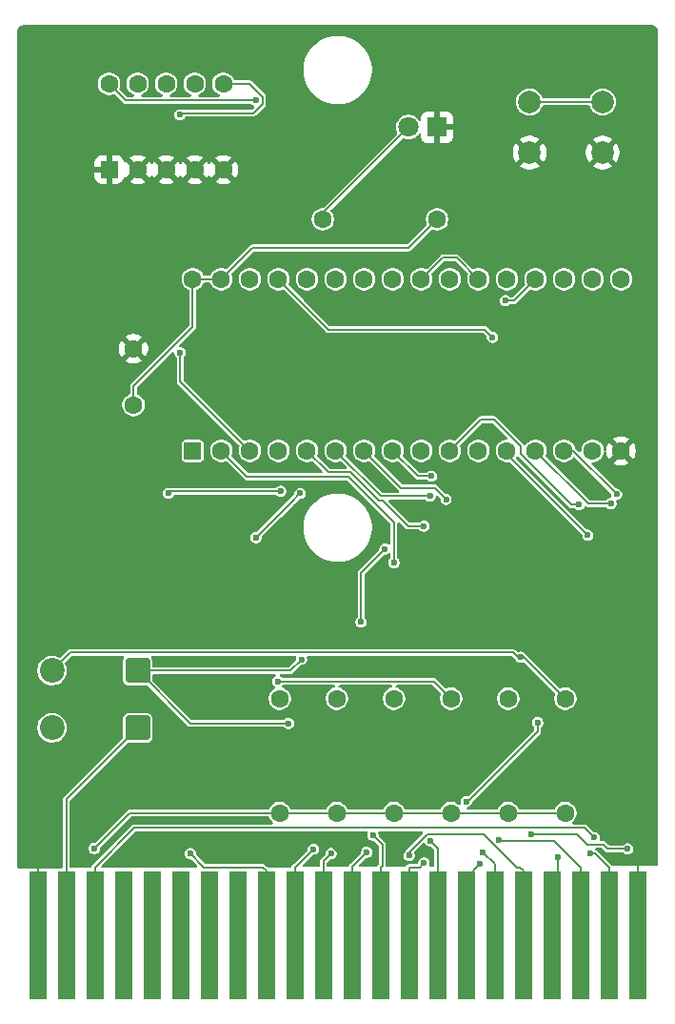
<source format=gbl>
%TF.GenerationSoftware,KiCad,Pcbnew,9.0.5-1.fc42*%
%TF.CreationDate,2025-11-09T17:32:46+08:00*%
%TF.ProjectId,JACC64-512K,4a414343-3634-42d3-9531-324b2e6b6963,rev?*%
%TF.SameCoordinates,Original*%
%TF.FileFunction,Copper,L2,Bot*%
%TF.FilePolarity,Positive*%
%FSLAX46Y46*%
G04 Gerber Fmt 4.6, Leading zero omitted, Abs format (unit mm)*
G04 Created by KiCad (PCBNEW 9.0.5-1.fc42) date 2025-11-09 17:32:46*
%MOMM*%
%LPD*%
G01*
G04 APERTURE LIST*
G04 Aperture macros list*
%AMRoundRect*
0 Rectangle with rounded corners*
0 $1 Rounding radius*
0 $2 $3 $4 $5 $6 $7 $8 $9 X,Y pos of 4 corners*
0 Add a 4 corners polygon primitive as box body*
4,1,4,$2,$3,$4,$5,$6,$7,$8,$9,$2,$3,0*
0 Add four circle primitives for the rounded corners*
1,1,$1+$1,$2,$3*
1,1,$1+$1,$4,$5*
1,1,$1+$1,$6,$7*
1,1,$1+$1,$8,$9*
0 Add four rect primitives between the rounded corners*
20,1,$1+$1,$2,$3,$4,$5,0*
20,1,$1+$1,$4,$5,$6,$7,0*
20,1,$1+$1,$6,$7,$8,$9,0*
20,1,$1+$1,$8,$9,$2,$3,0*%
G04 Aperture macros list end*
%TA.AperFunction,ComponentPad*%
%ADD10C,1.600000*%
%TD*%
%TA.AperFunction,ComponentPad*%
%ADD11RoundRect,0.249999X0.850001X0.850001X-0.850001X0.850001X-0.850001X-0.850001X0.850001X-0.850001X0*%
%TD*%
%TA.AperFunction,ComponentPad*%
%ADD12C,2.200000*%
%TD*%
%TA.AperFunction,ComponentPad*%
%ADD13RoundRect,0.250000X0.550000X-0.550000X0.550000X0.550000X-0.550000X0.550000X-0.550000X-0.550000X0*%
%TD*%
%TA.AperFunction,ComponentPad*%
%ADD14C,2.000000*%
%TD*%
%TA.AperFunction,ComponentPad*%
%ADD15R,1.800000X1.800000*%
%TD*%
%TA.AperFunction,ComponentPad*%
%ADD16C,1.800000*%
%TD*%
%TA.AperFunction,ConnectorPad*%
%ADD17R,1.524000X11.430000*%
%TD*%
%TA.AperFunction,ViaPad*%
%ADD18C,0.600000*%
%TD*%
%TA.AperFunction,Conductor*%
%ADD19C,0.200000*%
%TD*%
G04 APERTURE END LIST*
D10*
X143496600Y-126393100D03*
X143496600Y-136553100D03*
D11*
X130857800Y-123903900D03*
D12*
X123237800Y-123903900D03*
D10*
X158736600Y-126393100D03*
X158736600Y-136553100D03*
D13*
X128317800Y-79411400D03*
D10*
X130857800Y-79411400D03*
X133397800Y-79411400D03*
X135937800Y-79411400D03*
X138477800Y-79411400D03*
X138477800Y-71791400D03*
X135937800Y-71791400D03*
X133397800Y-71791400D03*
X130857800Y-71791400D03*
X128317800Y-71791400D03*
X153656600Y-126393100D03*
X153656600Y-136553100D03*
D14*
X172207800Y-77893900D03*
X165707800Y-77893900D03*
X172207800Y-73393900D03*
X165707800Y-73393900D03*
D10*
X168896600Y-126393100D03*
X168896600Y-136553100D03*
D13*
X135748100Y-104385200D03*
D10*
X138288100Y-104385200D03*
X140828100Y-104385200D03*
X143368100Y-104385200D03*
X145908100Y-104385200D03*
X148448100Y-104385200D03*
X150988100Y-104385200D03*
X153528100Y-104385200D03*
X156068100Y-104385200D03*
X158608100Y-104385200D03*
X161148100Y-104385200D03*
X163688100Y-104385200D03*
X166228100Y-104385200D03*
X168768100Y-104385200D03*
X171308100Y-104385200D03*
X173848100Y-104385200D03*
X173848100Y-89145200D03*
X171308100Y-89145200D03*
X168768100Y-89145200D03*
X166228100Y-89145200D03*
X163688100Y-89145200D03*
X161148100Y-89145200D03*
X158608100Y-89145200D03*
X156068100Y-89145200D03*
X153528100Y-89145200D03*
X150988100Y-89145200D03*
X148448100Y-89145200D03*
X145908100Y-89145200D03*
X143368100Y-89145200D03*
X140828100Y-89145200D03*
X138288100Y-89145200D03*
X135748100Y-89145200D03*
X130488200Y-95307000D03*
X130488200Y-100307000D03*
X163816600Y-126393100D03*
X163816600Y-136553100D03*
X147320000Y-83820000D03*
X157480000Y-83820000D03*
D15*
X157475200Y-75643900D03*
D16*
X154935200Y-75643900D03*
D11*
X130857800Y-128983900D03*
D12*
X123237800Y-128983900D03*
D17*
X121967800Y-147398900D03*
X124507800Y-147398900D03*
X127047800Y-147398900D03*
X129587800Y-147398900D03*
X132127800Y-147398900D03*
X134667800Y-147398900D03*
X137207800Y-147398900D03*
X139747800Y-147398900D03*
X142287800Y-147398900D03*
X144827800Y-147398900D03*
X147367800Y-147398900D03*
X149907800Y-147398900D03*
X152447800Y-147398900D03*
X154987800Y-147398900D03*
X157527800Y-147398900D03*
X160067800Y-147398900D03*
X162607800Y-147398900D03*
X165147800Y-147398900D03*
X167687800Y-147398900D03*
X170227800Y-147398900D03*
X172767800Y-147398900D03*
X175307800Y-147398900D03*
D10*
X148576600Y-126393100D03*
X148576600Y-136553100D03*
D18*
X153635290Y-133790084D03*
X147581075Y-123541021D03*
X143366596Y-118778660D03*
X146063863Y-99476347D03*
X169024565Y-116139951D03*
X163511805Y-114479891D03*
X153653937Y-139304802D03*
X160393090Y-107146698D03*
X168704155Y-122925609D03*
X168912505Y-133773147D03*
X147320000Y-116840000D03*
X163714322Y-98944878D03*
X161017056Y-99071312D03*
X160020000Y-119380000D03*
X147320000Y-119380000D03*
X150910513Y-100867125D03*
X143324451Y-114058443D03*
X171511108Y-98481285D03*
X171089660Y-93171042D03*
X160020000Y-114300000D03*
X137160000Y-139700000D03*
X133285785Y-91569540D03*
X160020000Y-116840000D03*
X158572658Y-100925683D03*
X148550405Y-99476347D03*
X170668212Y-107120967D03*
X135898762Y-84236347D03*
X146335424Y-132858547D03*
X133327930Y-86006428D03*
X159170892Y-123667455D03*
X137712249Y-123107388D03*
X127000000Y-139700000D03*
X171455100Y-138723500D03*
X162972100Y-138919400D03*
X174426200Y-139723800D03*
X165849200Y-138449700D03*
X170889900Y-111878700D03*
X171122400Y-140155400D03*
X133589399Y-108158600D03*
X135546500Y-140155400D03*
X143575537Y-107984152D03*
X170093800Y-109159700D03*
X168246200Y-140499500D03*
X148054400Y-140155400D03*
X150706852Y-119592269D03*
X152843200Y-113099000D03*
X173446900Y-108230300D03*
X151793000Y-138513600D03*
X163558900Y-91052700D03*
X146499500Y-139750800D03*
X145313700Y-108158600D03*
X141379000Y-112081803D03*
X156851600Y-139003200D03*
X156848800Y-108397900D03*
X158284800Y-108700500D03*
X161294100Y-141065300D03*
X151215446Y-140037942D03*
X160067800Y-135530138D03*
X166444600Y-128520200D03*
X145425600Y-122897100D03*
X144276200Y-128583800D03*
X156324400Y-111067400D03*
X156324400Y-140972600D03*
X172941000Y-109070800D03*
X154986700Y-140319400D03*
X161549400Y-140019300D03*
X156969800Y-106637800D03*
X164911810Y-122702600D03*
X162419600Y-94300200D03*
X141366300Y-73251400D03*
X134622200Y-95677800D03*
X143326700Y-124872900D03*
X153656600Y-114306900D03*
X134615300Y-74546900D03*
D19*
X174997100Y-140003800D02*
X175307800Y-140314500D01*
X121967800Y-139895300D02*
X121967800Y-147398900D01*
X175307800Y-140314500D02*
X175307800Y-147398900D01*
X121253500Y-139181000D02*
X121967800Y-139895300D01*
X127000000Y-139700000D02*
X130147468Y-136552532D01*
X143496032Y-136552532D02*
X143496600Y-136553100D01*
X135748100Y-89145200D02*
X138288100Y-89145200D01*
X141073300Y-86360000D02*
X138288100Y-89145200D01*
X143496600Y-136553100D02*
X148576600Y-136553100D01*
X135748100Y-93356600D02*
X130488200Y-98616500D01*
X154940000Y-86360000D02*
X141073300Y-86360000D01*
X153656600Y-136553100D02*
X148576600Y-136553100D01*
X135748100Y-89145200D02*
X135748100Y-93356600D01*
X158736600Y-136553100D02*
X163816600Y-136553100D01*
X130147468Y-136552532D02*
X143496032Y-136552532D01*
X168896600Y-136553100D02*
X163816600Y-136553100D01*
X158736600Y-136553100D02*
X153656600Y-136553100D01*
X130488200Y-98616500D02*
X130488200Y-100307000D01*
X157480000Y-83820000D02*
X154940000Y-86360000D01*
X171455100Y-138723500D02*
X170579400Y-137847800D01*
X172207800Y-73393900D02*
X165707800Y-73393900D01*
X130582200Y-137847800D02*
X127047800Y-141382200D01*
X127047800Y-147398900D02*
X127047800Y-141382200D01*
X170579400Y-137847800D02*
X130582200Y-137847800D01*
X163104100Y-139051400D02*
X167897000Y-139051400D01*
X162972100Y-138919400D02*
X163104100Y-139051400D01*
X167897000Y-139051400D02*
X170227800Y-141382200D01*
X170227800Y-147398900D02*
X170227800Y-141382200D01*
X172651200Y-139723800D02*
X172252700Y-139325300D01*
X169953900Y-138449700D02*
X165849200Y-138449700D01*
X170829500Y-139325300D02*
X169953900Y-138449700D01*
X174426200Y-139723800D02*
X172651200Y-139723800D01*
X172252700Y-139325300D02*
X170829500Y-139325300D01*
X171541000Y-140155400D02*
X172767800Y-141382200D01*
X163688100Y-104676900D02*
X170889900Y-111878700D01*
X171122400Y-140155400D02*
X171541000Y-140155400D01*
X172767800Y-147398900D02*
X172767800Y-141382200D01*
X163688100Y-104385200D02*
X163688100Y-104676900D01*
X136773300Y-141382200D02*
X135546500Y-140155400D01*
X141986100Y-141382200D02*
X136773300Y-141382200D01*
X142287800Y-147398900D02*
X142287800Y-141683900D01*
X133763847Y-107984152D02*
X143575537Y-107984152D01*
X142287800Y-141683900D02*
X141986100Y-141382200D01*
X133589399Y-108158600D02*
X133763847Y-107984152D01*
X168246200Y-140499500D02*
X168246200Y-146840500D01*
X162543200Y-101600000D02*
X161393300Y-101600000D01*
X169417600Y-109159700D02*
X164890300Y-104632400D01*
X168246200Y-146840500D02*
X167687800Y-147398900D01*
X164890300Y-104632400D02*
X164890300Y-103947100D01*
X164890300Y-103947100D02*
X162543200Y-101600000D01*
X161393300Y-101600000D02*
X158608100Y-104385200D01*
X170093800Y-109159700D02*
X169417600Y-109159700D01*
X148054400Y-140155400D02*
X147367800Y-140842000D01*
X150706852Y-115235348D02*
X150706852Y-119592269D01*
X152843200Y-113165757D02*
X152843200Y-113099000D01*
X147367800Y-140842000D02*
X147367800Y-147398900D01*
X152843200Y-113099000D02*
X150706852Y-115235348D01*
X168768100Y-104385200D02*
X169601800Y-104385200D01*
X169601800Y-104385200D02*
X173446900Y-108230300D01*
X152618000Y-139338600D02*
X152618000Y-141212000D01*
X151793000Y-138513600D02*
X152618000Y-139338600D01*
X152447800Y-141382200D02*
X152447800Y-147398900D01*
X152618000Y-141212000D02*
X152447800Y-141382200D01*
X164320600Y-91052700D02*
X166228100Y-89145200D01*
X163558900Y-91052700D02*
X164320600Y-91052700D01*
X144868100Y-141382200D02*
X144827800Y-141382200D01*
X144536500Y-108935800D02*
X145313700Y-108158600D01*
X146499500Y-139750800D02*
X144868100Y-141382200D01*
X144827800Y-147398900D02*
X144827800Y-141382200D01*
X144525003Y-108935800D02*
X144536500Y-108935800D01*
X141379000Y-112081803D02*
X144525003Y-108935800D01*
X152460800Y-108397900D02*
X148448100Y-104385200D01*
X156848800Y-108397900D02*
X152460800Y-108397900D01*
X157527800Y-147398900D02*
X157527800Y-141382200D01*
X157527800Y-141382200D02*
X157527800Y-139679400D01*
X157527800Y-139679400D02*
X156851600Y-139003200D01*
X150988100Y-104385200D02*
X154286300Y-107683400D01*
X161294100Y-141065300D02*
X160067800Y-142291600D01*
X160067800Y-142291600D02*
X160067800Y-147398900D01*
X157267700Y-107683400D02*
X158284800Y-108700500D01*
X154286300Y-107683400D02*
X157267700Y-107683400D01*
X150198312Y-141043888D02*
X149907800Y-141334400D01*
X151215446Y-140037942D02*
X150209500Y-141043888D01*
X150209500Y-141043888D02*
X150198312Y-141043888D01*
X149907800Y-147398900D02*
X149907800Y-141683900D01*
X149907800Y-141334400D02*
X149907800Y-141683900D01*
X124507800Y-135333900D02*
X130857800Y-128983900D01*
X124507800Y-147398900D02*
X124507800Y-135333900D01*
X160176895Y-135530138D02*
X166444600Y-129262433D01*
X160067800Y-135530138D02*
X160176895Y-135530138D01*
X166444600Y-129262433D02*
X166444600Y-128520200D01*
X135537700Y-128583800D02*
X144276200Y-128583800D01*
X130857800Y-123903900D02*
X135537700Y-128583800D01*
X144418800Y-123903900D02*
X145425600Y-122897100D01*
X130857800Y-123903900D02*
X144418800Y-123903900D01*
X149774800Y-106279000D02*
X147801900Y-106279000D01*
X154987800Y-147398900D02*
X154987800Y-141382200D01*
X156324400Y-111067400D02*
X154925109Y-111067400D01*
X154987800Y-141382200D02*
X155914800Y-141382200D01*
X147801900Y-106279000D02*
X145908100Y-104385200D01*
X152656609Y-108798900D02*
X152294700Y-108798900D01*
X152294700Y-108798900D02*
X149774800Y-106279000D01*
X154925109Y-111067400D02*
X152656609Y-108798900D01*
X155914800Y-141382200D02*
X156324400Y-140972600D01*
X172941000Y-109070800D02*
X170913700Y-109070800D01*
X170913700Y-109070800D02*
X166228100Y-104385200D01*
X165147800Y-141683900D02*
X165147800Y-147398900D01*
X154986700Y-140009900D02*
X156602900Y-138393700D01*
X164584100Y-141382200D02*
X164846100Y-141382200D01*
X161595600Y-138393700D02*
X164584100Y-141382200D01*
X156602900Y-138393700D02*
X161595600Y-138393700D01*
X164846100Y-141382200D02*
X165147800Y-141683900D01*
X154986700Y-140319400D02*
X154986700Y-140009900D01*
X155780700Y-106637800D02*
X153528100Y-104385200D01*
X162607800Y-147398900D02*
X162607800Y-141077700D01*
X162607800Y-141077700D02*
X161549400Y-140019300D01*
X156969800Y-106637800D02*
X155780700Y-106637800D01*
X157971163Y-87242137D02*
X156068100Y-89145200D01*
X124846300Y-122295400D02*
X123237800Y-123903900D01*
X164911810Y-122702600D02*
X165206100Y-122702600D01*
X161148100Y-89145200D02*
X159245037Y-87242137D01*
X159245037Y-87242137D02*
X157971163Y-87242137D01*
X165206100Y-122702600D02*
X168896600Y-126393100D01*
X164911810Y-122702600D02*
X164645500Y-122702600D01*
X164645500Y-122702600D02*
X164238300Y-122295400D01*
X164238300Y-122295400D02*
X124846300Y-122295400D01*
X147320000Y-83259100D02*
X147320000Y-83820000D01*
X154935200Y-75643900D02*
X147320000Y-83259100D01*
X161735600Y-93616200D02*
X147839100Y-93616200D01*
X128317800Y-71791400D02*
X129777800Y-73251400D01*
X147839100Y-93616200D02*
X143368100Y-89145200D01*
X162419600Y-94300200D02*
X161735600Y-93616200D01*
X129777800Y-73251400D02*
X141366300Y-73251400D01*
X134622200Y-98179300D02*
X134622200Y-95677800D01*
X158736600Y-126393100D02*
X157216400Y-124872900D01*
X140828100Y-104385200D02*
X134622200Y-98179300D01*
X157216400Y-124872900D02*
X143326700Y-124872900D01*
X149608700Y-106680000D02*
X140582900Y-106680000D01*
X153656600Y-110727900D02*
X149608700Y-106680000D01*
X153656600Y-114306900D02*
X153656600Y-110727900D01*
X140582900Y-106680000D02*
X138288100Y-104385200D01*
X134775021Y-74387179D02*
X134615300Y-74546900D01*
X141973700Y-73571300D02*
X141157821Y-74387179D01*
X140813800Y-71791400D02*
X141973700Y-72951300D01*
X141157821Y-74387179D02*
X134775021Y-74387179D01*
X138477800Y-71791400D02*
X140813800Y-71791400D01*
X141973700Y-72951300D02*
X141973700Y-73571300D01*
%TA.AperFunction,Conductor*%
G36*
X144842661Y-122600630D02*
G01*
X144859449Y-122600344D01*
X144875490Y-122610270D01*
X144893590Y-122615585D01*
X144904584Y-122628272D01*
X144918864Y-122637109D01*
X144926993Y-122654134D01*
X144939345Y-122668389D01*
X144941734Y-122685006D01*
X144948970Y-122700160D01*
X144949572Y-122735449D01*
X144948512Y-122743829D01*
X144925100Y-122831208D01*
X144925100Y-122929069D01*
X144924121Y-122936815D01*
X144913146Y-122961973D01*
X144905415Y-122988305D01*
X144899380Y-122993534D01*
X144896186Y-123000857D01*
X144888781Y-123008947D01*
X144330648Y-123567081D01*
X144269325Y-123600566D01*
X144242967Y-123603400D01*
X132282299Y-123603400D01*
X132215260Y-123583715D01*
X132169505Y-123530911D01*
X132158299Y-123479400D01*
X132158299Y-122999639D01*
X132158299Y-122999634D01*
X132155446Y-122969200D01*
X132110593Y-122841017D01*
X132110592Y-122841015D01*
X132075549Y-122793533D01*
X132051578Y-122727904D01*
X132066894Y-122659734D01*
X132116634Y-122610666D01*
X132175319Y-122595900D01*
X144826551Y-122595900D01*
X144842661Y-122600630D01*
G37*
%TD.AperFunction*%
%TA.AperFunction,Conductor*%
G36*
X176645531Y-66585085D02*
G01*
X176672812Y-66588159D01*
X176735876Y-66595266D01*
X176762942Y-66601444D01*
X176842143Y-66629159D01*
X176867155Y-66641204D01*
X176938210Y-66685853D01*
X176959911Y-66703160D01*
X177019248Y-66762498D01*
X177036555Y-66784200D01*
X177036568Y-66784220D01*
X177081198Y-66855250D01*
X177093245Y-66880268D01*
X177120958Y-66959470D01*
X177127136Y-66986540D01*
X177137341Y-67077115D01*
X177138121Y-67091011D01*
X177130172Y-141100171D01*
X177110480Y-141167209D01*
X177057671Y-141212958D01*
X177006676Y-141224157D01*
X173102407Y-141240035D01*
X173035288Y-141220623D01*
X173015226Y-141202216D01*
X173014007Y-141203436D01*
X171725512Y-139914941D01*
X171725507Y-139914937D01*
X171718530Y-139910909D01*
X171718524Y-139910906D01*
X171714029Y-139908311D01*
X171656989Y-139875379D01*
X171624628Y-139866707D01*
X171614610Y-139861992D01*
X171596423Y-139845862D01*
X171575666Y-139833209D01*
X171570751Y-139823092D01*
X171562338Y-139815630D01*
X171555758Y-139792226D01*
X171545138Y-139770362D01*
X171546473Y-139759196D01*
X171543429Y-139748368D01*
X171550546Y-139725123D01*
X171553433Y-139700986D01*
X171560594Y-139692313D01*
X171563887Y-139681560D01*
X171582441Y-139665854D01*
X171597919Y-139647109D01*
X171608631Y-139643684D01*
X171617216Y-139636418D01*
X171641316Y-139633236D01*
X171664471Y-139625835D01*
X171667421Y-139625800D01*
X172076867Y-139625800D01*
X172143906Y-139645485D01*
X172164548Y-139662119D01*
X172410740Y-139908311D01*
X172466689Y-139964260D01*
X172466691Y-139964261D01*
X172466695Y-139964264D01*
X172500022Y-139983505D01*
X172535211Y-140003821D01*
X172611638Y-140024300D01*
X173967524Y-140024300D01*
X174034563Y-140043985D01*
X174055205Y-140060619D01*
X174118886Y-140124300D01*
X174233014Y-140190192D01*
X174360308Y-140224300D01*
X174360310Y-140224300D01*
X174492090Y-140224300D01*
X174492092Y-140224300D01*
X174619386Y-140190192D01*
X174733514Y-140124300D01*
X174826700Y-140031114D01*
X174892592Y-139916986D01*
X174926700Y-139789692D01*
X174926700Y-139657908D01*
X174892592Y-139530614D01*
X174826700Y-139416486D01*
X174733514Y-139323300D01*
X174666151Y-139284408D01*
X174619387Y-139257408D01*
X174555739Y-139240354D01*
X174492092Y-139223300D01*
X174360308Y-139223300D01*
X174233012Y-139257408D01*
X174118886Y-139323300D01*
X174118883Y-139323302D01*
X174055205Y-139386981D01*
X173993882Y-139420466D01*
X173967524Y-139423300D01*
X172827033Y-139423300D01*
X172759994Y-139403615D01*
X172739352Y-139386981D01*
X172437210Y-139084839D01*
X172423098Y-139076692D01*
X172418413Y-139073987D01*
X172368691Y-139045280D01*
X172368690Y-139045279D01*
X172343213Y-139038452D01*
X172292262Y-139024800D01*
X172292260Y-139024800D01*
X172054122Y-139024800D01*
X171987083Y-139005115D01*
X171941328Y-138952311D01*
X171931384Y-138883153D01*
X171934343Y-138868723D01*
X171955600Y-138789392D01*
X171955600Y-138657608D01*
X171921492Y-138530314D01*
X171912990Y-138515589D01*
X171873799Y-138447708D01*
X171855600Y-138416186D01*
X171762414Y-138323000D01*
X171705165Y-138289947D01*
X171648287Y-138257108D01*
X171584639Y-138240054D01*
X171520992Y-138223000D01*
X171430933Y-138223000D01*
X171363894Y-138203315D01*
X171343252Y-138186681D01*
X170763912Y-137607341D01*
X170763904Y-137607335D01*
X170695395Y-137567782D01*
X170695390Y-137567779D01*
X170669913Y-137560952D01*
X170618962Y-137547300D01*
X170618960Y-137547300D01*
X169616450Y-137547300D01*
X169549411Y-137527615D01*
X169503656Y-137474811D01*
X169493712Y-137405653D01*
X169522737Y-137342097D01*
X169530280Y-137334752D01*
X169530075Y-137334547D01*
X169673736Y-137190885D01*
X169673739Y-137190882D01*
X169783232Y-137027014D01*
X169858651Y-136844935D01*
X169897100Y-136651641D01*
X169897100Y-136454559D01*
X169897100Y-136454556D01*
X169858652Y-136261270D01*
X169858651Y-136261269D01*
X169858651Y-136261265D01*
X169823120Y-136175484D01*
X169783235Y-136079192D01*
X169783228Y-136079179D01*
X169673739Y-135915318D01*
X169673736Y-135915314D01*
X169534385Y-135775963D01*
X169534381Y-135775960D01*
X169370520Y-135666471D01*
X169370507Y-135666464D01*
X169188439Y-135591050D01*
X169188429Y-135591047D01*
X168995143Y-135552600D01*
X168995141Y-135552600D01*
X168798059Y-135552600D01*
X168798057Y-135552600D01*
X168604770Y-135591047D01*
X168604760Y-135591050D01*
X168422692Y-135666464D01*
X168422679Y-135666471D01*
X168258818Y-135775960D01*
X168258814Y-135775963D01*
X168119463Y-135915314D01*
X168119460Y-135915318D01*
X168009971Y-136079179D01*
X168009964Y-136079192D01*
X167969845Y-136176052D01*
X167926005Y-136230456D01*
X167859711Y-136252521D01*
X167855284Y-136252600D01*
X164857916Y-136252600D01*
X164790877Y-136232915D01*
X164745122Y-136180111D01*
X164743355Y-136176052D01*
X164703235Y-136079192D01*
X164703228Y-136079179D01*
X164593739Y-135915318D01*
X164593736Y-135915314D01*
X164454385Y-135775963D01*
X164454381Y-135775960D01*
X164290520Y-135666471D01*
X164290507Y-135666464D01*
X164108439Y-135591050D01*
X164108429Y-135591047D01*
X163915143Y-135552600D01*
X163915141Y-135552600D01*
X163718059Y-135552600D01*
X163718057Y-135552600D01*
X163524770Y-135591047D01*
X163524760Y-135591050D01*
X163342692Y-135666464D01*
X163342679Y-135666471D01*
X163178818Y-135775960D01*
X163178814Y-135775963D01*
X163039463Y-135915314D01*
X163039460Y-135915318D01*
X162929971Y-136079179D01*
X162929964Y-136079192D01*
X162889845Y-136176052D01*
X162846005Y-136230456D01*
X162779711Y-136252521D01*
X162775284Y-136252600D01*
X160247192Y-136252600D01*
X160180153Y-136232915D01*
X160134398Y-136180111D01*
X160124454Y-136110953D01*
X160153479Y-136047397D01*
X160212257Y-136009623D01*
X160215078Y-136008830D01*
X160260986Y-135996530D01*
X160375114Y-135930638D01*
X160468300Y-135837452D01*
X160534192Y-135723324D01*
X160568300Y-135596030D01*
X160568300Y-135596028D01*
X160570403Y-135588180D01*
X160572882Y-135588844D01*
X160595956Y-135536658D01*
X160602952Y-135529051D01*
X166685060Y-129446944D01*
X166724621Y-129378422D01*
X166745100Y-129301995D01*
X166745100Y-128978876D01*
X166764785Y-128911837D01*
X166781419Y-128891195D01*
X166808797Y-128863817D01*
X166845100Y-128827514D01*
X166910992Y-128713386D01*
X166945100Y-128586092D01*
X166945100Y-128454308D01*
X166910992Y-128327014D01*
X166845100Y-128212886D01*
X166751914Y-128119700D01*
X166688868Y-128083300D01*
X166637787Y-128053808D01*
X166574139Y-128036754D01*
X166510492Y-128019700D01*
X166378708Y-128019700D01*
X166251412Y-128053808D01*
X166137286Y-128119700D01*
X166137283Y-128119702D01*
X166044102Y-128212883D01*
X166044100Y-128212886D01*
X165978208Y-128327012D01*
X165944100Y-128454308D01*
X165944100Y-128586091D01*
X165978208Y-128713387D01*
X166009919Y-128768311D01*
X166044100Y-128827514D01*
X166044102Y-128827516D01*
X166107781Y-128891195D01*
X166122484Y-128918122D01*
X166139077Y-128943941D01*
X166139968Y-128950141D01*
X166141266Y-128952518D01*
X166144100Y-128978876D01*
X166144100Y-129086599D01*
X166124415Y-129153638D01*
X166107781Y-129174280D01*
X160277954Y-135004106D01*
X160216631Y-135037591D01*
X160158182Y-135036200D01*
X160133692Y-135029638D01*
X160001908Y-135029638D01*
X159874612Y-135063746D01*
X159760486Y-135129638D01*
X159760483Y-135129640D01*
X159667302Y-135222821D01*
X159667300Y-135222824D01*
X159601408Y-135336950D01*
X159567300Y-135464246D01*
X159567300Y-135596029D01*
X159583997Y-135658345D01*
X159582334Y-135728195D01*
X159543171Y-135786058D01*
X159478942Y-135813561D01*
X159410040Y-135801974D01*
X159376541Y-135778119D01*
X159374385Y-135775963D01*
X159374381Y-135775960D01*
X159210520Y-135666471D01*
X159210507Y-135666464D01*
X159028439Y-135591050D01*
X159028429Y-135591047D01*
X158835143Y-135552600D01*
X158835141Y-135552600D01*
X158638059Y-135552600D01*
X158638057Y-135552600D01*
X158444770Y-135591047D01*
X158444760Y-135591050D01*
X158262692Y-135666464D01*
X158262679Y-135666471D01*
X158098818Y-135775960D01*
X158098814Y-135775963D01*
X157959463Y-135915314D01*
X157959460Y-135915318D01*
X157849971Y-136079179D01*
X157849964Y-136079192D01*
X157809845Y-136176052D01*
X157766005Y-136230456D01*
X157699711Y-136252521D01*
X157695284Y-136252600D01*
X154697916Y-136252600D01*
X154630877Y-136232915D01*
X154585122Y-136180111D01*
X154583355Y-136176052D01*
X154543235Y-136079192D01*
X154543228Y-136079179D01*
X154433739Y-135915318D01*
X154433736Y-135915314D01*
X154294385Y-135775963D01*
X154294381Y-135775960D01*
X154130520Y-135666471D01*
X154130507Y-135666464D01*
X153948439Y-135591050D01*
X153948429Y-135591047D01*
X153755143Y-135552600D01*
X153755141Y-135552600D01*
X153558059Y-135552600D01*
X153558057Y-135552600D01*
X153364770Y-135591047D01*
X153364760Y-135591050D01*
X153182692Y-135666464D01*
X153182679Y-135666471D01*
X153018818Y-135775960D01*
X153018814Y-135775963D01*
X152879463Y-135915314D01*
X152879460Y-135915318D01*
X152769971Y-136079179D01*
X152769964Y-136079192D01*
X152729845Y-136176052D01*
X152686005Y-136230456D01*
X152619711Y-136252521D01*
X152615284Y-136252600D01*
X149617916Y-136252600D01*
X149550877Y-136232915D01*
X149505122Y-136180111D01*
X149503355Y-136176052D01*
X149463235Y-136079192D01*
X149463228Y-136079179D01*
X149353739Y-135915318D01*
X149353736Y-135915314D01*
X149214385Y-135775963D01*
X149214381Y-135775960D01*
X149050520Y-135666471D01*
X149050507Y-135666464D01*
X148868439Y-135591050D01*
X148868429Y-135591047D01*
X148675143Y-135552600D01*
X148675141Y-135552600D01*
X148478059Y-135552600D01*
X148478057Y-135552600D01*
X148284770Y-135591047D01*
X148284760Y-135591050D01*
X148102692Y-135666464D01*
X148102679Y-135666471D01*
X147938818Y-135775960D01*
X147938814Y-135775963D01*
X147799463Y-135915314D01*
X147799460Y-135915318D01*
X147689971Y-136079179D01*
X147689964Y-136079192D01*
X147649845Y-136176052D01*
X147606005Y-136230456D01*
X147539711Y-136252521D01*
X147535284Y-136252600D01*
X144537916Y-136252600D01*
X144470877Y-136232915D01*
X144425122Y-136180111D01*
X144423355Y-136176052D01*
X144383235Y-136079192D01*
X144383228Y-136079179D01*
X144273739Y-135915318D01*
X144273736Y-135915314D01*
X144134385Y-135775963D01*
X144134381Y-135775960D01*
X143970520Y-135666471D01*
X143970507Y-135666464D01*
X143788439Y-135591050D01*
X143788429Y-135591047D01*
X143595143Y-135552600D01*
X143595141Y-135552600D01*
X143398059Y-135552600D01*
X143398057Y-135552600D01*
X143204770Y-135591047D01*
X143204760Y-135591050D01*
X143022692Y-135666464D01*
X143022679Y-135666471D01*
X142858818Y-135775960D01*
X142858814Y-135775963D01*
X142719463Y-135915314D01*
X142719460Y-135915318D01*
X142609971Y-136079179D01*
X142609964Y-136079192D01*
X142570080Y-136175484D01*
X142526239Y-136229888D01*
X142459945Y-136251953D01*
X142455519Y-136252032D01*
X130107906Y-136252032D01*
X130073449Y-136261265D01*
X130031477Y-136272511D01*
X130031472Y-136272514D01*
X129962963Y-136312067D01*
X129962955Y-136312073D01*
X127111847Y-139163181D01*
X127050524Y-139196666D01*
X127024166Y-139199500D01*
X126934108Y-139199500D01*
X126806812Y-139233608D01*
X126692686Y-139299500D01*
X126692683Y-139299502D01*
X126599502Y-139392683D01*
X126599500Y-139392686D01*
X126533608Y-139506812D01*
X126516262Y-139571550D01*
X126499500Y-139634108D01*
X126499500Y-139765892D01*
X126504807Y-139785697D01*
X126533608Y-139893187D01*
X126548454Y-139918900D01*
X126599500Y-140007314D01*
X126692686Y-140100500D01*
X126806814Y-140166392D01*
X126934108Y-140200500D01*
X126934110Y-140200500D01*
X127065890Y-140200500D01*
X127065892Y-140200500D01*
X127193186Y-140166392D01*
X127307314Y-140100500D01*
X127400500Y-140007314D01*
X127466392Y-139893186D01*
X127500500Y-139765892D01*
X127500500Y-139675832D01*
X127520185Y-139608793D01*
X127536819Y-139588151D01*
X130235620Y-136889351D01*
X130296943Y-136855866D01*
X130323301Y-136853032D01*
X142455049Y-136853032D01*
X142522088Y-136872717D01*
X142567843Y-136925521D01*
X142569610Y-136929580D01*
X142609964Y-137027006D01*
X142609971Y-137027019D01*
X142719460Y-137190882D01*
X142863125Y-137334547D01*
X142861416Y-137336255D01*
X142894753Y-137385203D01*
X142896617Y-137455048D01*
X142860424Y-137514813D01*
X142797666Y-137545523D01*
X142776750Y-137547300D01*
X130542638Y-137547300D01*
X130504424Y-137557539D01*
X130466209Y-137567779D01*
X130466204Y-137567782D01*
X130397695Y-137607335D01*
X130397687Y-137607341D01*
X126807341Y-141197687D01*
X126807335Y-141197695D01*
X126767782Y-141266204D01*
X126767778Y-141266213D01*
X126748775Y-141337130D01*
X126712409Y-141396789D01*
X126649562Y-141427317D01*
X126629505Y-141429033D01*
X124932804Y-141435933D01*
X124865685Y-141416521D01*
X124819716Y-141363904D01*
X124808300Y-141311934D01*
X124808300Y-135509732D01*
X124827985Y-135442693D01*
X124844614Y-135422056D01*
X129945952Y-130320717D01*
X130007275Y-130287233D01*
X130033633Y-130284399D01*
X131762060Y-130284399D01*
X131762066Y-130284399D01*
X131792500Y-130281546D01*
X131920683Y-130236693D01*
X132029950Y-130156050D01*
X132110593Y-130046783D01*
X132135408Y-129975866D01*
X132155446Y-129918602D01*
X132155446Y-129918600D01*
X132157589Y-129895747D01*
X132158300Y-129888167D01*
X132158299Y-128079634D01*
X132155446Y-128049200D01*
X132110593Y-127921017D01*
X132074131Y-127871613D01*
X132029950Y-127811749D01*
X131955923Y-127757115D01*
X131920683Y-127731107D01*
X131920681Y-127731106D01*
X131792501Y-127686253D01*
X131762070Y-127683400D01*
X129953539Y-127683400D01*
X129939551Y-127684711D01*
X129923100Y-127686254D01*
X129923097Y-127686254D01*
X129923096Y-127686255D01*
X129923094Y-127686255D01*
X129794917Y-127731106D01*
X129685649Y-127811749D01*
X129605006Y-127921018D01*
X129560153Y-128049197D01*
X129560153Y-128049199D01*
X129557300Y-128079629D01*
X129557300Y-129808066D01*
X129537615Y-129875105D01*
X129520981Y-129895747D01*
X124323289Y-135093440D01*
X124267341Y-135149387D01*
X124267335Y-135149395D01*
X124227782Y-135217904D01*
X124227779Y-135217909D01*
X124207300Y-135294339D01*
X124207300Y-141315387D01*
X124187615Y-141382426D01*
X124134811Y-141428181D01*
X124083804Y-141439386D01*
X120268012Y-141454904D01*
X120200893Y-141435492D01*
X120154924Y-141382875D01*
X120143509Y-141330898D01*
X120144846Y-128881548D01*
X121937300Y-128881548D01*
X121937300Y-129086251D01*
X121969322Y-129288434D01*
X122032581Y-129483123D01*
X122125515Y-129665513D01*
X122245828Y-129831113D01*
X122390586Y-129975871D01*
X122545549Y-130088456D01*
X122556190Y-130096187D01*
X122672407Y-130155403D01*
X122738576Y-130189118D01*
X122738578Y-130189118D01*
X122738581Y-130189120D01*
X122842937Y-130223027D01*
X122933265Y-130252377D01*
X123034357Y-130268388D01*
X123135448Y-130284400D01*
X123135449Y-130284400D01*
X123340151Y-130284400D01*
X123340152Y-130284400D01*
X123542334Y-130252377D01*
X123737019Y-130189120D01*
X123919410Y-130096187D01*
X124012390Y-130028632D01*
X124085013Y-129975871D01*
X124085015Y-129975868D01*
X124085019Y-129975866D01*
X124229766Y-129831119D01*
X124229768Y-129831115D01*
X124229771Y-129831113D01*
X124282532Y-129758490D01*
X124350087Y-129665510D01*
X124443020Y-129483119D01*
X124506277Y-129288434D01*
X124538300Y-129086252D01*
X124538300Y-128881548D01*
X124520365Y-128768311D01*
X124506277Y-128679365D01*
X124443018Y-128484676D01*
X124395089Y-128390612D01*
X124350087Y-128302290D01*
X124334231Y-128280466D01*
X124229771Y-128136686D01*
X124085013Y-127991928D01*
X123919413Y-127871615D01*
X123919412Y-127871614D01*
X123919410Y-127871613D01*
X123862453Y-127842591D01*
X123737023Y-127778681D01*
X123542334Y-127715422D01*
X123358171Y-127686254D01*
X123340152Y-127683400D01*
X123135448Y-127683400D01*
X123117435Y-127686253D01*
X122933265Y-127715422D01*
X122738576Y-127778681D01*
X122556186Y-127871615D01*
X122390586Y-127991928D01*
X122245828Y-128136686D01*
X122125515Y-128302286D01*
X122032581Y-128484676D01*
X121969322Y-128679365D01*
X121937300Y-128881548D01*
X120144846Y-128881548D01*
X120145391Y-123801548D01*
X121937300Y-123801548D01*
X121937300Y-124006251D01*
X121969322Y-124208434D01*
X122032581Y-124403123D01*
X122096491Y-124528553D01*
X122115361Y-124565586D01*
X122125515Y-124585513D01*
X122245828Y-124751113D01*
X122390586Y-124895871D01*
X122545549Y-125008456D01*
X122556190Y-125016187D01*
X122654122Y-125066086D01*
X122738576Y-125109118D01*
X122738578Y-125109118D01*
X122738581Y-125109120D01*
X122842937Y-125143027D01*
X122933265Y-125172377D01*
X123034357Y-125188388D01*
X123135448Y-125204400D01*
X123135449Y-125204400D01*
X123340151Y-125204400D01*
X123340152Y-125204400D01*
X123542334Y-125172377D01*
X123737019Y-125109120D01*
X123919410Y-125016187D01*
X124025937Y-124938791D01*
X124085013Y-124895871D01*
X124085015Y-124895868D01*
X124085019Y-124895866D01*
X124229766Y-124751119D01*
X124229768Y-124751115D01*
X124229771Y-124751113D01*
X124282532Y-124678490D01*
X124350087Y-124585510D01*
X124443020Y-124403119D01*
X124506277Y-124208434D01*
X124538300Y-124006252D01*
X124538300Y-123801548D01*
X124506277Y-123599366D01*
X124443020Y-123404681D01*
X124443018Y-123404678D01*
X124443018Y-123404676D01*
X124389061Y-123298780D01*
X124376165Y-123230111D01*
X124402441Y-123165370D01*
X124411855Y-123154814D01*
X124934452Y-122632219D01*
X124995775Y-122598734D01*
X125022133Y-122595900D01*
X129540281Y-122595900D01*
X129607320Y-122615585D01*
X129653075Y-122668389D01*
X129663019Y-122737547D01*
X129640051Y-122793533D01*
X129605007Y-122841015D01*
X129605007Y-122841016D01*
X129560153Y-122969197D01*
X129560153Y-122969199D01*
X129557300Y-122999629D01*
X129557300Y-124808160D01*
X129557301Y-124808166D01*
X129560154Y-124838600D01*
X129560154Y-124838602D01*
X129560155Y-124838603D01*
X129560155Y-124838605D01*
X129605006Y-124966782D01*
X129685649Y-125076050D01*
X129730455Y-125109118D01*
X129794917Y-125156693D01*
X129837644Y-125171644D01*
X129923098Y-125201546D01*
X129930123Y-125202204D01*
X129953533Y-125204400D01*
X131681966Y-125204399D01*
X131749005Y-125224084D01*
X131769647Y-125240718D01*
X135297240Y-128768311D01*
X135353189Y-128824260D01*
X135353191Y-128824261D01*
X135353195Y-128824264D01*
X135421704Y-128863817D01*
X135421711Y-128863821D01*
X135498138Y-128884300D01*
X135577262Y-128884300D01*
X143817524Y-128884300D01*
X143884563Y-128903985D01*
X143905205Y-128920619D01*
X143968886Y-128984300D01*
X144083014Y-129050192D01*
X144210308Y-129084300D01*
X144210310Y-129084300D01*
X144342090Y-129084300D01*
X144342092Y-129084300D01*
X144469386Y-129050192D01*
X144583514Y-128984300D01*
X144676700Y-128891114D01*
X144742592Y-128776986D01*
X144776700Y-128649692D01*
X144776700Y-128517908D01*
X144742592Y-128390614D01*
X144676700Y-128276486D01*
X144583514Y-128183300D01*
X144526450Y-128150354D01*
X144469387Y-128117408D01*
X144405739Y-128100354D01*
X144342092Y-128083300D01*
X144210308Y-128083300D01*
X144083012Y-128117408D01*
X143968886Y-128183300D01*
X143968883Y-128183302D01*
X143905205Y-128246981D01*
X143843882Y-128280466D01*
X143817524Y-128283300D01*
X135713533Y-128283300D01*
X135646494Y-128263615D01*
X135625852Y-128246981D01*
X132194618Y-124815747D01*
X132161133Y-124754424D01*
X132158299Y-124728066D01*
X132158300Y-124328400D01*
X132177985Y-124261360D01*
X132230789Y-124215606D01*
X132282300Y-124204400D01*
X143020801Y-124204400D01*
X143087840Y-124224085D01*
X143133595Y-124276889D01*
X143143539Y-124346047D01*
X143114514Y-124409603D01*
X143082801Y-124435787D01*
X143019389Y-124472398D01*
X143019383Y-124472402D01*
X142926202Y-124565583D01*
X142926200Y-124565586D01*
X142860308Y-124679712D01*
X142826200Y-124807008D01*
X142826200Y-124938791D01*
X142860308Y-125066087D01*
X142885154Y-125109120D01*
X142926200Y-125180214D01*
X143019386Y-125273400D01*
X143033087Y-125281310D01*
X143038057Y-125284180D01*
X143086271Y-125334747D01*
X143099493Y-125403355D01*
X143073525Y-125468219D01*
X143027707Y-125502945D01*
X143028056Y-125503598D01*
X143023955Y-125505789D01*
X143023513Y-125506125D01*
X143022690Y-125506465D01*
X143022679Y-125506471D01*
X142858818Y-125615960D01*
X142858814Y-125615963D01*
X142719463Y-125755314D01*
X142719460Y-125755318D01*
X142609971Y-125919179D01*
X142609964Y-125919192D01*
X142534550Y-126101260D01*
X142534547Y-126101270D01*
X142496100Y-126294556D01*
X142496100Y-126294559D01*
X142496100Y-126491641D01*
X142496100Y-126491643D01*
X142496099Y-126491643D01*
X142534547Y-126684929D01*
X142534550Y-126684939D01*
X142609964Y-126867007D01*
X142609971Y-126867020D01*
X142719460Y-127030881D01*
X142719463Y-127030885D01*
X142858814Y-127170236D01*
X142858818Y-127170239D01*
X143022679Y-127279728D01*
X143022692Y-127279735D01*
X143204760Y-127355149D01*
X143204765Y-127355151D01*
X143204769Y-127355151D01*
X143204770Y-127355152D01*
X143398056Y-127393600D01*
X143398059Y-127393600D01*
X143595143Y-127393600D01*
X143725182Y-127367732D01*
X143788435Y-127355151D01*
X143970514Y-127279732D01*
X144134382Y-127170239D01*
X144273739Y-127030882D01*
X144383232Y-126867014D01*
X144458651Y-126684935D01*
X144497100Y-126491641D01*
X144497100Y-126294559D01*
X144497100Y-126294556D01*
X144458652Y-126101270D01*
X144458651Y-126101269D01*
X144458651Y-126101265D01*
X144458649Y-126101260D01*
X144383235Y-125919192D01*
X144383228Y-125919179D01*
X144273739Y-125755318D01*
X144273736Y-125755314D01*
X144134385Y-125615963D01*
X144134381Y-125615960D01*
X143970520Y-125506471D01*
X143970507Y-125506464D01*
X143788439Y-125431050D01*
X143788429Y-125431047D01*
X143755669Y-125424531D01*
X143746659Y-125419818D01*
X143736517Y-125419092D01*
X143716223Y-125403897D01*
X143693758Y-125392146D01*
X143688725Y-125383308D01*
X143680587Y-125377215D01*
X143671730Y-125353462D01*
X143659184Y-125331430D01*
X143659728Y-125321275D01*
X143656176Y-125311749D01*
X143661566Y-125286978D01*
X143662924Y-125261661D01*
X143669267Y-125251595D01*
X143671034Y-125243477D01*
X143692185Y-125215228D01*
X143697703Y-125209711D01*
X143759029Y-125176231D01*
X143785376Y-125173400D01*
X148321059Y-125173400D01*
X148388098Y-125193085D01*
X148433853Y-125245889D01*
X148443797Y-125315047D01*
X148414772Y-125378603D01*
X148355994Y-125416377D01*
X148345251Y-125419017D01*
X148284770Y-125431047D01*
X148284760Y-125431050D01*
X148102692Y-125506464D01*
X148102679Y-125506471D01*
X147938818Y-125615960D01*
X147938814Y-125615963D01*
X147799463Y-125755314D01*
X147799460Y-125755318D01*
X147689971Y-125919179D01*
X147689964Y-125919192D01*
X147614550Y-126101260D01*
X147614547Y-126101270D01*
X147576100Y-126294556D01*
X147576100Y-126294559D01*
X147576100Y-126491641D01*
X147576100Y-126491643D01*
X147576099Y-126491643D01*
X147614547Y-126684929D01*
X147614550Y-126684939D01*
X147689964Y-126867007D01*
X147689971Y-126867020D01*
X147799460Y-127030881D01*
X147799463Y-127030885D01*
X147938814Y-127170236D01*
X147938818Y-127170239D01*
X148102679Y-127279728D01*
X148102692Y-127279735D01*
X148284760Y-127355149D01*
X148284765Y-127355151D01*
X148284769Y-127355151D01*
X148284770Y-127355152D01*
X148478056Y-127393600D01*
X148478059Y-127393600D01*
X148675143Y-127393600D01*
X148805182Y-127367732D01*
X148868435Y-127355151D01*
X149050514Y-127279732D01*
X149214382Y-127170239D01*
X149353739Y-127030882D01*
X149463232Y-126867014D01*
X149538651Y-126684935D01*
X149577100Y-126491641D01*
X149577100Y-126294559D01*
X149577100Y-126294556D01*
X149538652Y-126101270D01*
X149538651Y-126101269D01*
X149538651Y-126101265D01*
X149538649Y-126101260D01*
X149463235Y-125919192D01*
X149463228Y-125919179D01*
X149353739Y-125755318D01*
X149353736Y-125755314D01*
X149214385Y-125615963D01*
X149214381Y-125615960D01*
X149050520Y-125506471D01*
X149050507Y-125506464D01*
X148868439Y-125431050D01*
X148868429Y-125431047D01*
X148807949Y-125419017D01*
X148746038Y-125386632D01*
X148711464Y-125325916D01*
X148715204Y-125256147D01*
X148756071Y-125199475D01*
X148821089Y-125173893D01*
X148832141Y-125173400D01*
X153401059Y-125173400D01*
X153468098Y-125193085D01*
X153513853Y-125245889D01*
X153523797Y-125315047D01*
X153494772Y-125378603D01*
X153435994Y-125416377D01*
X153425251Y-125419017D01*
X153364770Y-125431047D01*
X153364760Y-125431050D01*
X153182692Y-125506464D01*
X153182679Y-125506471D01*
X153018818Y-125615960D01*
X153018814Y-125615963D01*
X152879463Y-125755314D01*
X152879460Y-125755318D01*
X152769971Y-125919179D01*
X152769964Y-125919192D01*
X152694550Y-126101260D01*
X152694547Y-126101270D01*
X152656100Y-126294556D01*
X152656100Y-126294559D01*
X152656100Y-126491641D01*
X152656100Y-126491643D01*
X152656099Y-126491643D01*
X152694547Y-126684929D01*
X152694550Y-126684939D01*
X152769964Y-126867007D01*
X152769971Y-126867020D01*
X152879460Y-127030881D01*
X152879463Y-127030885D01*
X153018814Y-127170236D01*
X153018818Y-127170239D01*
X153182679Y-127279728D01*
X153182692Y-127279735D01*
X153364760Y-127355149D01*
X153364765Y-127355151D01*
X153364769Y-127355151D01*
X153364770Y-127355152D01*
X153558056Y-127393600D01*
X153558059Y-127393600D01*
X153755143Y-127393600D01*
X153885182Y-127367732D01*
X153948435Y-127355151D01*
X154130514Y-127279732D01*
X154294382Y-127170239D01*
X154433739Y-127030882D01*
X154543232Y-126867014D01*
X154618651Y-126684935D01*
X154657100Y-126491641D01*
X154657100Y-126294559D01*
X154657100Y-126294556D01*
X154618652Y-126101270D01*
X154618651Y-126101269D01*
X154618651Y-126101265D01*
X154618649Y-126101260D01*
X154543235Y-125919192D01*
X154543228Y-125919179D01*
X154433739Y-125755318D01*
X154433736Y-125755314D01*
X154294385Y-125615963D01*
X154294381Y-125615960D01*
X154130520Y-125506471D01*
X154130507Y-125506464D01*
X153948439Y-125431050D01*
X153948429Y-125431047D01*
X153887949Y-125419017D01*
X153826038Y-125386632D01*
X153791464Y-125325916D01*
X153795204Y-125256147D01*
X153836071Y-125199475D01*
X153901089Y-125173893D01*
X153912141Y-125173400D01*
X157040567Y-125173400D01*
X157107606Y-125193085D01*
X157128248Y-125209719D01*
X157787792Y-125869263D01*
X157821277Y-125930586D01*
X157816293Y-126000278D01*
X157814673Y-126004395D01*
X157774548Y-126101268D01*
X157774547Y-126101271D01*
X157736100Y-126294556D01*
X157736100Y-126294559D01*
X157736100Y-126491641D01*
X157736100Y-126491643D01*
X157736099Y-126491643D01*
X157774547Y-126684929D01*
X157774550Y-126684939D01*
X157849964Y-126867007D01*
X157849971Y-126867020D01*
X157959460Y-127030881D01*
X157959463Y-127030885D01*
X158098814Y-127170236D01*
X158098818Y-127170239D01*
X158262679Y-127279728D01*
X158262692Y-127279735D01*
X158444760Y-127355149D01*
X158444765Y-127355151D01*
X158444769Y-127355151D01*
X158444770Y-127355152D01*
X158638056Y-127393600D01*
X158638059Y-127393600D01*
X158835143Y-127393600D01*
X158965182Y-127367732D01*
X159028435Y-127355151D01*
X159210514Y-127279732D01*
X159374382Y-127170239D01*
X159513739Y-127030882D01*
X159623232Y-126867014D01*
X159698651Y-126684935D01*
X159737100Y-126491643D01*
X162816099Y-126491643D01*
X162854547Y-126684929D01*
X162854550Y-126684939D01*
X162929964Y-126867007D01*
X162929971Y-126867020D01*
X163039460Y-127030881D01*
X163039463Y-127030885D01*
X163178814Y-127170236D01*
X163178818Y-127170239D01*
X163342679Y-127279728D01*
X163342692Y-127279735D01*
X163524760Y-127355149D01*
X163524765Y-127355151D01*
X163524769Y-127355151D01*
X163524770Y-127355152D01*
X163718056Y-127393600D01*
X163718059Y-127393600D01*
X163915143Y-127393600D01*
X164045182Y-127367732D01*
X164108435Y-127355151D01*
X164290514Y-127279732D01*
X164454382Y-127170239D01*
X164593739Y-127030882D01*
X164703232Y-126867014D01*
X164778651Y-126684935D01*
X164817100Y-126491641D01*
X164817100Y-126294559D01*
X164817100Y-126294556D01*
X164778652Y-126101270D01*
X164778651Y-126101269D01*
X164778651Y-126101265D01*
X164778649Y-126101260D01*
X164703235Y-125919192D01*
X164703228Y-125919179D01*
X164593739Y-125755318D01*
X164593736Y-125755314D01*
X164454385Y-125615963D01*
X164454381Y-125615960D01*
X164290520Y-125506471D01*
X164290507Y-125506464D01*
X164108439Y-125431050D01*
X164108429Y-125431047D01*
X163915143Y-125392600D01*
X163915141Y-125392600D01*
X163718059Y-125392600D01*
X163718057Y-125392600D01*
X163524770Y-125431047D01*
X163524760Y-125431050D01*
X163342692Y-125506464D01*
X163342679Y-125506471D01*
X163178818Y-125615960D01*
X163178814Y-125615963D01*
X163039463Y-125755314D01*
X163039460Y-125755318D01*
X162929971Y-125919179D01*
X162929964Y-125919192D01*
X162854550Y-126101260D01*
X162854547Y-126101270D01*
X162816100Y-126294556D01*
X162816100Y-126294559D01*
X162816100Y-126491641D01*
X162816100Y-126491643D01*
X162816099Y-126491643D01*
X159737100Y-126491643D01*
X159737100Y-126491641D01*
X159737100Y-126294559D01*
X159737100Y-126294556D01*
X159698652Y-126101270D01*
X159698651Y-126101269D01*
X159698651Y-126101265D01*
X159698649Y-126101260D01*
X159623235Y-125919192D01*
X159623228Y-125919179D01*
X159513739Y-125755318D01*
X159513736Y-125755314D01*
X159374385Y-125615963D01*
X159374381Y-125615960D01*
X159210520Y-125506471D01*
X159210507Y-125506464D01*
X159028439Y-125431050D01*
X159028429Y-125431047D01*
X158835143Y-125392600D01*
X158835141Y-125392600D01*
X158638059Y-125392600D01*
X158638057Y-125392600D01*
X158444771Y-125431047D01*
X158444768Y-125431048D01*
X158444766Y-125431048D01*
X158444765Y-125431049D01*
X158444763Y-125431050D01*
X158347895Y-125471173D01*
X158278426Y-125478640D01*
X158215947Y-125447365D01*
X158212763Y-125444292D01*
X157400910Y-124632439D01*
X157384330Y-124622867D01*
X157367749Y-124613294D01*
X157332391Y-124592880D01*
X157332390Y-124592879D01*
X157304888Y-124585510D01*
X157255962Y-124572400D01*
X157255960Y-124572400D01*
X143785376Y-124572400D01*
X143762792Y-124565768D01*
X143739357Y-124563545D01*
X143726615Y-124555146D01*
X143718337Y-124552715D01*
X143708782Y-124545916D01*
X143702946Y-124541332D01*
X143634014Y-124472400D01*
X143562950Y-124431371D01*
X143556005Y-124425916D01*
X143540644Y-124404372D01*
X143522383Y-124385220D01*
X143520676Y-124376365D01*
X143515443Y-124369025D01*
X143514168Y-124342594D01*
X143509161Y-124316613D01*
X143512511Y-124308244D01*
X143512077Y-124299237D01*
X143525295Y-124276311D01*
X143535129Y-124251748D01*
X143542473Y-124246518D01*
X143546977Y-124238707D01*
X143570489Y-124226567D01*
X143592043Y-124211220D01*
X143604166Y-124209181D01*
X143609060Y-124206655D01*
X143615535Y-124207269D01*
X143632599Y-124204400D01*
X144458360Y-124204400D01*
X144458362Y-124204400D01*
X144534789Y-124183921D01*
X144603311Y-124144360D01*
X144659260Y-124088411D01*
X145313751Y-123433918D01*
X145375074Y-123400434D01*
X145401432Y-123397600D01*
X145491490Y-123397600D01*
X145491492Y-123397600D01*
X145618786Y-123363492D01*
X145732914Y-123297600D01*
X145826100Y-123204414D01*
X145891992Y-123090286D01*
X145926100Y-122962992D01*
X145926100Y-122831208D01*
X145904874Y-122751991D01*
X145906537Y-122682144D01*
X145945699Y-122624281D01*
X146009928Y-122596777D01*
X146024649Y-122595900D01*
X164062467Y-122595900D01*
X164129506Y-122615585D01*
X164150148Y-122632219D01*
X164460989Y-122943060D01*
X164460992Y-122943062D01*
X164462469Y-122944195D01*
X164464928Y-122946999D01*
X164466736Y-122948807D01*
X164466617Y-122948925D01*
X164494366Y-122980567D01*
X164511310Y-123009914D01*
X164604496Y-123103100D01*
X164682135Y-123147925D01*
X164718620Y-123168990D01*
X164718624Y-123168992D01*
X164845918Y-123203100D01*
X164845920Y-123203100D01*
X164977700Y-123203100D01*
X164977702Y-123203100D01*
X165104996Y-123168992D01*
X165112946Y-123164401D01*
X165180845Y-123147925D01*
X165246873Y-123170773D01*
X165262633Y-123184104D01*
X167947792Y-125869263D01*
X167981277Y-125930586D01*
X167976293Y-126000278D01*
X167974673Y-126004395D01*
X167934548Y-126101268D01*
X167934547Y-126101271D01*
X167896100Y-126294556D01*
X167896100Y-126294559D01*
X167896100Y-126491641D01*
X167896100Y-126491643D01*
X167896099Y-126491643D01*
X167934547Y-126684929D01*
X167934550Y-126684939D01*
X168009964Y-126867007D01*
X168009971Y-126867020D01*
X168119460Y-127030881D01*
X168119463Y-127030885D01*
X168258814Y-127170236D01*
X168258818Y-127170239D01*
X168422679Y-127279728D01*
X168422692Y-127279735D01*
X168604760Y-127355149D01*
X168604765Y-127355151D01*
X168604769Y-127355151D01*
X168604770Y-127355152D01*
X168798056Y-127393600D01*
X168798059Y-127393600D01*
X168995143Y-127393600D01*
X169125182Y-127367732D01*
X169188435Y-127355151D01*
X169370514Y-127279732D01*
X169534382Y-127170239D01*
X169673739Y-127030882D01*
X169783232Y-126867014D01*
X169858651Y-126684935D01*
X169897100Y-126491641D01*
X169897100Y-126294559D01*
X169897100Y-126294556D01*
X169858652Y-126101270D01*
X169858651Y-126101269D01*
X169858651Y-126101265D01*
X169858649Y-126101260D01*
X169783235Y-125919192D01*
X169783228Y-125919179D01*
X169673739Y-125755318D01*
X169673736Y-125755314D01*
X169534385Y-125615963D01*
X169534381Y-125615960D01*
X169370520Y-125506471D01*
X169370507Y-125506464D01*
X169188439Y-125431050D01*
X169188429Y-125431047D01*
X168995143Y-125392600D01*
X168995141Y-125392600D01*
X168798059Y-125392600D01*
X168798057Y-125392600D01*
X168604771Y-125431047D01*
X168604768Y-125431048D01*
X168604766Y-125431048D01*
X168604765Y-125431049D01*
X168604763Y-125431050D01*
X168507895Y-125471173D01*
X168438426Y-125478640D01*
X168375947Y-125447365D01*
X168372763Y-125444292D01*
X165390612Y-122462141D01*
X165390607Y-122462137D01*
X165381165Y-122456686D01*
X165381165Y-122456685D01*
X165381163Y-122456685D01*
X165359830Y-122444368D01*
X165314443Y-122398980D01*
X165312312Y-122395289D01*
X165312308Y-122395284D01*
X165219126Y-122302102D01*
X165219124Y-122302100D01*
X165121120Y-122245517D01*
X165104997Y-122236208D01*
X165011552Y-122211170D01*
X164977702Y-122202100D01*
X164845918Y-122202100D01*
X164718617Y-122236209D01*
X164714165Y-122238054D01*
X164644695Y-122245517D01*
X164582219Y-122214237D01*
X164579041Y-122211170D01*
X164422812Y-122054941D01*
X164422804Y-122054935D01*
X164354295Y-122015382D01*
X164354290Y-122015379D01*
X164328813Y-122008552D01*
X164277862Y-121994900D01*
X124885862Y-121994900D01*
X124806738Y-121994900D01*
X124730310Y-122015378D01*
X124661789Y-122054940D01*
X124661786Y-122054942D01*
X123986894Y-122729834D01*
X123925571Y-122763319D01*
X123855879Y-122758335D01*
X123842918Y-122752638D01*
X123737023Y-122698681D01*
X123542334Y-122635422D01*
X123358171Y-122606254D01*
X123340152Y-122603400D01*
X123135448Y-122603400D01*
X123117429Y-122606254D01*
X122933265Y-122635422D01*
X122738576Y-122698681D01*
X122556186Y-122791615D01*
X122390586Y-122911928D01*
X122245828Y-123056686D01*
X122125515Y-123222286D01*
X122032581Y-123404676D01*
X121969322Y-123599365D01*
X121937300Y-123801548D01*
X120145391Y-123801548D01*
X120146657Y-112015911D01*
X140878500Y-112015911D01*
X140878500Y-112147695D01*
X140888768Y-112186016D01*
X140912608Y-112274990D01*
X140915039Y-112279200D01*
X140978500Y-112389117D01*
X141071686Y-112482303D01*
X141185814Y-112548195D01*
X141313108Y-112582303D01*
X141313110Y-112582303D01*
X141444890Y-112582303D01*
X141444892Y-112582303D01*
X141572186Y-112548195D01*
X141686314Y-112482303D01*
X141779500Y-112389117D01*
X141845392Y-112274989D01*
X141879500Y-112147695D01*
X141879500Y-112057635D01*
X141899185Y-111990596D01*
X141915819Y-111969954D01*
X142852617Y-111033156D01*
X145597302Y-111033156D01*
X145597302Y-111374667D01*
X145635536Y-111714004D01*
X145635538Y-111714020D01*
X145711528Y-112046956D01*
X145711532Y-112046968D01*
X145824317Y-112369287D01*
X145824326Y-112369309D01*
X145972488Y-112676971D01*
X145972492Y-112676977D01*
X146154182Y-112966134D01*
X146367105Y-113233131D01*
X146608583Y-113474609D01*
X146875580Y-113687532D01*
X147164737Y-113869222D01*
X147164742Y-113869225D01*
X147472404Y-114017387D01*
X147472413Y-114017390D01*
X147472420Y-114017394D01*
X147472426Y-114017396D01*
X147794745Y-114130181D01*
X147794757Y-114130185D01*
X148127697Y-114206176D01*
X148467047Y-114244411D01*
X148467048Y-114244412D01*
X148467051Y-114244412D01*
X148808556Y-114244412D01*
X148808556Y-114244411D01*
X149147907Y-114206176D01*
X149480847Y-114130185D01*
X149803184Y-114017394D01*
X150110867Y-113869222D01*
X150400024Y-113687532D01*
X150667021Y-113474609D01*
X150908499Y-113233131D01*
X151121422Y-112966134D01*
X151303112Y-112676977D01*
X151303115Y-112676971D01*
X151451277Y-112369309D01*
X151451278Y-112369305D01*
X151451284Y-112369294D01*
X151564075Y-112046957D01*
X151640066Y-111714017D01*
X151678302Y-111374663D01*
X151678302Y-111033161D01*
X151640066Y-110693807D01*
X151564075Y-110360867D01*
X151451284Y-110038530D01*
X151451280Y-110038523D01*
X151451277Y-110038514D01*
X151303115Y-109730852D01*
X151237289Y-109626091D01*
X151121422Y-109441690D01*
X150908499Y-109174693D01*
X150667021Y-108933215D01*
X150617454Y-108893687D01*
X150549525Y-108839515D01*
X150400024Y-108720292D01*
X150150124Y-108563269D01*
X150110861Y-108538598D01*
X149803199Y-108390436D01*
X149803177Y-108390427D01*
X149480858Y-108277642D01*
X149480846Y-108277638D01*
X149147910Y-108201648D01*
X149147894Y-108201646D01*
X148808557Y-108163412D01*
X148808553Y-108163412D01*
X148467051Y-108163412D01*
X148467046Y-108163412D01*
X148127709Y-108201646D01*
X148127693Y-108201648D01*
X147794757Y-108277638D01*
X147794745Y-108277642D01*
X147472426Y-108390427D01*
X147472404Y-108390436D01*
X147164742Y-108538598D01*
X146875581Y-108720291D01*
X146608583Y-108933214D01*
X146367104Y-109174693D01*
X146154181Y-109441691D01*
X145972488Y-109730852D01*
X145824326Y-110038514D01*
X145824317Y-110038536D01*
X145711532Y-110360855D01*
X145711528Y-110360867D01*
X145635538Y-110693803D01*
X145635536Y-110693819D01*
X145597302Y-111033156D01*
X142852617Y-111033156D01*
X142943772Y-110942001D01*
X143583909Y-110301864D01*
X144682278Y-109203494D01*
X144688101Y-109198036D01*
X144697316Y-109189939D01*
X144721011Y-109176260D01*
X144776960Y-109120311D01*
X145201851Y-108695418D01*
X145263174Y-108661934D01*
X145289532Y-108659100D01*
X145379590Y-108659100D01*
X145379592Y-108659100D01*
X145506886Y-108624992D01*
X145621014Y-108559100D01*
X145714200Y-108465914D01*
X145780092Y-108351786D01*
X145814200Y-108224492D01*
X145814200Y-108092708D01*
X145780092Y-107965414D01*
X145714200Y-107851286D01*
X145621014Y-107758100D01*
X145537902Y-107710115D01*
X145506887Y-107692208D01*
X145443239Y-107675154D01*
X145379592Y-107658100D01*
X145247808Y-107658100D01*
X145120512Y-107692208D01*
X145006386Y-107758100D01*
X145006383Y-107758102D01*
X144913202Y-107851283D01*
X144913200Y-107851286D01*
X144847308Y-107965412D01*
X144813200Y-108092708D01*
X144813200Y-108182766D01*
X144793515Y-108249805D01*
X144776881Y-108270447D01*
X144379236Y-108668091D01*
X144353557Y-108687796D01*
X144340494Y-108695338D01*
X144340488Y-108695342D01*
X141490847Y-111544984D01*
X141429524Y-111578469D01*
X141403166Y-111581303D01*
X141313108Y-111581303D01*
X141185812Y-111615411D01*
X141071686Y-111681303D01*
X141071683Y-111681305D01*
X140978502Y-111774486D01*
X140978500Y-111774489D01*
X140912608Y-111888615D01*
X140890814Y-111969954D01*
X140878500Y-112015911D01*
X120146657Y-112015911D01*
X120147078Y-108092708D01*
X133088899Y-108092708D01*
X133088899Y-108224492D01*
X133103139Y-108277638D01*
X133123007Y-108351787D01*
X133146909Y-108393186D01*
X133188899Y-108465914D01*
X133282085Y-108559100D01*
X133396213Y-108624992D01*
X133523507Y-108659100D01*
X133523509Y-108659100D01*
X133655289Y-108659100D01*
X133655291Y-108659100D01*
X133782585Y-108624992D01*
X133896713Y-108559100D01*
X133989899Y-108465914D01*
X134055791Y-108351786D01*
X134055791Y-108351785D01*
X134058755Y-108346652D01*
X134109322Y-108298436D01*
X134166142Y-108284652D01*
X143116861Y-108284652D01*
X143183900Y-108304337D01*
X143204542Y-108320971D01*
X143268223Y-108384652D01*
X143382351Y-108450544D01*
X143509645Y-108484652D01*
X143509647Y-108484652D01*
X143641427Y-108484652D01*
X143641429Y-108484652D01*
X143768723Y-108450544D01*
X143882851Y-108384652D01*
X143976037Y-108291466D01*
X144041929Y-108177338D01*
X144076037Y-108050044D01*
X144076037Y-107918260D01*
X144041929Y-107790966D01*
X143976037Y-107676838D01*
X143882851Y-107583652D01*
X143825787Y-107550706D01*
X143768724Y-107517760D01*
X143705076Y-107500706D01*
X143641429Y-107483652D01*
X143509645Y-107483652D01*
X143382349Y-107517760D01*
X143268223Y-107583652D01*
X143268220Y-107583654D01*
X143204542Y-107647333D01*
X143143219Y-107680818D01*
X143116861Y-107683652D01*
X133766978Y-107683652D01*
X133734885Y-107679427D01*
X133725211Y-107676835D01*
X133655291Y-107658100D01*
X133523507Y-107658100D01*
X133396211Y-107692208D01*
X133282085Y-107758100D01*
X133282082Y-107758102D01*
X133188901Y-107851283D01*
X133188899Y-107851286D01*
X133123007Y-107965412D01*
X133097373Y-108061081D01*
X133088899Y-108092708D01*
X120147078Y-108092708D01*
X120147541Y-103780930D01*
X134747600Y-103780930D01*
X134747600Y-104989469D01*
X134750453Y-105019899D01*
X134750453Y-105019901D01*
X134795306Y-105148080D01*
X134795307Y-105148082D01*
X134875950Y-105257350D01*
X134985218Y-105337993D01*
X135011676Y-105347251D01*
X135113399Y-105382846D01*
X135143830Y-105385700D01*
X135143834Y-105385700D01*
X136352370Y-105385700D01*
X136382799Y-105382846D01*
X136382801Y-105382846D01*
X136446890Y-105360419D01*
X136510982Y-105337993D01*
X136620250Y-105257350D01*
X136700893Y-105148082D01*
X136737414Y-105043711D01*
X136745746Y-105019901D01*
X136745746Y-105019899D01*
X136748600Y-104989469D01*
X136748600Y-104483743D01*
X137287599Y-104483743D01*
X137326047Y-104677029D01*
X137326050Y-104677039D01*
X137401464Y-104859107D01*
X137401471Y-104859120D01*
X137510960Y-105022981D01*
X137510963Y-105022985D01*
X137650314Y-105162336D01*
X137650318Y-105162339D01*
X137814179Y-105271828D01*
X137814192Y-105271835D01*
X137973914Y-105337993D01*
X137996265Y-105347251D01*
X137996269Y-105347251D01*
X137996270Y-105347252D01*
X138189556Y-105385700D01*
X138189559Y-105385700D01*
X138386643Y-105385700D01*
X138516682Y-105359832D01*
X138579935Y-105347251D01*
X138676802Y-105307126D01*
X138746269Y-105299657D01*
X138808749Y-105330931D01*
X138811935Y-105334006D01*
X140342440Y-106864511D01*
X140398389Y-106920460D01*
X140398391Y-106920461D01*
X140398395Y-106920464D01*
X140466904Y-106960017D01*
X140466911Y-106960021D01*
X140543338Y-106980500D01*
X140622462Y-106980500D01*
X149432867Y-106980500D01*
X149499906Y-107000185D01*
X149520548Y-107016819D01*
X153319781Y-110816052D01*
X153353266Y-110877375D01*
X153356100Y-110903733D01*
X153356100Y-112604804D01*
X153336415Y-112671843D01*
X153283611Y-112717598D01*
X153214453Y-112727542D01*
X153156617Y-112703182D01*
X153150520Y-112698504D01*
X153150515Y-112698501D01*
X153150514Y-112698500D01*
X153095578Y-112666783D01*
X153036387Y-112632608D01*
X152972739Y-112615554D01*
X152909092Y-112598500D01*
X152777308Y-112598500D01*
X152650012Y-112632608D01*
X152535886Y-112698500D01*
X152535883Y-112698502D01*
X152442702Y-112791683D01*
X152442700Y-112791686D01*
X152376808Y-112905812D01*
X152342700Y-113033108D01*
X152342700Y-113123166D01*
X152323015Y-113190205D01*
X152306381Y-113210847D01*
X150522341Y-114994888D01*
X150466393Y-115050835D01*
X150466387Y-115050843D01*
X150426834Y-115119352D01*
X150426831Y-115119357D01*
X150406352Y-115195787D01*
X150406352Y-119133592D01*
X150386667Y-119200631D01*
X150370034Y-119221273D01*
X150306352Y-119284955D01*
X150240460Y-119399081D01*
X150206352Y-119526377D01*
X150206352Y-119658160D01*
X150240460Y-119785456D01*
X150273406Y-119842519D01*
X150306352Y-119899583D01*
X150399538Y-119992769D01*
X150513666Y-120058661D01*
X150640960Y-120092769D01*
X150640962Y-120092769D01*
X150772742Y-120092769D01*
X150772744Y-120092769D01*
X150900038Y-120058661D01*
X151014166Y-119992769D01*
X151107352Y-119899583D01*
X151173244Y-119785455D01*
X151207352Y-119658161D01*
X151207352Y-119526377D01*
X151173244Y-119399083D01*
X151107352Y-119284955D01*
X151043670Y-119221273D01*
X151010186Y-119159949D01*
X151007352Y-119133592D01*
X151007352Y-115411180D01*
X151027037Y-115344141D01*
X151043666Y-115323504D01*
X152731351Y-113635818D01*
X152792674Y-113602334D01*
X152819032Y-113599500D01*
X152909090Y-113599500D01*
X152909092Y-113599500D01*
X153036386Y-113565392D01*
X153150514Y-113499500D01*
X153150518Y-113499496D01*
X153156612Y-113494821D01*
X153221781Y-113469625D01*
X153290226Y-113483662D01*
X153340216Y-113532475D01*
X153356100Y-113593195D01*
X153356100Y-113848223D01*
X153336415Y-113915262D01*
X153319782Y-113935904D01*
X153256100Y-113999586D01*
X153190208Y-114113712D01*
X153156100Y-114241008D01*
X153156100Y-114372791D01*
X153190208Y-114500087D01*
X153223154Y-114557150D01*
X153256100Y-114614214D01*
X153349286Y-114707400D01*
X153463414Y-114773292D01*
X153590708Y-114807400D01*
X153590710Y-114807400D01*
X153722490Y-114807400D01*
X153722492Y-114807400D01*
X153849786Y-114773292D01*
X153963914Y-114707400D01*
X154057100Y-114614214D01*
X154122992Y-114500086D01*
X154157100Y-114372792D01*
X154157100Y-114241008D01*
X154122992Y-114113714D01*
X154057100Y-113999586D01*
X153993418Y-113935904D01*
X153959934Y-113874580D01*
X153957100Y-113848223D01*
X153957100Y-110823724D01*
X153976785Y-110756685D01*
X154029589Y-110710930D01*
X154098747Y-110700986D01*
X154162303Y-110730011D01*
X154168781Y-110736043D01*
X154684649Y-111251911D01*
X154740598Y-111307860D01*
X154740600Y-111307861D01*
X154740604Y-111307864D01*
X154791593Y-111337302D01*
X154809120Y-111347421D01*
X154885547Y-111367900D01*
X154964671Y-111367900D01*
X155865724Y-111367900D01*
X155932763Y-111387585D01*
X155953405Y-111404219D01*
X156017086Y-111467900D01*
X156131214Y-111533792D01*
X156258508Y-111567900D01*
X156258510Y-111567900D01*
X156390290Y-111567900D01*
X156390292Y-111567900D01*
X156517586Y-111533792D01*
X156631714Y-111467900D01*
X156724900Y-111374714D01*
X156790792Y-111260586D01*
X156824900Y-111133292D01*
X156824900Y-111001508D01*
X156790792Y-110874214D01*
X156724900Y-110760086D01*
X156631714Y-110666900D01*
X156536471Y-110611911D01*
X156517587Y-110601008D01*
X156453939Y-110583954D01*
X156390292Y-110566900D01*
X156258508Y-110566900D01*
X156131212Y-110601008D01*
X156017086Y-110666900D01*
X156017083Y-110666902D01*
X155953405Y-110730581D01*
X155892082Y-110764066D01*
X155865724Y-110766900D01*
X155100942Y-110766900D01*
X155033903Y-110747215D01*
X155013261Y-110730581D01*
X153192761Y-108910081D01*
X153159276Y-108848758D01*
X153164260Y-108779066D01*
X153206132Y-108723133D01*
X153271596Y-108698716D01*
X153280442Y-108698400D01*
X156390124Y-108698400D01*
X156457163Y-108718085D01*
X156477805Y-108734719D01*
X156541486Y-108798400D01*
X156655614Y-108864292D01*
X156782908Y-108898400D01*
X156782910Y-108898400D01*
X156914690Y-108898400D01*
X156914692Y-108898400D01*
X157041986Y-108864292D01*
X157156114Y-108798400D01*
X157249300Y-108705214D01*
X157315192Y-108591086D01*
X157349300Y-108463792D01*
X157349300Y-108463790D01*
X157351403Y-108455942D01*
X157354687Y-108456821D01*
X157376495Y-108407349D01*
X157434769Y-108368801D01*
X157504633Y-108367878D01*
X157558954Y-108399625D01*
X157747981Y-108588652D01*
X157781466Y-108649975D01*
X157784300Y-108676333D01*
X157784300Y-108766392D01*
X157797574Y-108815933D01*
X157818408Y-108893687D01*
X157841230Y-108933215D01*
X157884300Y-109007814D01*
X157977486Y-109101000D01*
X158091614Y-109166892D01*
X158218908Y-109201000D01*
X158218910Y-109201000D01*
X158350690Y-109201000D01*
X158350692Y-109201000D01*
X158477986Y-109166892D01*
X158592114Y-109101000D01*
X158685300Y-109007814D01*
X158751192Y-108893686D01*
X158785300Y-108766392D01*
X158785300Y-108634608D01*
X158751192Y-108507314D01*
X158685300Y-108393186D01*
X158592114Y-108300000D01*
X158505174Y-108249805D01*
X158477987Y-108234108D01*
X158414339Y-108217054D01*
X158350692Y-108200000D01*
X158260633Y-108200000D01*
X158193594Y-108180315D01*
X158172952Y-108163681D01*
X157452212Y-107442941D01*
X157452204Y-107442935D01*
X157383695Y-107403382D01*
X157383690Y-107403379D01*
X157358213Y-107396552D01*
X157307262Y-107382900D01*
X157307260Y-107382900D01*
X154462133Y-107382900D01*
X154395094Y-107363215D01*
X154374452Y-107346581D01*
X151936906Y-104909035D01*
X151903421Y-104847712D01*
X151908405Y-104778020D01*
X151910010Y-104773943D01*
X151950151Y-104677035D01*
X151962732Y-104613782D01*
X151988600Y-104483743D01*
X152527599Y-104483743D01*
X152566047Y-104677029D01*
X152566050Y-104677039D01*
X152641464Y-104859107D01*
X152641471Y-104859120D01*
X152750960Y-105022981D01*
X152750963Y-105022985D01*
X152890314Y-105162336D01*
X152890318Y-105162339D01*
X153054179Y-105271828D01*
X153054192Y-105271835D01*
X153213914Y-105337993D01*
X153236265Y-105347251D01*
X153236269Y-105347251D01*
X153236270Y-105347252D01*
X153429556Y-105385700D01*
X153429559Y-105385700D01*
X153626643Y-105385700D01*
X153756682Y-105359832D01*
X153819935Y-105347251D01*
X153916802Y-105307126D01*
X153986269Y-105299657D01*
X154048749Y-105330931D01*
X154051935Y-105334006D01*
X155540240Y-106822311D01*
X155596189Y-106878260D01*
X155596191Y-106878261D01*
X155596195Y-106878264D01*
X155664704Y-106917817D01*
X155664711Y-106917821D01*
X155741138Y-106938300D01*
X156511124Y-106938300D01*
X156578163Y-106957985D01*
X156598805Y-106974619D01*
X156662486Y-107038300D01*
X156776614Y-107104192D01*
X156903908Y-107138300D01*
X157035692Y-107138300D01*
X157162986Y-107104192D01*
X157277114Y-107038300D01*
X157370300Y-106945114D01*
X157436192Y-106830986D01*
X157470300Y-106703692D01*
X157470300Y-106571908D01*
X157436192Y-106444614D01*
X157370300Y-106330486D01*
X157277114Y-106237300D01*
X157220050Y-106204354D01*
X157162987Y-106171408D01*
X157099339Y-106154354D01*
X157035692Y-106137300D01*
X156903908Y-106137300D01*
X156776612Y-106171408D01*
X156662486Y-106237300D01*
X156662483Y-106237302D01*
X156598805Y-106300981D01*
X156537482Y-106334466D01*
X156511124Y-106337300D01*
X155956533Y-106337300D01*
X155889494Y-106317615D01*
X155868852Y-106300981D01*
X154476906Y-104909035D01*
X154443421Y-104847712D01*
X154448405Y-104778020D01*
X154450010Y-104773943D01*
X154490151Y-104677035D01*
X154502732Y-104613782D01*
X154528600Y-104483743D01*
X155067599Y-104483743D01*
X155106047Y-104677029D01*
X155106050Y-104677039D01*
X155181464Y-104859107D01*
X155181471Y-104859120D01*
X155290960Y-105022981D01*
X155290963Y-105022985D01*
X155430314Y-105162336D01*
X155430318Y-105162339D01*
X155594179Y-105271828D01*
X155594192Y-105271835D01*
X155753914Y-105337993D01*
X155776265Y-105347251D01*
X155776269Y-105347251D01*
X155776270Y-105347252D01*
X155969556Y-105385700D01*
X155969559Y-105385700D01*
X156166643Y-105385700D01*
X156296682Y-105359832D01*
X156359935Y-105347251D01*
X156542014Y-105271832D01*
X156705882Y-105162339D01*
X156845239Y-105022982D01*
X156954732Y-104859114D01*
X157030151Y-104677035D01*
X157042732Y-104613782D01*
X157068600Y-104483743D01*
X157607599Y-104483743D01*
X157646047Y-104677029D01*
X157646050Y-104677039D01*
X157721464Y-104859107D01*
X157721471Y-104859120D01*
X157830960Y-105022981D01*
X157830963Y-105022985D01*
X157970314Y-105162336D01*
X157970318Y-105162339D01*
X158134179Y-105271828D01*
X158134192Y-105271835D01*
X158293914Y-105337993D01*
X158316265Y-105347251D01*
X158316269Y-105347251D01*
X158316270Y-105347252D01*
X158509556Y-105385700D01*
X158509559Y-105385700D01*
X158706643Y-105385700D01*
X158836682Y-105359832D01*
X158899935Y-105347251D01*
X159082014Y-105271832D01*
X159245882Y-105162339D01*
X159385239Y-105022982D01*
X159494732Y-104859114D01*
X159570151Y-104677035D01*
X159582732Y-104613782D01*
X159608600Y-104483743D01*
X160147599Y-104483743D01*
X160186047Y-104677029D01*
X160186050Y-104677039D01*
X160261464Y-104859107D01*
X160261471Y-104859120D01*
X160370960Y-105022981D01*
X160370963Y-105022985D01*
X160510314Y-105162336D01*
X160510318Y-105162339D01*
X160674179Y-105271828D01*
X160674192Y-105271835D01*
X160833914Y-105337993D01*
X160856265Y-105347251D01*
X160856269Y-105347251D01*
X160856270Y-105347252D01*
X161049556Y-105385700D01*
X161049559Y-105385700D01*
X161246643Y-105385700D01*
X161376682Y-105359832D01*
X161439935Y-105347251D01*
X161622014Y-105271832D01*
X161785882Y-105162339D01*
X161925239Y-105022982D01*
X162034732Y-104859114D01*
X162110151Y-104677035D01*
X162122732Y-104613782D01*
X162148600Y-104483743D01*
X162148600Y-104286656D01*
X162110152Y-104093370D01*
X162110151Y-104093369D01*
X162110151Y-104093365D01*
X162098452Y-104065120D01*
X162034735Y-103911292D01*
X162034728Y-103911279D01*
X161925239Y-103747418D01*
X161925236Y-103747414D01*
X161785885Y-103608063D01*
X161785881Y-103608060D01*
X161622020Y-103498571D01*
X161622007Y-103498564D01*
X161439939Y-103423150D01*
X161439929Y-103423147D01*
X161246643Y-103384700D01*
X161246641Y-103384700D01*
X161049559Y-103384700D01*
X161049557Y-103384700D01*
X160856270Y-103423147D01*
X160856260Y-103423150D01*
X160674192Y-103498564D01*
X160674179Y-103498571D01*
X160510318Y-103608060D01*
X160510314Y-103608063D01*
X160370963Y-103747414D01*
X160370960Y-103747418D01*
X160261471Y-103911279D01*
X160261464Y-103911292D01*
X160186050Y-104093360D01*
X160186047Y-104093370D01*
X160147600Y-104286656D01*
X160147600Y-104286659D01*
X160147600Y-104483741D01*
X160147600Y-104483743D01*
X160147599Y-104483743D01*
X159608600Y-104483743D01*
X159608600Y-104286656D01*
X159570152Y-104093370D01*
X159570151Y-104093369D01*
X159570151Y-104093365D01*
X159530025Y-103996494D01*
X159522557Y-103927028D01*
X159553832Y-103864549D01*
X159556877Y-103861392D01*
X161481452Y-101936819D01*
X161542775Y-101903334D01*
X161569133Y-101900500D01*
X162367367Y-101900500D01*
X162434406Y-101920185D01*
X162455048Y-101936819D01*
X163691248Y-103173019D01*
X163724733Y-103234342D01*
X163719749Y-103304034D01*
X163677877Y-103359967D01*
X163612413Y-103384384D01*
X163603567Y-103384700D01*
X163589557Y-103384700D01*
X163396270Y-103423147D01*
X163396260Y-103423150D01*
X163214192Y-103498564D01*
X163214179Y-103498571D01*
X163050318Y-103608060D01*
X163050314Y-103608063D01*
X162910963Y-103747414D01*
X162910960Y-103747418D01*
X162801471Y-103911279D01*
X162801464Y-103911292D01*
X162726050Y-104093360D01*
X162726047Y-104093370D01*
X162687600Y-104286656D01*
X162687600Y-104286659D01*
X162687600Y-104483741D01*
X162687600Y-104483743D01*
X162687599Y-104483743D01*
X162726047Y-104677029D01*
X162726050Y-104677039D01*
X162801464Y-104859107D01*
X162801471Y-104859120D01*
X162910960Y-105022981D01*
X162910963Y-105022985D01*
X163050314Y-105162336D01*
X163050318Y-105162339D01*
X163214179Y-105271828D01*
X163214192Y-105271835D01*
X163373914Y-105337993D01*
X163396265Y-105347251D01*
X163396269Y-105347251D01*
X163396270Y-105347252D01*
X163589556Y-105385700D01*
X163589559Y-105385700D01*
X163786642Y-105385700D01*
X163876181Y-105367889D01*
X163945772Y-105374116D01*
X163988054Y-105401825D01*
X170353081Y-111766852D01*
X170386566Y-111828175D01*
X170389400Y-111854533D01*
X170389400Y-111944591D01*
X170423508Y-112071887D01*
X170456454Y-112128950D01*
X170489400Y-112186014D01*
X170582586Y-112279200D01*
X170696714Y-112345092D01*
X170824008Y-112379200D01*
X170824010Y-112379200D01*
X170955790Y-112379200D01*
X170955792Y-112379200D01*
X171083086Y-112345092D01*
X171197214Y-112279200D01*
X171290400Y-112186014D01*
X171356292Y-112071886D01*
X171390400Y-111944592D01*
X171390400Y-111812808D01*
X171356292Y-111685514D01*
X171290400Y-111571386D01*
X171197214Y-111478200D01*
X171140150Y-111445254D01*
X171083087Y-111412308D01*
X171019439Y-111395254D01*
X170955792Y-111378200D01*
X170865733Y-111378200D01*
X170798694Y-111358515D01*
X170778052Y-111341881D01*
X164534759Y-105098588D01*
X164519544Y-105070725D01*
X164502858Y-105043711D01*
X164502919Y-105040278D01*
X164501274Y-105037265D01*
X164503538Y-105005593D01*
X164504106Y-104973852D01*
X164506108Y-104969667D01*
X164506258Y-104967573D01*
X164519339Y-104942015D01*
X164537778Y-104914420D01*
X164591391Y-104869615D01*
X164660716Y-104860909D01*
X164723743Y-104891065D01*
X164728560Y-104895631D01*
X169177140Y-109344211D01*
X169233089Y-109400160D01*
X169233091Y-109400161D01*
X169233095Y-109400164D01*
X169246008Y-109407619D01*
X169301611Y-109439721D01*
X169378038Y-109460200D01*
X169635124Y-109460200D01*
X169702163Y-109479885D01*
X169722805Y-109496519D01*
X169786486Y-109560200D01*
X169900614Y-109626092D01*
X170027908Y-109660200D01*
X170027910Y-109660200D01*
X170159690Y-109660200D01*
X170159692Y-109660200D01*
X170286986Y-109626092D01*
X170401114Y-109560200D01*
X170494300Y-109467014D01*
X170558466Y-109355876D01*
X170609033Y-109307660D01*
X170677640Y-109294438D01*
X170727852Y-109310489D01*
X170786262Y-109344211D01*
X170797711Y-109350821D01*
X170874138Y-109371300D01*
X170953262Y-109371300D01*
X172482324Y-109371300D01*
X172549363Y-109390985D01*
X172570005Y-109407619D01*
X172633686Y-109471300D01*
X172747814Y-109537192D01*
X172875108Y-109571300D01*
X172875110Y-109571300D01*
X173006890Y-109571300D01*
X173006892Y-109571300D01*
X173134186Y-109537192D01*
X173248314Y-109471300D01*
X173341500Y-109378114D01*
X173407392Y-109263986D01*
X173441500Y-109136692D01*
X173441500Y-109004908D01*
X173409580Y-108885779D01*
X173411243Y-108815933D01*
X173450406Y-108758070D01*
X173505284Y-108734182D01*
X173504942Y-108732903D01*
X173512791Y-108730800D01*
X173512792Y-108730800D01*
X173640086Y-108696692D01*
X173754214Y-108630800D01*
X173847400Y-108537614D01*
X173913292Y-108423486D01*
X173947400Y-108296192D01*
X173947400Y-108164408D01*
X173913292Y-108037114D01*
X173847400Y-107922986D01*
X173754214Y-107829800D01*
X173686948Y-107790964D01*
X173640087Y-107763908D01*
X173576439Y-107746854D01*
X173512792Y-107729800D01*
X173422733Y-107729800D01*
X173355694Y-107710115D01*
X173335052Y-107693481D01*
X171238952Y-105597381D01*
X171205467Y-105536058D01*
X171210451Y-105466366D01*
X171252323Y-105410433D01*
X171317787Y-105386016D01*
X171326633Y-105385700D01*
X171406643Y-105385700D01*
X171536682Y-105359832D01*
X171599935Y-105347251D01*
X171646783Y-105327846D01*
X171707121Y-105302854D01*
X171782007Y-105271835D01*
X171782007Y-105271834D01*
X171782014Y-105271832D01*
X171945882Y-105162339D01*
X172085239Y-105022982D01*
X172194732Y-104859114D01*
X172270151Y-104677035D01*
X172306134Y-104496137D01*
X172338519Y-104434227D01*
X172399234Y-104399653D01*
X172469004Y-104403392D01*
X172525676Y-104444259D01*
X172550224Y-104500931D01*
X172580109Y-104689617D01*
X172643344Y-104884231D01*
X172736241Y-105066550D01*
X172736247Y-105066559D01*
X172768623Y-105111121D01*
X172768624Y-105111122D01*
X173448100Y-104431646D01*
X173448100Y-104437861D01*
X173475359Y-104539594D01*
X173528020Y-104630806D01*
X173602494Y-104705280D01*
X173693706Y-104757941D01*
X173795439Y-104785200D01*
X173801653Y-104785200D01*
X173122176Y-105464674D01*
X173166750Y-105497059D01*
X173349068Y-105589955D01*
X173543682Y-105653190D01*
X173745783Y-105685200D01*
X173950417Y-105685200D01*
X174152517Y-105653190D01*
X174347131Y-105589955D01*
X174529449Y-105497059D01*
X174574021Y-105464674D01*
X173894547Y-104785200D01*
X173900761Y-104785200D01*
X174002494Y-104757941D01*
X174093706Y-104705280D01*
X174168180Y-104630806D01*
X174220841Y-104539594D01*
X174248100Y-104437861D01*
X174248100Y-104431647D01*
X174927574Y-105111121D01*
X174959959Y-105066549D01*
X175052855Y-104884231D01*
X175116090Y-104689617D01*
X175148100Y-104487517D01*
X175148100Y-104282882D01*
X175116090Y-104080782D01*
X175052855Y-103886168D01*
X174959959Y-103703850D01*
X174927574Y-103659277D01*
X174927574Y-103659276D01*
X174248100Y-104338751D01*
X174248100Y-104332539D01*
X174220841Y-104230806D01*
X174168180Y-104139594D01*
X174093706Y-104065120D01*
X174002494Y-104012459D01*
X173900761Y-103985200D01*
X173894546Y-103985200D01*
X174574022Y-103305724D01*
X174574021Y-103305723D01*
X174529459Y-103273347D01*
X174529450Y-103273341D01*
X174347131Y-103180444D01*
X174152517Y-103117209D01*
X173950417Y-103085200D01*
X173745783Y-103085200D01*
X173543682Y-103117209D01*
X173349068Y-103180444D01*
X173166744Y-103273343D01*
X173122177Y-103305723D01*
X173122177Y-103305724D01*
X173801654Y-103985200D01*
X173795439Y-103985200D01*
X173693706Y-104012459D01*
X173602494Y-104065120D01*
X173528020Y-104139594D01*
X173475359Y-104230806D01*
X173448100Y-104332539D01*
X173448100Y-104338753D01*
X172768624Y-103659277D01*
X172768623Y-103659277D01*
X172736243Y-103703844D01*
X172643344Y-103886168D01*
X172580110Y-104080781D01*
X172550224Y-104269469D01*
X172520294Y-104332603D01*
X172460983Y-104369534D01*
X172391120Y-104368536D01*
X172332888Y-104329926D01*
X172306134Y-104274261D01*
X172296509Y-104225874D01*
X172270151Y-104093365D01*
X172258452Y-104065120D01*
X172194735Y-103911292D01*
X172194728Y-103911279D01*
X172085239Y-103747418D01*
X172085236Y-103747414D01*
X171945885Y-103608063D01*
X171945881Y-103608060D01*
X171782020Y-103498571D01*
X171782007Y-103498564D01*
X171707116Y-103467544D01*
X171599939Y-103423150D01*
X171599929Y-103423147D01*
X171406643Y-103384700D01*
X171406641Y-103384700D01*
X171209559Y-103384700D01*
X171209557Y-103384700D01*
X171016270Y-103423147D01*
X171016260Y-103423150D01*
X170834192Y-103498564D01*
X170834179Y-103498571D01*
X170670318Y-103608060D01*
X170670314Y-103608063D01*
X170530963Y-103747414D01*
X170530960Y-103747418D01*
X170421471Y-103911279D01*
X170421464Y-103911292D01*
X170346050Y-104093360D01*
X170346047Y-104093370D01*
X170307600Y-104286656D01*
X170307600Y-104366667D01*
X170287915Y-104433706D01*
X170235111Y-104479461D01*
X170165953Y-104489405D01*
X170102397Y-104460380D01*
X170095919Y-104454348D01*
X169786313Y-104144742D01*
X169786311Y-104144740D01*
X169786308Y-104144738D01*
X169786304Y-104144735D01*
X169776918Y-104139316D01*
X169728704Y-104088748D01*
X169724360Y-104079383D01*
X169654735Y-103911292D01*
X169654728Y-103911279D01*
X169545239Y-103747418D01*
X169545236Y-103747414D01*
X169405885Y-103608063D01*
X169405881Y-103608060D01*
X169242020Y-103498571D01*
X169242007Y-103498564D01*
X169059939Y-103423150D01*
X169059929Y-103423147D01*
X168866643Y-103384700D01*
X168866641Y-103384700D01*
X168669559Y-103384700D01*
X168669557Y-103384700D01*
X168476270Y-103423147D01*
X168476260Y-103423150D01*
X168294192Y-103498564D01*
X168294179Y-103498571D01*
X168130318Y-103608060D01*
X168130314Y-103608063D01*
X167990963Y-103747414D01*
X167990960Y-103747418D01*
X167881471Y-103911279D01*
X167881464Y-103911292D01*
X167806050Y-104093360D01*
X167806047Y-104093370D01*
X167767600Y-104286656D01*
X167767600Y-104286659D01*
X167767600Y-104483741D01*
X167767600Y-104483743D01*
X167767599Y-104483743D01*
X167806047Y-104677029D01*
X167806050Y-104677039D01*
X167881464Y-104859107D01*
X167881471Y-104859120D01*
X167990960Y-105022981D01*
X167990963Y-105022985D01*
X168130314Y-105162336D01*
X168130318Y-105162339D01*
X168294179Y-105271828D01*
X168294192Y-105271835D01*
X168453914Y-105337993D01*
X168476265Y-105347251D01*
X168476269Y-105347251D01*
X168476270Y-105347252D01*
X168669556Y-105385700D01*
X168669559Y-105385700D01*
X168866643Y-105385700D01*
X168996682Y-105359832D01*
X169059935Y-105347251D01*
X169242014Y-105271832D01*
X169405882Y-105162339D01*
X169545239Y-105022982D01*
X169569190Y-104987135D01*
X169622802Y-104942331D01*
X169692127Y-104933623D01*
X169755155Y-104963777D01*
X169759974Y-104968345D01*
X172910081Y-108118452D01*
X172943566Y-108179775D01*
X172945032Y-108187762D01*
X172946400Y-108196893D01*
X172946400Y-108296192D01*
X172980136Y-108422099D01*
X172981176Y-108429039D01*
X172977327Y-108456975D01*
X172976656Y-108485167D01*
X172972622Y-108491127D01*
X172971640Y-108498255D01*
X172953301Y-108519672D01*
X172937493Y-108543029D01*
X172930812Y-108545937D01*
X172926197Y-108551328D01*
X172901210Y-108558825D01*
X172882616Y-108566920D01*
X172882958Y-108568197D01*
X172875109Y-108570300D01*
X172875108Y-108570300D01*
X172826787Y-108583247D01*
X172747812Y-108604408D01*
X172633686Y-108670300D01*
X172633683Y-108670302D01*
X172570005Y-108733981D01*
X172508682Y-108767466D01*
X172482324Y-108770300D01*
X171089533Y-108770300D01*
X171022494Y-108750615D01*
X171001852Y-108733981D01*
X167176906Y-104909035D01*
X167143421Y-104847712D01*
X167148405Y-104778020D01*
X167150010Y-104773943D01*
X167190151Y-104677035D01*
X167202732Y-104613782D01*
X167228600Y-104483743D01*
X167228600Y-104286656D01*
X167190152Y-104093370D01*
X167190151Y-104093369D01*
X167190151Y-104093365D01*
X167178452Y-104065120D01*
X167114735Y-103911292D01*
X167114728Y-103911279D01*
X167005239Y-103747418D01*
X167005236Y-103747414D01*
X166865885Y-103608063D01*
X166865881Y-103608060D01*
X166702020Y-103498571D01*
X166702007Y-103498564D01*
X166519939Y-103423150D01*
X166519929Y-103423147D01*
X166326643Y-103384700D01*
X166326641Y-103384700D01*
X166129559Y-103384700D01*
X166129557Y-103384700D01*
X165936270Y-103423147D01*
X165936260Y-103423150D01*
X165754192Y-103498564D01*
X165754179Y-103498571D01*
X165590318Y-103608060D01*
X165590314Y-103608063D01*
X165450963Y-103747414D01*
X165385202Y-103845832D01*
X165331589Y-103890636D01*
X165262264Y-103899343D01*
X165199237Y-103869188D01*
X165176441Y-103836964D01*
X165174386Y-103838151D01*
X165170322Y-103831112D01*
X165130760Y-103762589D01*
X162727711Y-101359540D01*
X162727709Y-101359539D01*
X162727704Y-101359535D01*
X162659195Y-101319982D01*
X162659190Y-101319979D01*
X162633713Y-101313152D01*
X162582762Y-101299500D01*
X161432862Y-101299500D01*
X161353738Y-101299500D01*
X161277310Y-101319978D01*
X161208789Y-101359540D01*
X161208786Y-101359542D01*
X159131935Y-103436392D01*
X159070612Y-103469877D01*
X159000920Y-103464893D01*
X158996802Y-103463272D01*
X158899939Y-103423150D01*
X158899929Y-103423147D01*
X158706643Y-103384700D01*
X158706641Y-103384700D01*
X158509559Y-103384700D01*
X158509557Y-103384700D01*
X158316270Y-103423147D01*
X158316260Y-103423150D01*
X158134192Y-103498564D01*
X158134179Y-103498571D01*
X157970318Y-103608060D01*
X157970314Y-103608063D01*
X157830963Y-103747414D01*
X157830960Y-103747418D01*
X157721471Y-103911279D01*
X157721464Y-103911292D01*
X157646050Y-104093360D01*
X157646047Y-104093370D01*
X157607600Y-104286656D01*
X157607600Y-104286659D01*
X157607600Y-104483741D01*
X157607600Y-104483743D01*
X157607599Y-104483743D01*
X157068600Y-104483743D01*
X157068600Y-104286656D01*
X157030152Y-104093370D01*
X157030151Y-104093369D01*
X157030151Y-104093365D01*
X157018452Y-104065120D01*
X156954735Y-103911292D01*
X156954728Y-103911279D01*
X156845239Y-103747418D01*
X156845236Y-103747414D01*
X156705885Y-103608063D01*
X156705881Y-103608060D01*
X156542020Y-103498571D01*
X156542007Y-103498564D01*
X156359939Y-103423150D01*
X156359929Y-103423147D01*
X156166643Y-103384700D01*
X156166641Y-103384700D01*
X155969559Y-103384700D01*
X155969557Y-103384700D01*
X155776270Y-103423147D01*
X155776260Y-103423150D01*
X155594192Y-103498564D01*
X155594179Y-103498571D01*
X155430318Y-103608060D01*
X155430314Y-103608063D01*
X155290963Y-103747414D01*
X155290960Y-103747418D01*
X155181471Y-103911279D01*
X155181464Y-103911292D01*
X155106050Y-104093360D01*
X155106047Y-104093370D01*
X155067600Y-104286656D01*
X155067600Y-104286659D01*
X155067600Y-104483741D01*
X155067600Y-104483743D01*
X155067599Y-104483743D01*
X154528600Y-104483743D01*
X154528600Y-104286656D01*
X154490152Y-104093370D01*
X154490151Y-104093369D01*
X154490151Y-104093365D01*
X154478452Y-104065120D01*
X154414735Y-103911292D01*
X154414728Y-103911279D01*
X154305239Y-103747418D01*
X154305236Y-103747414D01*
X154165885Y-103608063D01*
X154165881Y-103608060D01*
X154002020Y-103498571D01*
X154002007Y-103498564D01*
X153819939Y-103423150D01*
X153819929Y-103423147D01*
X153626643Y-103384700D01*
X153626641Y-103384700D01*
X153429559Y-103384700D01*
X153429557Y-103384700D01*
X153236270Y-103423147D01*
X153236260Y-103423150D01*
X153054192Y-103498564D01*
X153054179Y-103498571D01*
X152890318Y-103608060D01*
X152890314Y-103608063D01*
X152750963Y-103747414D01*
X152750960Y-103747418D01*
X152641471Y-103911279D01*
X152641464Y-103911292D01*
X152566050Y-104093360D01*
X152566047Y-104093370D01*
X152527600Y-104286656D01*
X152527600Y-104286659D01*
X152527600Y-104483741D01*
X152527600Y-104483743D01*
X152527599Y-104483743D01*
X151988600Y-104483743D01*
X151988600Y-104286656D01*
X151950152Y-104093370D01*
X151950151Y-104093369D01*
X151950151Y-104093365D01*
X151938452Y-104065120D01*
X151874735Y-103911292D01*
X151874728Y-103911279D01*
X151765239Y-103747418D01*
X151765236Y-103747414D01*
X151625885Y-103608063D01*
X151625881Y-103608060D01*
X151462020Y-103498571D01*
X151462007Y-103498564D01*
X151279939Y-103423150D01*
X151279929Y-103423147D01*
X151086643Y-103384700D01*
X151086641Y-103384700D01*
X150889559Y-103384700D01*
X150889557Y-103384700D01*
X150696270Y-103423147D01*
X150696260Y-103423150D01*
X150514192Y-103498564D01*
X150514179Y-103498571D01*
X150350318Y-103608060D01*
X150350314Y-103608063D01*
X150210963Y-103747414D01*
X150210960Y-103747418D01*
X150101471Y-103911279D01*
X150101464Y-103911292D01*
X150026050Y-104093360D01*
X150026047Y-104093370D01*
X149987600Y-104286656D01*
X149987600Y-104286659D01*
X149987600Y-104483741D01*
X149987600Y-104483743D01*
X149987599Y-104483743D01*
X150026047Y-104677029D01*
X150026050Y-104677039D01*
X150101464Y-104859107D01*
X150101471Y-104859120D01*
X150210960Y-105022981D01*
X150210963Y-105022985D01*
X150350314Y-105162336D01*
X150350318Y-105162339D01*
X150514179Y-105271828D01*
X150514192Y-105271835D01*
X150673914Y-105337993D01*
X150696265Y-105347251D01*
X150696269Y-105347251D01*
X150696270Y-105347252D01*
X150889556Y-105385700D01*
X150889559Y-105385700D01*
X151086643Y-105385700D01*
X151216682Y-105359832D01*
X151279935Y-105347251D01*
X151376802Y-105307126D01*
X151446269Y-105299657D01*
X151508749Y-105330931D01*
X151511935Y-105334006D01*
X154063648Y-107885719D01*
X154097133Y-107947042D01*
X154092149Y-108016734D01*
X154050277Y-108072667D01*
X153984813Y-108097084D01*
X153975967Y-108097400D01*
X152636633Y-108097400D01*
X152569594Y-108077715D01*
X152548952Y-108061081D01*
X149396906Y-104909035D01*
X149363421Y-104847712D01*
X149368405Y-104778020D01*
X149370010Y-104773943D01*
X149410151Y-104677035D01*
X149422732Y-104613782D01*
X149448600Y-104483743D01*
X149448600Y-104286656D01*
X149410152Y-104093370D01*
X149410151Y-104093369D01*
X149410151Y-104093365D01*
X149398452Y-104065120D01*
X149334735Y-103911292D01*
X149334728Y-103911279D01*
X149225239Y-103747418D01*
X149225236Y-103747414D01*
X149085885Y-103608063D01*
X149085881Y-103608060D01*
X148922020Y-103498571D01*
X148922007Y-103498564D01*
X148739939Y-103423150D01*
X148739929Y-103423147D01*
X148546643Y-103384700D01*
X148546641Y-103384700D01*
X148349559Y-103384700D01*
X148349557Y-103384700D01*
X148156270Y-103423147D01*
X148156260Y-103423150D01*
X147974192Y-103498564D01*
X147974179Y-103498571D01*
X147810318Y-103608060D01*
X147810314Y-103608063D01*
X147670963Y-103747414D01*
X147670960Y-103747418D01*
X147561471Y-103911279D01*
X147561464Y-103911292D01*
X147486050Y-104093360D01*
X147486047Y-104093370D01*
X147447600Y-104286656D01*
X147447600Y-104286659D01*
X147447600Y-104483741D01*
X147447600Y-104483743D01*
X147447599Y-104483743D01*
X147486047Y-104677029D01*
X147486050Y-104677039D01*
X147561464Y-104859107D01*
X147561471Y-104859120D01*
X147670960Y-105022981D01*
X147670963Y-105022985D01*
X147810314Y-105162336D01*
X147810318Y-105162339D01*
X147974179Y-105271828D01*
X147974192Y-105271835D01*
X148133914Y-105337993D01*
X148156265Y-105347251D01*
X148156269Y-105347251D01*
X148156270Y-105347252D01*
X148349556Y-105385700D01*
X148349559Y-105385700D01*
X148546643Y-105385700D01*
X148676682Y-105359832D01*
X148739935Y-105347251D01*
X148836802Y-105307126D01*
X148906269Y-105299657D01*
X148968749Y-105330931D01*
X148971935Y-105334006D01*
X149404748Y-105766819D01*
X149438233Y-105828142D01*
X149433249Y-105897834D01*
X149391377Y-105953767D01*
X149325913Y-105978184D01*
X149317067Y-105978500D01*
X147977733Y-105978500D01*
X147910694Y-105958815D01*
X147890052Y-105942181D01*
X146856906Y-104909035D01*
X146823421Y-104847712D01*
X146828405Y-104778020D01*
X146830010Y-104773943D01*
X146870151Y-104677035D01*
X146882732Y-104613782D01*
X146908600Y-104483743D01*
X146908600Y-104286656D01*
X146870152Y-104093370D01*
X146870151Y-104093369D01*
X146870151Y-104093365D01*
X146858452Y-104065120D01*
X146794735Y-103911292D01*
X146794728Y-103911279D01*
X146685239Y-103747418D01*
X146685236Y-103747414D01*
X146545885Y-103608063D01*
X146545881Y-103608060D01*
X146382020Y-103498571D01*
X146382007Y-103498564D01*
X146199939Y-103423150D01*
X146199929Y-103423147D01*
X146006643Y-103384700D01*
X146006641Y-103384700D01*
X145809559Y-103384700D01*
X145809557Y-103384700D01*
X145616270Y-103423147D01*
X145616260Y-103423150D01*
X145434192Y-103498564D01*
X145434179Y-103498571D01*
X145270318Y-103608060D01*
X145270314Y-103608063D01*
X145130963Y-103747414D01*
X145130960Y-103747418D01*
X145021471Y-103911279D01*
X145021464Y-103911292D01*
X144946050Y-104093360D01*
X144946047Y-104093370D01*
X144907600Y-104286656D01*
X144907600Y-104286659D01*
X144907600Y-104483741D01*
X144907600Y-104483743D01*
X144907599Y-104483743D01*
X144946047Y-104677029D01*
X144946050Y-104677039D01*
X145021464Y-104859107D01*
X145021471Y-104859120D01*
X145130960Y-105022981D01*
X145130963Y-105022985D01*
X145270314Y-105162336D01*
X145270318Y-105162339D01*
X145434179Y-105271828D01*
X145434192Y-105271835D01*
X145593914Y-105337993D01*
X145616265Y-105347251D01*
X145616269Y-105347251D01*
X145616270Y-105347252D01*
X145809556Y-105385700D01*
X145809559Y-105385700D01*
X146006643Y-105385700D01*
X146136682Y-105359832D01*
X146199935Y-105347251D01*
X146296802Y-105307126D01*
X146366269Y-105299657D01*
X146428749Y-105330931D01*
X146431935Y-105334006D01*
X147265748Y-106167819D01*
X147299233Y-106229142D01*
X147294249Y-106298834D01*
X147252377Y-106354767D01*
X147186913Y-106379184D01*
X147178067Y-106379500D01*
X140758733Y-106379500D01*
X140691694Y-106359815D01*
X140671052Y-106343181D01*
X139236906Y-104909035D01*
X139203421Y-104847712D01*
X139208405Y-104778020D01*
X139210010Y-104773943D01*
X139250151Y-104677035D01*
X139262732Y-104613782D01*
X139288600Y-104483743D01*
X139288600Y-104286656D01*
X139250152Y-104093370D01*
X139250151Y-104093369D01*
X139250151Y-104093365D01*
X139238452Y-104065120D01*
X139174735Y-103911292D01*
X139174728Y-103911279D01*
X139065239Y-103747418D01*
X139065236Y-103747414D01*
X138925885Y-103608063D01*
X138925881Y-103608060D01*
X138762020Y-103498571D01*
X138762007Y-103498564D01*
X138579939Y-103423150D01*
X138579929Y-103423147D01*
X138386643Y-103384700D01*
X138386641Y-103384700D01*
X138189559Y-103384700D01*
X138189557Y-103384700D01*
X137996270Y-103423147D01*
X137996260Y-103423150D01*
X137814192Y-103498564D01*
X137814179Y-103498571D01*
X137650318Y-103608060D01*
X137650314Y-103608063D01*
X137510963Y-103747414D01*
X137510960Y-103747418D01*
X137401471Y-103911279D01*
X137401464Y-103911292D01*
X137326050Y-104093360D01*
X137326047Y-104093370D01*
X137287600Y-104286656D01*
X137287600Y-104286659D01*
X137287600Y-104483741D01*
X137287600Y-104483743D01*
X137287599Y-104483743D01*
X136748600Y-104483743D01*
X136748600Y-103780930D01*
X136745746Y-103750500D01*
X136745746Y-103750498D01*
X136700893Y-103622319D01*
X136700892Y-103622317D01*
X136690370Y-103608060D01*
X136620250Y-103513050D01*
X136510982Y-103432407D01*
X136510980Y-103432406D01*
X136382800Y-103387553D01*
X136352370Y-103384700D01*
X136352366Y-103384700D01*
X135143834Y-103384700D01*
X135143830Y-103384700D01*
X135113400Y-103387553D01*
X135113398Y-103387553D01*
X134985219Y-103432406D01*
X134985217Y-103432407D01*
X134875950Y-103513050D01*
X134795307Y-103622317D01*
X134795306Y-103622319D01*
X134750453Y-103750498D01*
X134750453Y-103750500D01*
X134747600Y-103780930D01*
X120147541Y-103780930D01*
X120147903Y-100405543D01*
X129487699Y-100405543D01*
X129526147Y-100598829D01*
X129526150Y-100598839D01*
X129601564Y-100780907D01*
X129601571Y-100780920D01*
X129711060Y-100944781D01*
X129711063Y-100944785D01*
X129850414Y-101084136D01*
X129850418Y-101084139D01*
X130014279Y-101193628D01*
X130014292Y-101193635D01*
X130196360Y-101269049D01*
X130196365Y-101269051D01*
X130196369Y-101269051D01*
X130196370Y-101269052D01*
X130389656Y-101307500D01*
X130389659Y-101307500D01*
X130586743Y-101307500D01*
X130716782Y-101281632D01*
X130780035Y-101269051D01*
X130962114Y-101193632D01*
X131125982Y-101084139D01*
X131265339Y-100944782D01*
X131374832Y-100780914D01*
X131450251Y-100598835D01*
X131488700Y-100405541D01*
X131488700Y-100208459D01*
X131488700Y-100208456D01*
X131450252Y-100015170D01*
X131450251Y-100015169D01*
X131450251Y-100015165D01*
X131450249Y-100015160D01*
X131374835Y-99833092D01*
X131374828Y-99833079D01*
X131265339Y-99669218D01*
X131265336Y-99669214D01*
X131125985Y-99529863D01*
X131125981Y-99529860D01*
X130962120Y-99420371D01*
X130962110Y-99420366D01*
X130865247Y-99380244D01*
X130810844Y-99336403D01*
X130788779Y-99270109D01*
X130788700Y-99265683D01*
X130788700Y-98792333D01*
X130808385Y-98725294D01*
X130825019Y-98704652D01*
X133910019Y-95619652D01*
X133971342Y-95586167D01*
X134041034Y-95591151D01*
X134096967Y-95633023D01*
X134121384Y-95698487D01*
X134121700Y-95707333D01*
X134121700Y-95743691D01*
X134155808Y-95870987D01*
X134188754Y-95928050D01*
X134221700Y-95985114D01*
X134221702Y-95985116D01*
X134285381Y-96048795D01*
X134318866Y-96110118D01*
X134321700Y-96136476D01*
X134321700Y-98218862D01*
X134335352Y-98269813D01*
X134342179Y-98295290D01*
X134354069Y-98315884D01*
X134365960Y-98336479D01*
X134365961Y-98336480D01*
X134381739Y-98363810D01*
X139879292Y-103861363D01*
X139912777Y-103922686D01*
X139907793Y-103992378D01*
X139906173Y-103996495D01*
X139881296Y-104056553D01*
X139866050Y-104093364D01*
X139866048Y-104093368D01*
X139866047Y-104093371D01*
X139827600Y-104286656D01*
X139827600Y-104286659D01*
X139827600Y-104483741D01*
X139827600Y-104483743D01*
X139827599Y-104483743D01*
X139866047Y-104677029D01*
X139866050Y-104677039D01*
X139941464Y-104859107D01*
X139941471Y-104859120D01*
X140050960Y-105022981D01*
X140050963Y-105022985D01*
X140190314Y-105162336D01*
X140190318Y-105162339D01*
X140354179Y-105271828D01*
X140354192Y-105271835D01*
X140513914Y-105337993D01*
X140536265Y-105347251D01*
X140536269Y-105347251D01*
X140536270Y-105347252D01*
X140729556Y-105385700D01*
X140729559Y-105385700D01*
X140926643Y-105385700D01*
X141056682Y-105359832D01*
X141119935Y-105347251D01*
X141302014Y-105271832D01*
X141465882Y-105162339D01*
X141605239Y-105022982D01*
X141714732Y-104859114D01*
X141790151Y-104677035D01*
X141802732Y-104613782D01*
X141828600Y-104483743D01*
X142367599Y-104483743D01*
X142406047Y-104677029D01*
X142406050Y-104677039D01*
X142481464Y-104859107D01*
X142481471Y-104859120D01*
X142590960Y-105022981D01*
X142590963Y-105022985D01*
X142730314Y-105162336D01*
X142730318Y-105162339D01*
X142894179Y-105271828D01*
X142894192Y-105271835D01*
X143053914Y-105337993D01*
X143076265Y-105347251D01*
X143076269Y-105347251D01*
X143076270Y-105347252D01*
X143269556Y-105385700D01*
X143269559Y-105385700D01*
X143466643Y-105385700D01*
X143596682Y-105359832D01*
X143659935Y-105347251D01*
X143842014Y-105271832D01*
X144005882Y-105162339D01*
X144145239Y-105022982D01*
X144254732Y-104859114D01*
X144330151Y-104677035D01*
X144342732Y-104613782D01*
X144368600Y-104483743D01*
X144368600Y-104286656D01*
X144330152Y-104093370D01*
X144330151Y-104093369D01*
X144330151Y-104093365D01*
X144318452Y-104065120D01*
X144254735Y-103911292D01*
X144254728Y-103911279D01*
X144145239Y-103747418D01*
X144145236Y-103747414D01*
X144005885Y-103608063D01*
X144005881Y-103608060D01*
X143842020Y-103498571D01*
X143842007Y-103498564D01*
X143659939Y-103423150D01*
X143659929Y-103423147D01*
X143466643Y-103384700D01*
X143466641Y-103384700D01*
X143269559Y-103384700D01*
X143269557Y-103384700D01*
X143076270Y-103423147D01*
X143076260Y-103423150D01*
X142894192Y-103498564D01*
X142894179Y-103498571D01*
X142730318Y-103608060D01*
X142730314Y-103608063D01*
X142590963Y-103747414D01*
X142590960Y-103747418D01*
X142481471Y-103911279D01*
X142481464Y-103911292D01*
X142406050Y-104093360D01*
X142406047Y-104093370D01*
X142367600Y-104286656D01*
X142367600Y-104286659D01*
X142367600Y-104483741D01*
X142367600Y-104483743D01*
X142367599Y-104483743D01*
X141828600Y-104483743D01*
X141828600Y-104286656D01*
X141790152Y-104093370D01*
X141790151Y-104093369D01*
X141790151Y-104093365D01*
X141778452Y-104065120D01*
X141714735Y-103911292D01*
X141714728Y-103911279D01*
X141605239Y-103747418D01*
X141605236Y-103747414D01*
X141465885Y-103608063D01*
X141465881Y-103608060D01*
X141302020Y-103498571D01*
X141302007Y-103498564D01*
X141119939Y-103423150D01*
X141119929Y-103423147D01*
X140926643Y-103384700D01*
X140926641Y-103384700D01*
X140729559Y-103384700D01*
X140729557Y-103384700D01*
X140536271Y-103423147D01*
X140536268Y-103423148D01*
X140536266Y-103423148D01*
X140536265Y-103423149D01*
X140513914Y-103432407D01*
X140439395Y-103463273D01*
X140369926Y-103470740D01*
X140307447Y-103439465D01*
X140304263Y-103436392D01*
X134959019Y-98091148D01*
X134925534Y-98029825D01*
X134922700Y-98003467D01*
X134922700Y-96136476D01*
X134942385Y-96069437D01*
X134959019Y-96048795D01*
X134974893Y-96032921D01*
X135022700Y-95985114D01*
X135088592Y-95870986D01*
X135122700Y-95743692D01*
X135122700Y-95611908D01*
X135088592Y-95484614D01*
X135022700Y-95370486D01*
X134929514Y-95277300D01*
X134872450Y-95244354D01*
X134815387Y-95211408D01*
X134751739Y-95194354D01*
X134688092Y-95177300D01*
X134651733Y-95177300D01*
X134584694Y-95157615D01*
X134538939Y-95104811D01*
X134528995Y-95035653D01*
X134558020Y-94972097D01*
X134564052Y-94965619D01*
X135254901Y-94274770D01*
X135988560Y-93541111D01*
X136012173Y-93500212D01*
X136028121Y-93472589D01*
X136048600Y-93396162D01*
X136048600Y-90186515D01*
X136068285Y-90119476D01*
X136121089Y-90073721D01*
X136125102Y-90071973D01*
X136222014Y-90031832D01*
X136385882Y-89922339D01*
X136525239Y-89782982D01*
X136634732Y-89619114D01*
X136674855Y-89522248D01*
X136718695Y-89467844D01*
X136784989Y-89445779D01*
X136789416Y-89445700D01*
X137246784Y-89445700D01*
X137313823Y-89465385D01*
X137359578Y-89518189D01*
X137361345Y-89522248D01*
X137401464Y-89619107D01*
X137401471Y-89619120D01*
X137510960Y-89782981D01*
X137510963Y-89782985D01*
X137650314Y-89922336D01*
X137650318Y-89922339D01*
X137814179Y-90031828D01*
X137814192Y-90031835D01*
X137964288Y-90094006D01*
X137996265Y-90107251D01*
X137996269Y-90107251D01*
X137996270Y-90107252D01*
X138189556Y-90145700D01*
X138189559Y-90145700D01*
X138386643Y-90145700D01*
X138536987Y-90115794D01*
X138579935Y-90107251D01*
X138762014Y-90031832D01*
X138925882Y-89922339D01*
X139065239Y-89782982D01*
X139174732Y-89619114D01*
X139250151Y-89437035D01*
X139288600Y-89243743D01*
X139827599Y-89243743D01*
X139866047Y-89437029D01*
X139866050Y-89437039D01*
X139941464Y-89619107D01*
X139941471Y-89619120D01*
X140050960Y-89782981D01*
X140050963Y-89782985D01*
X140190314Y-89922336D01*
X140190318Y-89922339D01*
X140354179Y-90031828D01*
X140354192Y-90031835D01*
X140504288Y-90094006D01*
X140536265Y-90107251D01*
X140536269Y-90107251D01*
X140536270Y-90107252D01*
X140729556Y-90145700D01*
X140729559Y-90145700D01*
X140926643Y-90145700D01*
X141076987Y-90115794D01*
X141119935Y-90107251D01*
X141302014Y-90031832D01*
X141465882Y-89922339D01*
X141605239Y-89782982D01*
X141714732Y-89619114D01*
X141790151Y-89437035D01*
X141828600Y-89243743D01*
X142367599Y-89243743D01*
X142406047Y-89437029D01*
X142406050Y-89437039D01*
X142481464Y-89619107D01*
X142481471Y-89619120D01*
X142590960Y-89782981D01*
X142590963Y-89782985D01*
X142730314Y-89922336D01*
X142730318Y-89922339D01*
X142894179Y-90031828D01*
X142894192Y-90031835D01*
X143044288Y-90094006D01*
X143076265Y-90107251D01*
X143076269Y-90107251D01*
X143076270Y-90107252D01*
X143269556Y-90145700D01*
X143269559Y-90145700D01*
X143466643Y-90145700D01*
X143616987Y-90115794D01*
X143659935Y-90107251D01*
X143756802Y-90067126D01*
X143826269Y-90059657D01*
X143888749Y-90090931D01*
X143891935Y-90094006D01*
X147598640Y-93800711D01*
X147654589Y-93856660D01*
X147654591Y-93856661D01*
X147654595Y-93856664D01*
X147723104Y-93896217D01*
X147723111Y-93896221D01*
X147799538Y-93916700D01*
X147878662Y-93916700D01*
X161559767Y-93916700D01*
X161626806Y-93936385D01*
X161647448Y-93953019D01*
X161882781Y-94188352D01*
X161916266Y-94249675D01*
X161919100Y-94276033D01*
X161919100Y-94366091D01*
X161953208Y-94493387D01*
X161986154Y-94550450D01*
X162019100Y-94607514D01*
X162112286Y-94700700D01*
X162226414Y-94766592D01*
X162353708Y-94800700D01*
X162353710Y-94800700D01*
X162485490Y-94800700D01*
X162485492Y-94800700D01*
X162612786Y-94766592D01*
X162726914Y-94700700D01*
X162820100Y-94607514D01*
X162885992Y-94493386D01*
X162920100Y-94366092D01*
X162920100Y-94234308D01*
X162885992Y-94107014D01*
X162820100Y-93992886D01*
X162726914Y-93899700D01*
X162652367Y-93856660D01*
X162612787Y-93833808D01*
X162549139Y-93816754D01*
X162485492Y-93799700D01*
X162395433Y-93799700D01*
X162328394Y-93780015D01*
X162307752Y-93763381D01*
X161920112Y-93375741D01*
X161920104Y-93375735D01*
X161851595Y-93336182D01*
X161851590Y-93336179D01*
X161826113Y-93329352D01*
X161775162Y-93315700D01*
X161775160Y-93315700D01*
X148014933Y-93315700D01*
X147947894Y-93296015D01*
X147927252Y-93279381D01*
X145634679Y-90986808D01*
X163058400Y-90986808D01*
X163058400Y-91118591D01*
X163092508Y-91245887D01*
X163119802Y-91293160D01*
X163158400Y-91360014D01*
X163251586Y-91453200D01*
X163365714Y-91519092D01*
X163493008Y-91553200D01*
X163493010Y-91553200D01*
X163624790Y-91553200D01*
X163624792Y-91553200D01*
X163752086Y-91519092D01*
X163866214Y-91453200D01*
X163929895Y-91389519D01*
X163991218Y-91356034D01*
X164017576Y-91353200D01*
X164360160Y-91353200D01*
X164360162Y-91353200D01*
X164436589Y-91332721D01*
X164505111Y-91293160D01*
X164561060Y-91237211D01*
X165704265Y-90094004D01*
X165765586Y-90060521D01*
X165835277Y-90065505D01*
X165839354Y-90067109D01*
X165936265Y-90107251D01*
X165936269Y-90107251D01*
X165936270Y-90107252D01*
X166129556Y-90145700D01*
X166129559Y-90145700D01*
X166326643Y-90145700D01*
X166476987Y-90115794D01*
X166519935Y-90107251D01*
X166702014Y-90031832D01*
X166865882Y-89922339D01*
X167005239Y-89782982D01*
X167114732Y-89619114D01*
X167190151Y-89437035D01*
X167228600Y-89243743D01*
X167767599Y-89243743D01*
X167806047Y-89437029D01*
X167806050Y-89437039D01*
X167881464Y-89619107D01*
X167881471Y-89619120D01*
X167990960Y-89782981D01*
X167990963Y-89782985D01*
X168130314Y-89922336D01*
X168130318Y-89922339D01*
X168294179Y-90031828D01*
X168294192Y-90031835D01*
X168444288Y-90094006D01*
X168476265Y-90107251D01*
X168476269Y-90107251D01*
X168476270Y-90107252D01*
X168669556Y-90145700D01*
X168669559Y-90145700D01*
X168866643Y-90145700D01*
X169016987Y-90115794D01*
X169059935Y-90107251D01*
X169242014Y-90031832D01*
X169405882Y-89922339D01*
X169545239Y-89782982D01*
X169654732Y-89619114D01*
X169730151Y-89437035D01*
X169768600Y-89243743D01*
X170307599Y-89243743D01*
X170346047Y-89437029D01*
X170346050Y-89437039D01*
X170421464Y-89619107D01*
X170421471Y-89619120D01*
X170530960Y-89782981D01*
X170530963Y-89782985D01*
X170670314Y-89922336D01*
X170670318Y-89922339D01*
X170834179Y-90031828D01*
X170834192Y-90031835D01*
X170984288Y-90094006D01*
X171016265Y-90107251D01*
X171016269Y-90107251D01*
X171016270Y-90107252D01*
X171209556Y-90145700D01*
X171209559Y-90145700D01*
X171406643Y-90145700D01*
X171556987Y-90115794D01*
X171599935Y-90107251D01*
X171782014Y-90031832D01*
X171945882Y-89922339D01*
X172085239Y-89782982D01*
X172194732Y-89619114D01*
X172270151Y-89437035D01*
X172308600Y-89243743D01*
X172847599Y-89243743D01*
X172886047Y-89437029D01*
X172886050Y-89437039D01*
X172961464Y-89619107D01*
X172961471Y-89619120D01*
X173070960Y-89782981D01*
X173070963Y-89782985D01*
X173210314Y-89922336D01*
X173210318Y-89922339D01*
X173374179Y-90031828D01*
X173374192Y-90031835D01*
X173524288Y-90094006D01*
X173556265Y-90107251D01*
X173556269Y-90107251D01*
X173556270Y-90107252D01*
X173749556Y-90145700D01*
X173749559Y-90145700D01*
X173946643Y-90145700D01*
X174096987Y-90115794D01*
X174139935Y-90107251D01*
X174322014Y-90031832D01*
X174485882Y-89922339D01*
X174625239Y-89782982D01*
X174734732Y-89619114D01*
X174810151Y-89437035D01*
X174848600Y-89243741D01*
X174848600Y-89046659D01*
X174848600Y-89046656D01*
X174810152Y-88853370D01*
X174810151Y-88853369D01*
X174810151Y-88853365D01*
X174774855Y-88768152D01*
X174734735Y-88671292D01*
X174734728Y-88671279D01*
X174625239Y-88507418D01*
X174625236Y-88507414D01*
X174485885Y-88368063D01*
X174485881Y-88368060D01*
X174322020Y-88258571D01*
X174322007Y-88258564D01*
X174139939Y-88183150D01*
X174139929Y-88183147D01*
X173946643Y-88144700D01*
X173946641Y-88144700D01*
X173749559Y-88144700D01*
X173749557Y-88144700D01*
X173556270Y-88183147D01*
X173556260Y-88183150D01*
X173374192Y-88258564D01*
X173374179Y-88258571D01*
X173210318Y-88368060D01*
X173210314Y-88368063D01*
X173070963Y-88507414D01*
X173070960Y-88507418D01*
X172961471Y-88671279D01*
X172961464Y-88671292D01*
X172886050Y-88853360D01*
X172886047Y-88853370D01*
X172847600Y-89046656D01*
X172847600Y-89046659D01*
X172847600Y-89243741D01*
X172847600Y-89243743D01*
X172847599Y-89243743D01*
X172308600Y-89243743D01*
X172308600Y-89243741D01*
X172308600Y-89046659D01*
X172308600Y-89046656D01*
X172270152Y-88853370D01*
X172270151Y-88853369D01*
X172270151Y-88853365D01*
X172234855Y-88768152D01*
X172194735Y-88671292D01*
X172194728Y-88671279D01*
X172085239Y-88507418D01*
X172085236Y-88507414D01*
X171945885Y-88368063D01*
X171945881Y-88368060D01*
X171782020Y-88258571D01*
X171782007Y-88258564D01*
X171599939Y-88183150D01*
X171599929Y-88183147D01*
X171406643Y-88144700D01*
X171406641Y-88144700D01*
X171209559Y-88144700D01*
X171209557Y-88144700D01*
X171016270Y-88183147D01*
X171016260Y-88183150D01*
X170834192Y-88258564D01*
X170834179Y-88258571D01*
X170670318Y-88368060D01*
X170670314Y-88368063D01*
X170530963Y-88507414D01*
X170530960Y-88507418D01*
X170421471Y-88671279D01*
X170421464Y-88671292D01*
X170346050Y-88853360D01*
X170346047Y-88853370D01*
X170307600Y-89046656D01*
X170307600Y-89046659D01*
X170307600Y-89243741D01*
X170307600Y-89243743D01*
X170307599Y-89243743D01*
X169768600Y-89243743D01*
X169768600Y-89243741D01*
X169768600Y-89046659D01*
X169768600Y-89046656D01*
X169730152Y-88853370D01*
X169730151Y-88853369D01*
X169730151Y-88853365D01*
X169694855Y-88768152D01*
X169654735Y-88671292D01*
X169654728Y-88671279D01*
X169545239Y-88507418D01*
X169545236Y-88507414D01*
X169405885Y-88368063D01*
X169405881Y-88368060D01*
X169242020Y-88258571D01*
X169242007Y-88258564D01*
X169059939Y-88183150D01*
X169059929Y-88183147D01*
X168866643Y-88144700D01*
X168866641Y-88144700D01*
X168669559Y-88144700D01*
X168669557Y-88144700D01*
X168476270Y-88183147D01*
X168476260Y-88183150D01*
X168294192Y-88258564D01*
X168294179Y-88258571D01*
X168130318Y-88368060D01*
X168130314Y-88368063D01*
X167990963Y-88507414D01*
X167990960Y-88507418D01*
X167881471Y-88671279D01*
X167881464Y-88671292D01*
X167806050Y-88853360D01*
X167806047Y-88853370D01*
X167767600Y-89046656D01*
X167767600Y-89046659D01*
X167767600Y-89243741D01*
X167767600Y-89243743D01*
X167767599Y-89243743D01*
X167228600Y-89243743D01*
X167228600Y-89243741D01*
X167228600Y-89046659D01*
X167228600Y-89046656D01*
X167190152Y-88853370D01*
X167190151Y-88853369D01*
X167190151Y-88853365D01*
X167154855Y-88768152D01*
X167114735Y-88671292D01*
X167114728Y-88671279D01*
X167005239Y-88507418D01*
X167005236Y-88507414D01*
X166865885Y-88368063D01*
X166865881Y-88368060D01*
X166702020Y-88258571D01*
X166702007Y-88258564D01*
X166519939Y-88183150D01*
X166519929Y-88183147D01*
X166326643Y-88144700D01*
X166326641Y-88144700D01*
X166129559Y-88144700D01*
X166129557Y-88144700D01*
X165936270Y-88183147D01*
X165936260Y-88183150D01*
X165754192Y-88258564D01*
X165754179Y-88258571D01*
X165590318Y-88368060D01*
X165590314Y-88368063D01*
X165450963Y-88507414D01*
X165450960Y-88507418D01*
X165341471Y-88671279D01*
X165341464Y-88671292D01*
X165266050Y-88853360D01*
X165266047Y-88853370D01*
X165227600Y-89046656D01*
X165227600Y-89046659D01*
X165227600Y-89243741D01*
X165227600Y-89243743D01*
X165227599Y-89243743D01*
X165266047Y-89437029D01*
X165266050Y-89437039D01*
X165306172Y-89533902D01*
X165313641Y-89603371D01*
X165282366Y-89665850D01*
X165279292Y-89669035D01*
X164232448Y-90715881D01*
X164205520Y-90730584D01*
X164179702Y-90747177D01*
X164173501Y-90748068D01*
X164171125Y-90749366D01*
X164144767Y-90752200D01*
X164017576Y-90752200D01*
X163950537Y-90732515D01*
X163929895Y-90715881D01*
X163866216Y-90652202D01*
X163866214Y-90652200D01*
X163809150Y-90619254D01*
X163752087Y-90586308D01*
X163688439Y-90569254D01*
X163624792Y-90552200D01*
X163493008Y-90552200D01*
X163365712Y-90586308D01*
X163251586Y-90652200D01*
X163251583Y-90652202D01*
X163158402Y-90745383D01*
X163158400Y-90745386D01*
X163092508Y-90859512D01*
X163058400Y-90986808D01*
X145634679Y-90986808D01*
X144316906Y-89669035D01*
X144283421Y-89607712D01*
X144288405Y-89538020D01*
X144290010Y-89533943D01*
X144330151Y-89437035D01*
X144368600Y-89243743D01*
X144907599Y-89243743D01*
X144946047Y-89437029D01*
X144946050Y-89437039D01*
X145021464Y-89619107D01*
X145021471Y-89619120D01*
X145130960Y-89782981D01*
X145130963Y-89782985D01*
X145270314Y-89922336D01*
X145270318Y-89922339D01*
X145434179Y-90031828D01*
X145434192Y-90031835D01*
X145584288Y-90094006D01*
X145616265Y-90107251D01*
X145616269Y-90107251D01*
X145616270Y-90107252D01*
X145809556Y-90145700D01*
X145809559Y-90145700D01*
X146006643Y-90145700D01*
X146156987Y-90115794D01*
X146199935Y-90107251D01*
X146382014Y-90031832D01*
X146545882Y-89922339D01*
X146685239Y-89782982D01*
X146794732Y-89619114D01*
X146870151Y-89437035D01*
X146908600Y-89243743D01*
X147447599Y-89243743D01*
X147486047Y-89437029D01*
X147486050Y-89437039D01*
X147561464Y-89619107D01*
X147561471Y-89619120D01*
X147670960Y-89782981D01*
X147670963Y-89782985D01*
X147810314Y-89922336D01*
X147810318Y-89922339D01*
X147974179Y-90031828D01*
X147974192Y-90031835D01*
X148124288Y-90094006D01*
X148156265Y-90107251D01*
X148156269Y-90107251D01*
X148156270Y-90107252D01*
X148349556Y-90145700D01*
X148349559Y-90145700D01*
X148546643Y-90145700D01*
X148696987Y-90115794D01*
X148739935Y-90107251D01*
X148922014Y-90031832D01*
X149085882Y-89922339D01*
X149225239Y-89782982D01*
X149334732Y-89619114D01*
X149410151Y-89437035D01*
X149448600Y-89243743D01*
X149987599Y-89243743D01*
X150026047Y-89437029D01*
X150026050Y-89437039D01*
X150101464Y-89619107D01*
X150101471Y-89619120D01*
X150210960Y-89782981D01*
X150210963Y-89782985D01*
X150350314Y-89922336D01*
X150350318Y-89922339D01*
X150514179Y-90031828D01*
X150514192Y-90031835D01*
X150664288Y-90094006D01*
X150696265Y-90107251D01*
X150696269Y-90107251D01*
X150696270Y-90107252D01*
X150889556Y-90145700D01*
X150889559Y-90145700D01*
X151086643Y-90145700D01*
X151236987Y-90115794D01*
X151279935Y-90107251D01*
X151462014Y-90031832D01*
X151625882Y-89922339D01*
X151765239Y-89782982D01*
X151874732Y-89619114D01*
X151950151Y-89437035D01*
X151988600Y-89243743D01*
X152527599Y-89243743D01*
X152566047Y-89437029D01*
X152566050Y-89437039D01*
X152641464Y-89619107D01*
X152641471Y-89619120D01*
X152750960Y-89782981D01*
X152750963Y-89782985D01*
X152890314Y-89922336D01*
X152890318Y-89922339D01*
X153054179Y-90031828D01*
X153054192Y-90031835D01*
X153204288Y-90094006D01*
X153236265Y-90107251D01*
X153236269Y-90107251D01*
X153236270Y-90107252D01*
X153429556Y-90145700D01*
X153429559Y-90145700D01*
X153626643Y-90145700D01*
X153776987Y-90115794D01*
X153819935Y-90107251D01*
X154002014Y-90031832D01*
X154165882Y-89922339D01*
X154305239Y-89782982D01*
X154414732Y-89619114D01*
X154490151Y-89437035D01*
X154528600Y-89243743D01*
X155067599Y-89243743D01*
X155106047Y-89437029D01*
X155106050Y-89437039D01*
X155181464Y-89619107D01*
X155181471Y-89619120D01*
X155290960Y-89782981D01*
X155290963Y-89782985D01*
X155430314Y-89922336D01*
X155430318Y-89922339D01*
X155594179Y-90031828D01*
X155594192Y-90031835D01*
X155744288Y-90094006D01*
X155776265Y-90107251D01*
X155776269Y-90107251D01*
X155776270Y-90107252D01*
X155969556Y-90145700D01*
X155969559Y-90145700D01*
X156166643Y-90145700D01*
X156316987Y-90115794D01*
X156359935Y-90107251D01*
X156542014Y-90031832D01*
X156705882Y-89922339D01*
X156845239Y-89782982D01*
X156954732Y-89619114D01*
X157030151Y-89437035D01*
X157068600Y-89243743D01*
X157607599Y-89243743D01*
X157646047Y-89437029D01*
X157646050Y-89437039D01*
X157721464Y-89619107D01*
X157721471Y-89619120D01*
X157830960Y-89782981D01*
X157830963Y-89782985D01*
X157970314Y-89922336D01*
X157970318Y-89922339D01*
X158134179Y-90031828D01*
X158134192Y-90031835D01*
X158284288Y-90094006D01*
X158316265Y-90107251D01*
X158316269Y-90107251D01*
X158316270Y-90107252D01*
X158509556Y-90145700D01*
X158509559Y-90145700D01*
X158706643Y-90145700D01*
X158856987Y-90115794D01*
X158899935Y-90107251D01*
X159082014Y-90031832D01*
X159245882Y-89922339D01*
X159385239Y-89782982D01*
X159494732Y-89619114D01*
X159570151Y-89437035D01*
X159608600Y-89243741D01*
X159608600Y-89046659D01*
X159608600Y-89046656D01*
X159570152Y-88853370D01*
X159570151Y-88853369D01*
X159570151Y-88853365D01*
X159534855Y-88768152D01*
X159494735Y-88671292D01*
X159494728Y-88671279D01*
X159385239Y-88507418D01*
X159385236Y-88507414D01*
X159245885Y-88368063D01*
X159245881Y-88368060D01*
X159082020Y-88258571D01*
X159082007Y-88258564D01*
X158899939Y-88183150D01*
X158899929Y-88183147D01*
X158706643Y-88144700D01*
X158706641Y-88144700D01*
X158509559Y-88144700D01*
X158509557Y-88144700D01*
X158316270Y-88183147D01*
X158316260Y-88183150D01*
X158134192Y-88258564D01*
X158134179Y-88258571D01*
X157970318Y-88368060D01*
X157970314Y-88368063D01*
X157830963Y-88507414D01*
X157830960Y-88507418D01*
X157721471Y-88671279D01*
X157721464Y-88671292D01*
X157646050Y-88853360D01*
X157646047Y-88853370D01*
X157607600Y-89046656D01*
X157607600Y-89046659D01*
X157607600Y-89243741D01*
X157607600Y-89243743D01*
X157607599Y-89243743D01*
X157068600Y-89243743D01*
X157068600Y-89243741D01*
X157068600Y-89046659D01*
X157068600Y-89046656D01*
X157030152Y-88853370D01*
X157030151Y-88853369D01*
X157030151Y-88853365D01*
X156990025Y-88756494D01*
X156982557Y-88687028D01*
X157013832Y-88624549D01*
X157016877Y-88621392D01*
X158059315Y-87578956D01*
X158120638Y-87545471D01*
X158146996Y-87542637D01*
X159069204Y-87542637D01*
X159136243Y-87562322D01*
X159156885Y-87578956D01*
X160199292Y-88621363D01*
X160232777Y-88682686D01*
X160227793Y-88752378D01*
X160226173Y-88756495D01*
X160201296Y-88816553D01*
X160186050Y-88853364D01*
X160186048Y-88853368D01*
X160186047Y-88853371D01*
X160147600Y-89046656D01*
X160147600Y-89046659D01*
X160147600Y-89243741D01*
X160147600Y-89243743D01*
X160147599Y-89243743D01*
X160186047Y-89437029D01*
X160186050Y-89437039D01*
X160261464Y-89619107D01*
X160261471Y-89619120D01*
X160370960Y-89782981D01*
X160370963Y-89782985D01*
X160510314Y-89922336D01*
X160510318Y-89922339D01*
X160674179Y-90031828D01*
X160674192Y-90031835D01*
X160824288Y-90094006D01*
X160856265Y-90107251D01*
X160856269Y-90107251D01*
X160856270Y-90107252D01*
X161049556Y-90145700D01*
X161049559Y-90145700D01*
X161246643Y-90145700D01*
X161396987Y-90115794D01*
X161439935Y-90107251D01*
X161622014Y-90031832D01*
X161785882Y-89922339D01*
X161925239Y-89782982D01*
X162034732Y-89619114D01*
X162110151Y-89437035D01*
X162148600Y-89243743D01*
X162687599Y-89243743D01*
X162726047Y-89437029D01*
X162726050Y-89437039D01*
X162801464Y-89619107D01*
X162801471Y-89619120D01*
X162910960Y-89782981D01*
X162910963Y-89782985D01*
X163050314Y-89922336D01*
X163050318Y-89922339D01*
X163214179Y-90031828D01*
X163214192Y-90031835D01*
X163364288Y-90094006D01*
X163396265Y-90107251D01*
X163396269Y-90107251D01*
X163396270Y-90107252D01*
X163589556Y-90145700D01*
X163589559Y-90145700D01*
X163786643Y-90145700D01*
X163936987Y-90115794D01*
X163979935Y-90107251D01*
X164162014Y-90031832D01*
X164325882Y-89922339D01*
X164465239Y-89782982D01*
X164574732Y-89619114D01*
X164650151Y-89437035D01*
X164688600Y-89243741D01*
X164688600Y-89046659D01*
X164688600Y-89046656D01*
X164650152Y-88853370D01*
X164650151Y-88853369D01*
X164650151Y-88853365D01*
X164614855Y-88768152D01*
X164574735Y-88671292D01*
X164574728Y-88671279D01*
X164465239Y-88507418D01*
X164465236Y-88507414D01*
X164325885Y-88368063D01*
X164325881Y-88368060D01*
X164162020Y-88258571D01*
X164162007Y-88258564D01*
X163979939Y-88183150D01*
X163979929Y-88183147D01*
X163786643Y-88144700D01*
X163786641Y-88144700D01*
X163589559Y-88144700D01*
X163589557Y-88144700D01*
X163396270Y-88183147D01*
X163396260Y-88183150D01*
X163214192Y-88258564D01*
X163214179Y-88258571D01*
X163050318Y-88368060D01*
X163050314Y-88368063D01*
X162910963Y-88507414D01*
X162910960Y-88507418D01*
X162801471Y-88671279D01*
X162801464Y-88671292D01*
X162726050Y-88853360D01*
X162726047Y-88853370D01*
X162687600Y-89046656D01*
X162687600Y-89046659D01*
X162687600Y-89243741D01*
X162687600Y-89243743D01*
X162687599Y-89243743D01*
X162148600Y-89243743D01*
X162148600Y-89243741D01*
X162148600Y-89046659D01*
X162148600Y-89046656D01*
X162110152Y-88853370D01*
X162110151Y-88853369D01*
X162110151Y-88853365D01*
X162074855Y-88768152D01*
X162034735Y-88671292D01*
X162034728Y-88671279D01*
X161925239Y-88507418D01*
X161925236Y-88507414D01*
X161785885Y-88368063D01*
X161785881Y-88368060D01*
X161622020Y-88258571D01*
X161622007Y-88258564D01*
X161439939Y-88183150D01*
X161439929Y-88183147D01*
X161246643Y-88144700D01*
X161246641Y-88144700D01*
X161049559Y-88144700D01*
X161049557Y-88144700D01*
X160856271Y-88183147D01*
X160856268Y-88183148D01*
X160856266Y-88183148D01*
X160856265Y-88183149D01*
X160856263Y-88183150D01*
X160759395Y-88223273D01*
X160689926Y-88230740D01*
X160627447Y-88199465D01*
X160624263Y-88196392D01*
X159429549Y-87001678D01*
X159429541Y-87001672D01*
X159361032Y-86962119D01*
X159361027Y-86962116D01*
X159335550Y-86955289D01*
X159284599Y-86941637D01*
X158010725Y-86941637D01*
X157931601Y-86941637D01*
X157855173Y-86962115D01*
X157786652Y-87001677D01*
X157786649Y-87001679D01*
X156591935Y-88196392D01*
X156530612Y-88229877D01*
X156460920Y-88224893D01*
X156456802Y-88223272D01*
X156359939Y-88183150D01*
X156359929Y-88183147D01*
X156166643Y-88144700D01*
X156166641Y-88144700D01*
X155969559Y-88144700D01*
X155969557Y-88144700D01*
X155776270Y-88183147D01*
X155776260Y-88183150D01*
X155594192Y-88258564D01*
X155594179Y-88258571D01*
X155430318Y-88368060D01*
X155430314Y-88368063D01*
X155290963Y-88507414D01*
X155290960Y-88507418D01*
X155181471Y-88671279D01*
X155181464Y-88671292D01*
X155106050Y-88853360D01*
X155106047Y-88853370D01*
X155067600Y-89046656D01*
X155067600Y-89046659D01*
X155067600Y-89243741D01*
X155067600Y-89243743D01*
X155067599Y-89243743D01*
X154528600Y-89243743D01*
X154528600Y-89243741D01*
X154528600Y-89046659D01*
X154528600Y-89046656D01*
X154490152Y-88853370D01*
X154490151Y-88853369D01*
X154490151Y-88853365D01*
X154454855Y-88768152D01*
X154414735Y-88671292D01*
X154414728Y-88671279D01*
X154305239Y-88507418D01*
X154305236Y-88507414D01*
X154165885Y-88368063D01*
X154165881Y-88368060D01*
X154002020Y-88258571D01*
X154002007Y-88258564D01*
X153819939Y-88183150D01*
X153819929Y-88183147D01*
X153626643Y-88144700D01*
X153626641Y-88144700D01*
X153429559Y-88144700D01*
X153429557Y-88144700D01*
X153236270Y-88183147D01*
X153236260Y-88183150D01*
X153054192Y-88258564D01*
X153054179Y-88258571D01*
X152890318Y-88368060D01*
X152890314Y-88368063D01*
X152750963Y-88507414D01*
X152750960Y-88507418D01*
X152641471Y-88671279D01*
X152641464Y-88671292D01*
X152566050Y-88853360D01*
X152566047Y-88853370D01*
X152527600Y-89046656D01*
X152527600Y-89046659D01*
X152527600Y-89243741D01*
X152527600Y-89243743D01*
X152527599Y-89243743D01*
X151988600Y-89243743D01*
X151988600Y-89243741D01*
X151988600Y-89046659D01*
X151988600Y-89046656D01*
X151950152Y-88853370D01*
X151950151Y-88853369D01*
X151950151Y-88853365D01*
X151914855Y-88768152D01*
X151874735Y-88671292D01*
X151874728Y-88671279D01*
X151765239Y-88507418D01*
X151765236Y-88507414D01*
X151625885Y-88368063D01*
X151625881Y-88368060D01*
X151462020Y-88258571D01*
X151462007Y-88258564D01*
X151279939Y-88183150D01*
X151279929Y-88183147D01*
X151086643Y-88144700D01*
X151086641Y-88144700D01*
X150889559Y-88144700D01*
X150889557Y-88144700D01*
X150696270Y-88183147D01*
X150696260Y-88183150D01*
X150514192Y-88258564D01*
X150514179Y-88258571D01*
X150350318Y-88368060D01*
X150350314Y-88368063D01*
X150210963Y-88507414D01*
X150210960Y-88507418D01*
X150101471Y-88671279D01*
X150101464Y-88671292D01*
X150026050Y-88853360D01*
X150026047Y-88853370D01*
X149987600Y-89046656D01*
X149987600Y-89046659D01*
X149987600Y-89243741D01*
X149987600Y-89243743D01*
X149987599Y-89243743D01*
X149448600Y-89243743D01*
X149448600Y-89243741D01*
X149448600Y-89046659D01*
X149448600Y-89046656D01*
X149410152Y-88853370D01*
X149410151Y-88853369D01*
X149410151Y-88853365D01*
X149374855Y-88768152D01*
X149334735Y-88671292D01*
X149334728Y-88671279D01*
X149225239Y-88507418D01*
X149225236Y-88507414D01*
X149085885Y-88368063D01*
X149085881Y-88368060D01*
X148922020Y-88258571D01*
X148922007Y-88258564D01*
X148739939Y-88183150D01*
X148739929Y-88183147D01*
X148546643Y-88144700D01*
X148546641Y-88144700D01*
X148349559Y-88144700D01*
X148349557Y-88144700D01*
X148156270Y-88183147D01*
X148156260Y-88183150D01*
X147974192Y-88258564D01*
X147974179Y-88258571D01*
X147810318Y-88368060D01*
X147810314Y-88368063D01*
X147670963Y-88507414D01*
X147670960Y-88507418D01*
X147561471Y-88671279D01*
X147561464Y-88671292D01*
X147486050Y-88853360D01*
X147486047Y-88853370D01*
X147447600Y-89046656D01*
X147447600Y-89046659D01*
X147447600Y-89243741D01*
X147447600Y-89243743D01*
X147447599Y-89243743D01*
X146908600Y-89243743D01*
X146908600Y-89243741D01*
X146908600Y-89046659D01*
X146908600Y-89046656D01*
X146870152Y-88853370D01*
X146870151Y-88853369D01*
X146870151Y-88853365D01*
X146834855Y-88768152D01*
X146794735Y-88671292D01*
X146794728Y-88671279D01*
X146685239Y-88507418D01*
X146685236Y-88507414D01*
X146545885Y-88368063D01*
X146545881Y-88368060D01*
X146382020Y-88258571D01*
X146382007Y-88258564D01*
X146199939Y-88183150D01*
X146199929Y-88183147D01*
X146006643Y-88144700D01*
X146006641Y-88144700D01*
X145809559Y-88144700D01*
X145809557Y-88144700D01*
X145616270Y-88183147D01*
X145616260Y-88183150D01*
X145434192Y-88258564D01*
X145434179Y-88258571D01*
X145270318Y-88368060D01*
X145270314Y-88368063D01*
X145130963Y-88507414D01*
X145130960Y-88507418D01*
X145021471Y-88671279D01*
X145021464Y-88671292D01*
X144946050Y-88853360D01*
X144946047Y-88853370D01*
X144907600Y-89046656D01*
X144907600Y-89046659D01*
X144907600Y-89243741D01*
X144907600Y-89243743D01*
X144907599Y-89243743D01*
X144368600Y-89243743D01*
X144368600Y-89243741D01*
X144368600Y-89046659D01*
X144368600Y-89046656D01*
X144330152Y-88853370D01*
X144330151Y-88853369D01*
X144330151Y-88853365D01*
X144294855Y-88768152D01*
X144254735Y-88671292D01*
X144254728Y-88671279D01*
X144145239Y-88507418D01*
X144145236Y-88507414D01*
X144005885Y-88368063D01*
X144005881Y-88368060D01*
X143842020Y-88258571D01*
X143842007Y-88258564D01*
X143659939Y-88183150D01*
X143659929Y-88183147D01*
X143466643Y-88144700D01*
X143466641Y-88144700D01*
X143269559Y-88144700D01*
X143269557Y-88144700D01*
X143076270Y-88183147D01*
X143076260Y-88183150D01*
X142894192Y-88258564D01*
X142894179Y-88258571D01*
X142730318Y-88368060D01*
X142730314Y-88368063D01*
X142590963Y-88507414D01*
X142590960Y-88507418D01*
X142481471Y-88671279D01*
X142481464Y-88671292D01*
X142406050Y-88853360D01*
X142406047Y-88853370D01*
X142367600Y-89046656D01*
X142367600Y-89046659D01*
X142367600Y-89243741D01*
X142367600Y-89243743D01*
X142367599Y-89243743D01*
X141828600Y-89243743D01*
X141828600Y-89243741D01*
X141828600Y-89046659D01*
X141828600Y-89046656D01*
X141790152Y-88853370D01*
X141790151Y-88853369D01*
X141790151Y-88853365D01*
X141754855Y-88768152D01*
X141714735Y-88671292D01*
X141714728Y-88671279D01*
X141605239Y-88507418D01*
X141605236Y-88507414D01*
X141465885Y-88368063D01*
X141465881Y-88368060D01*
X141302020Y-88258571D01*
X141302007Y-88258564D01*
X141119939Y-88183150D01*
X141119929Y-88183147D01*
X140926643Y-88144700D01*
X140926641Y-88144700D01*
X140729559Y-88144700D01*
X140729557Y-88144700D01*
X140536270Y-88183147D01*
X140536260Y-88183150D01*
X140354192Y-88258564D01*
X140354179Y-88258571D01*
X140190318Y-88368060D01*
X140190314Y-88368063D01*
X140050963Y-88507414D01*
X140050960Y-88507418D01*
X139941471Y-88671279D01*
X139941464Y-88671292D01*
X139866050Y-88853360D01*
X139866047Y-88853370D01*
X139827600Y-89046656D01*
X139827600Y-89046659D01*
X139827600Y-89243741D01*
X139827600Y-89243743D01*
X139827599Y-89243743D01*
X139288600Y-89243743D01*
X139288600Y-89243741D01*
X139288600Y-89046659D01*
X139288600Y-89046656D01*
X139250152Y-88853370D01*
X139250151Y-88853369D01*
X139250151Y-88853365D01*
X139210025Y-88756494D01*
X139202557Y-88687028D01*
X139233832Y-88624549D01*
X139236877Y-88621392D01*
X141161452Y-86696819D01*
X141222775Y-86663334D01*
X141249133Y-86660500D01*
X154979560Y-86660500D01*
X154979562Y-86660500D01*
X155055989Y-86640021D01*
X155124511Y-86600460D01*
X155180460Y-86544511D01*
X156956165Y-84768804D01*
X157017486Y-84735321D01*
X157087177Y-84740305D01*
X157091254Y-84741909D01*
X157188165Y-84782051D01*
X157188169Y-84782051D01*
X157188170Y-84782052D01*
X157381456Y-84820500D01*
X157381459Y-84820500D01*
X157578543Y-84820500D01*
X157708582Y-84794632D01*
X157771835Y-84782051D01*
X157953914Y-84706632D01*
X158117782Y-84597139D01*
X158257139Y-84457782D01*
X158366632Y-84293914D01*
X158442051Y-84111835D01*
X158480500Y-83918541D01*
X158480500Y-83721459D01*
X158480500Y-83721456D01*
X158442052Y-83528170D01*
X158442051Y-83528169D01*
X158442051Y-83528165D01*
X158442049Y-83528160D01*
X158366635Y-83346092D01*
X158366628Y-83346079D01*
X158257139Y-83182218D01*
X158257136Y-83182214D01*
X158117785Y-83042863D01*
X158117781Y-83042860D01*
X157953920Y-82933371D01*
X157953907Y-82933364D01*
X157771839Y-82857950D01*
X157771829Y-82857947D01*
X157578543Y-82819500D01*
X157578541Y-82819500D01*
X157381459Y-82819500D01*
X157381457Y-82819500D01*
X157188170Y-82857947D01*
X157188160Y-82857950D01*
X157006092Y-82933364D01*
X157006079Y-82933371D01*
X156842218Y-83042860D01*
X156842214Y-83042863D01*
X156702863Y-83182214D01*
X156702860Y-83182218D01*
X156593371Y-83346079D01*
X156593364Y-83346092D01*
X156517950Y-83528160D01*
X156517947Y-83528170D01*
X156479500Y-83721456D01*
X156479500Y-83721459D01*
X156479500Y-83918541D01*
X156479500Y-83918543D01*
X156479499Y-83918543D01*
X156517947Y-84111829D01*
X156517950Y-84111839D01*
X156558072Y-84208702D01*
X156565541Y-84278171D01*
X156534266Y-84340650D01*
X156531192Y-84343835D01*
X154851848Y-86023181D01*
X154790525Y-86056666D01*
X154764167Y-86059500D01*
X141033738Y-86059500D01*
X140957310Y-86079978D01*
X140888789Y-86119540D01*
X140888786Y-86119542D01*
X138811935Y-88196392D01*
X138750612Y-88229877D01*
X138680920Y-88224893D01*
X138676802Y-88223272D01*
X138579939Y-88183150D01*
X138579929Y-88183147D01*
X138386643Y-88144700D01*
X138386641Y-88144700D01*
X138189559Y-88144700D01*
X138189557Y-88144700D01*
X137996270Y-88183147D01*
X137996260Y-88183150D01*
X137814192Y-88258564D01*
X137814179Y-88258571D01*
X137650318Y-88368060D01*
X137650314Y-88368063D01*
X137510963Y-88507414D01*
X137510960Y-88507418D01*
X137401471Y-88671279D01*
X137401464Y-88671292D01*
X137361345Y-88768152D01*
X137317505Y-88822556D01*
X137251211Y-88844621D01*
X137246784Y-88844700D01*
X136789416Y-88844700D01*
X136722377Y-88825015D01*
X136676622Y-88772211D01*
X136674855Y-88768152D01*
X136634735Y-88671292D01*
X136634728Y-88671279D01*
X136525239Y-88507418D01*
X136525236Y-88507414D01*
X136385885Y-88368063D01*
X136385881Y-88368060D01*
X136222020Y-88258571D01*
X136222007Y-88258564D01*
X136039939Y-88183150D01*
X136039929Y-88183147D01*
X135846643Y-88144700D01*
X135846641Y-88144700D01*
X135649559Y-88144700D01*
X135649557Y-88144700D01*
X135456270Y-88183147D01*
X135456260Y-88183150D01*
X135274192Y-88258564D01*
X135274179Y-88258571D01*
X135110318Y-88368060D01*
X135110314Y-88368063D01*
X134970963Y-88507414D01*
X134970960Y-88507418D01*
X134861471Y-88671279D01*
X134861464Y-88671292D01*
X134786050Y-88853360D01*
X134786047Y-88853370D01*
X134747600Y-89046656D01*
X134747600Y-89046659D01*
X134747600Y-89243741D01*
X134747600Y-89243743D01*
X134747599Y-89243743D01*
X134786047Y-89437029D01*
X134786050Y-89437039D01*
X134861464Y-89619107D01*
X134861471Y-89619120D01*
X134970960Y-89782981D01*
X134970963Y-89782985D01*
X135110317Y-89922339D01*
X135274180Y-90031828D01*
X135274186Y-90031832D01*
X135371053Y-90071955D01*
X135425455Y-90115794D01*
X135447521Y-90182088D01*
X135447600Y-90186515D01*
X135447600Y-93180767D01*
X135427915Y-93247806D01*
X135411281Y-93268448D01*
X130247741Y-98431987D01*
X130247735Y-98431995D01*
X130208182Y-98500504D01*
X130208179Y-98500509D01*
X130187700Y-98576939D01*
X130187700Y-99265683D01*
X130168015Y-99332722D01*
X130115211Y-99378477D01*
X130111153Y-99380244D01*
X130014289Y-99420366D01*
X130014279Y-99420371D01*
X129850418Y-99529860D01*
X129850414Y-99529863D01*
X129711063Y-99669214D01*
X129711060Y-99669218D01*
X129601571Y-99833079D01*
X129601564Y-99833092D01*
X129526150Y-100015160D01*
X129526147Y-100015170D01*
X129487700Y-100208456D01*
X129487700Y-100208459D01*
X129487700Y-100405541D01*
X129487700Y-100405543D01*
X129487699Y-100405543D01*
X120147903Y-100405543D01*
X120148462Y-95204682D01*
X129188200Y-95204682D01*
X129188200Y-95409317D01*
X129220209Y-95611417D01*
X129283444Y-95806031D01*
X129376341Y-95988350D01*
X129376347Y-95988359D01*
X129408723Y-96032921D01*
X129408724Y-96032922D01*
X130088200Y-95353446D01*
X130088200Y-95359661D01*
X130115459Y-95461394D01*
X130168120Y-95552606D01*
X130242594Y-95627080D01*
X130333806Y-95679741D01*
X130435539Y-95707000D01*
X130441753Y-95707000D01*
X129762276Y-96386474D01*
X129806850Y-96418859D01*
X129989168Y-96511755D01*
X130183782Y-96574990D01*
X130385883Y-96607000D01*
X130590517Y-96607000D01*
X130792617Y-96574990D01*
X130987231Y-96511755D01*
X131169549Y-96418859D01*
X131214121Y-96386474D01*
X130534647Y-95707000D01*
X130540861Y-95707000D01*
X130642594Y-95679741D01*
X130733806Y-95627080D01*
X130808280Y-95552606D01*
X130860941Y-95461394D01*
X130888200Y-95359661D01*
X130888200Y-95353448D01*
X131567674Y-96032922D01*
X131567674Y-96032921D01*
X131600059Y-95988349D01*
X131692955Y-95806031D01*
X131756190Y-95611417D01*
X131788200Y-95409317D01*
X131788200Y-95204682D01*
X131756190Y-95002582D01*
X131692955Y-94807968D01*
X131600059Y-94625650D01*
X131567674Y-94581077D01*
X131567674Y-94581076D01*
X130888200Y-95260551D01*
X130888200Y-95254339D01*
X130860941Y-95152606D01*
X130808280Y-95061394D01*
X130733806Y-94986920D01*
X130642594Y-94934259D01*
X130540861Y-94907000D01*
X130534646Y-94907000D01*
X131214122Y-94227524D01*
X131214121Y-94227523D01*
X131169559Y-94195147D01*
X131169550Y-94195141D01*
X130987231Y-94102244D01*
X130792617Y-94039009D01*
X130590517Y-94007000D01*
X130385883Y-94007000D01*
X130183782Y-94039009D01*
X129989168Y-94102244D01*
X129806844Y-94195143D01*
X129762277Y-94227523D01*
X129762277Y-94227524D01*
X130441754Y-94907000D01*
X130435539Y-94907000D01*
X130333806Y-94934259D01*
X130242594Y-94986920D01*
X130168120Y-95061394D01*
X130115459Y-95152606D01*
X130088200Y-95254339D01*
X130088200Y-95260553D01*
X129408724Y-94581077D01*
X129408723Y-94581077D01*
X129376343Y-94625644D01*
X129283444Y-94807968D01*
X129220209Y-95002582D01*
X129188200Y-95204682D01*
X120148462Y-95204682D01*
X120149674Y-83918543D01*
X146319499Y-83918543D01*
X146357947Y-84111829D01*
X146357950Y-84111839D01*
X146433364Y-84293907D01*
X146433371Y-84293920D01*
X146542860Y-84457781D01*
X146542863Y-84457785D01*
X146682214Y-84597136D01*
X146682218Y-84597139D01*
X146846079Y-84706628D01*
X146846092Y-84706635D01*
X146996188Y-84768806D01*
X147028165Y-84782051D01*
X147028169Y-84782051D01*
X147028170Y-84782052D01*
X147221456Y-84820500D01*
X147221459Y-84820500D01*
X147418543Y-84820500D01*
X147548582Y-84794632D01*
X147611835Y-84782051D01*
X147793914Y-84706632D01*
X147957782Y-84597139D01*
X148097139Y-84457782D01*
X148206632Y-84293914D01*
X148282051Y-84111835D01*
X148320500Y-83918541D01*
X148320500Y-83721459D01*
X148320500Y-83721456D01*
X148282052Y-83528170D01*
X148282051Y-83528169D01*
X148282051Y-83528165D01*
X148282049Y-83528160D01*
X148206635Y-83346092D01*
X148206628Y-83346079D01*
X148097139Y-83182218D01*
X148097136Y-83182214D01*
X148047177Y-83132255D01*
X148013692Y-83070932D01*
X148018676Y-83001240D01*
X148047175Y-82956895D01*
X153228222Y-77775847D01*
X164207800Y-77775847D01*
X164207800Y-78011952D01*
X164244734Y-78245147D01*
X164317697Y-78469702D01*
X164424887Y-78680074D01*
X164485138Y-78763004D01*
X164485140Y-78763005D01*
X165184012Y-78064133D01*
X165195282Y-78106192D01*
X165267690Y-78231608D01*
X165370092Y-78334010D01*
X165495508Y-78406418D01*
X165537565Y-78417687D01*
X164838693Y-79116558D01*
X164921628Y-79176814D01*
X165131997Y-79284002D01*
X165356552Y-79356965D01*
X165356551Y-79356965D01*
X165589748Y-79393900D01*
X165825852Y-79393900D01*
X166059047Y-79356965D01*
X166283602Y-79284002D01*
X166493963Y-79176818D01*
X166493969Y-79176814D01*
X166576904Y-79116558D01*
X166576905Y-79116558D01*
X165878033Y-78417687D01*
X165920092Y-78406418D01*
X166045508Y-78334010D01*
X166147910Y-78231608D01*
X166220318Y-78106192D01*
X166231587Y-78064133D01*
X166930458Y-78763005D01*
X166930458Y-78763004D01*
X166990714Y-78680069D01*
X166990718Y-78680063D01*
X167097902Y-78469702D01*
X167170865Y-78245147D01*
X167207800Y-78011952D01*
X167207800Y-77775847D01*
X170707800Y-77775847D01*
X170707800Y-78011952D01*
X170744734Y-78245147D01*
X170817697Y-78469702D01*
X170924887Y-78680074D01*
X170985138Y-78763004D01*
X170985140Y-78763005D01*
X171684012Y-78064133D01*
X171695282Y-78106192D01*
X171767690Y-78231608D01*
X171870092Y-78334010D01*
X171995508Y-78406418D01*
X172037565Y-78417687D01*
X171338693Y-79116558D01*
X171421628Y-79176814D01*
X171631997Y-79284002D01*
X171856552Y-79356965D01*
X171856551Y-79356965D01*
X172089748Y-79393900D01*
X172325852Y-79393900D01*
X172559047Y-79356965D01*
X172783602Y-79284002D01*
X172993963Y-79176818D01*
X172993969Y-79176814D01*
X173076904Y-79116558D01*
X173076905Y-79116558D01*
X172378033Y-78417687D01*
X172420092Y-78406418D01*
X172545508Y-78334010D01*
X172647910Y-78231608D01*
X172720318Y-78106192D01*
X172731587Y-78064134D01*
X173430458Y-78763005D01*
X173430458Y-78763004D01*
X173490714Y-78680069D01*
X173490718Y-78680063D01*
X173597902Y-78469702D01*
X173670865Y-78245147D01*
X173707800Y-78011952D01*
X173707800Y-77775847D01*
X173670865Y-77542652D01*
X173597902Y-77318097D01*
X173490714Y-77107728D01*
X173430458Y-77024794D01*
X173430458Y-77024793D01*
X172731587Y-77723665D01*
X172720318Y-77681608D01*
X172647910Y-77556192D01*
X172545508Y-77453790D01*
X172420092Y-77381382D01*
X172378034Y-77370112D01*
X173076905Y-76671240D01*
X173076904Y-76671238D01*
X172993974Y-76610987D01*
X172783602Y-76503797D01*
X172559047Y-76430834D01*
X172559048Y-76430834D01*
X172325852Y-76393900D01*
X172089748Y-76393900D01*
X171856552Y-76430834D01*
X171631997Y-76503797D01*
X171421630Y-76610984D01*
X171338694Y-76671240D01*
X172037566Y-77370112D01*
X171995508Y-77381382D01*
X171870092Y-77453790D01*
X171767690Y-77556192D01*
X171695282Y-77681608D01*
X171684012Y-77723666D01*
X170985140Y-77024794D01*
X170924884Y-77107730D01*
X170817697Y-77318097D01*
X170744734Y-77542652D01*
X170707800Y-77775847D01*
X167207800Y-77775847D01*
X167170865Y-77542652D01*
X167097902Y-77318097D01*
X166990714Y-77107728D01*
X166930458Y-77024794D01*
X166930458Y-77024793D01*
X166231587Y-77723665D01*
X166220318Y-77681608D01*
X166147910Y-77556192D01*
X166045508Y-77453790D01*
X165920092Y-77381382D01*
X165878034Y-77370112D01*
X166576905Y-76671240D01*
X166576904Y-76671239D01*
X166493974Y-76610987D01*
X166283602Y-76503797D01*
X166059047Y-76430834D01*
X166059048Y-76430834D01*
X165825852Y-76393900D01*
X165589748Y-76393900D01*
X165356552Y-76430834D01*
X165131997Y-76503797D01*
X164921630Y-76610984D01*
X164838694Y-76671240D01*
X165537566Y-77370112D01*
X165495508Y-77381382D01*
X165370092Y-77453790D01*
X165267690Y-77556192D01*
X165195282Y-77681608D01*
X165184012Y-77723666D01*
X164485140Y-77024794D01*
X164424884Y-77107730D01*
X164317697Y-77318097D01*
X164244734Y-77542652D01*
X164207800Y-77775847D01*
X153228222Y-77775847D01*
X154334806Y-76669263D01*
X154396127Y-76635780D01*
X154465819Y-76640764D01*
X154478772Y-76646458D01*
X154512755Y-76663773D01*
X154677499Y-76717302D01*
X154848589Y-76744400D01*
X154848590Y-76744400D01*
X155021810Y-76744400D01*
X155021811Y-76744400D01*
X155192901Y-76717302D01*
X155357645Y-76663773D01*
X155511988Y-76585132D01*
X155652128Y-76483314D01*
X155774614Y-76360828D01*
X155850882Y-76255853D01*
X155906212Y-76213189D01*
X155975826Y-76207210D01*
X156037621Y-76239816D01*
X156071978Y-76300655D01*
X156075200Y-76328740D01*
X156075200Y-76591744D01*
X156081601Y-76651272D01*
X156081603Y-76651279D01*
X156131845Y-76785986D01*
X156131849Y-76785993D01*
X156218009Y-76901087D01*
X156218012Y-76901090D01*
X156333106Y-76987250D01*
X156333113Y-76987254D01*
X156467820Y-77037496D01*
X156467827Y-77037498D01*
X156527355Y-77043899D01*
X156527372Y-77043900D01*
X157225200Y-77043900D01*
X157225200Y-76019177D01*
X157301506Y-76063233D01*
X157415956Y-76093900D01*
X157534444Y-76093900D01*
X157648894Y-76063233D01*
X157725200Y-76019177D01*
X157725200Y-77043900D01*
X158423028Y-77043900D01*
X158423044Y-77043899D01*
X158482572Y-77037498D01*
X158482579Y-77037496D01*
X158617286Y-76987254D01*
X158617293Y-76987250D01*
X158732387Y-76901090D01*
X158732390Y-76901087D01*
X158818550Y-76785993D01*
X158818554Y-76785986D01*
X158859888Y-76675166D01*
X158859888Y-76675165D01*
X158868796Y-76651282D01*
X158868798Y-76651272D01*
X158875199Y-76591744D01*
X158875200Y-76591727D01*
X158875200Y-75893900D01*
X157850478Y-75893900D01*
X157894533Y-75817594D01*
X157925200Y-75703144D01*
X157925200Y-75584656D01*
X157894533Y-75470206D01*
X157850478Y-75393900D01*
X158875200Y-75393900D01*
X158875200Y-74696072D01*
X158875199Y-74696055D01*
X158868798Y-74636527D01*
X158868796Y-74636520D01*
X158818554Y-74501813D01*
X158818550Y-74501806D01*
X158732390Y-74386712D01*
X158732387Y-74386709D01*
X158617293Y-74300549D01*
X158617286Y-74300545D01*
X158482579Y-74250303D01*
X158482572Y-74250301D01*
X158423044Y-74243900D01*
X157725200Y-74243900D01*
X157725200Y-75268622D01*
X157648894Y-75224567D01*
X157534444Y-75193900D01*
X157415956Y-75193900D01*
X157301506Y-75224567D01*
X157225200Y-75268622D01*
X157225200Y-74243900D01*
X156527355Y-74243900D01*
X156467827Y-74250301D01*
X156467820Y-74250303D01*
X156333113Y-74300545D01*
X156333106Y-74300549D01*
X156218012Y-74386709D01*
X156218009Y-74386712D01*
X156131849Y-74501806D01*
X156131845Y-74501813D01*
X156081603Y-74636520D01*
X156081601Y-74636527D01*
X156075200Y-74696055D01*
X156075200Y-74959059D01*
X156055515Y-75026098D01*
X156002711Y-75071853D01*
X155933553Y-75081797D01*
X155869997Y-75052772D01*
X155850882Y-75031945D01*
X155818481Y-74987350D01*
X155774614Y-74926972D01*
X155652128Y-74804486D01*
X155511988Y-74702668D01*
X155357645Y-74624027D01*
X155192901Y-74570498D01*
X155192899Y-74570497D01*
X155192898Y-74570497D01*
X155061471Y-74549681D01*
X155021811Y-74543400D01*
X154848589Y-74543400D01*
X154808928Y-74549681D01*
X154677502Y-74570497D01*
X154677499Y-74570498D01*
X154547333Y-74612792D01*
X154512752Y-74624028D01*
X154358411Y-74702668D01*
X154306909Y-74740087D01*
X154218272Y-74804486D01*
X154218270Y-74804488D01*
X154218269Y-74804488D01*
X154095788Y-74926969D01*
X154095788Y-74926970D01*
X154095786Y-74926972D01*
X154052059Y-74987156D01*
X153993968Y-75067111D01*
X153915328Y-75221452D01*
X153861797Y-75386202D01*
X153834700Y-75557289D01*
X153834700Y-75730510D01*
X153848492Y-75817594D01*
X153861798Y-75901601D01*
X153911169Y-76053548D01*
X153915326Y-76066342D01*
X153915330Y-76066352D01*
X153932637Y-76100319D01*
X153945533Y-76168989D01*
X153919256Y-76233729D01*
X153909833Y-76244294D01*
X147370948Y-82783181D01*
X147309625Y-82816666D01*
X147283267Y-82819500D01*
X147221457Y-82819500D01*
X147028170Y-82857947D01*
X147028160Y-82857950D01*
X146846092Y-82933364D01*
X146846079Y-82933371D01*
X146682218Y-83042860D01*
X146682214Y-83042863D01*
X146542863Y-83182214D01*
X146542860Y-83182218D01*
X146433371Y-83346079D01*
X146433364Y-83346092D01*
X146357950Y-83528160D01*
X146357947Y-83528170D01*
X146319500Y-83721456D01*
X146319500Y-83721459D01*
X146319500Y-83918541D01*
X146319500Y-83918543D01*
X146319499Y-83918543D01*
X120149674Y-83918543D01*
X120150223Y-78811413D01*
X127017800Y-78811413D01*
X127017800Y-79161400D01*
X128002114Y-79161400D01*
X127997720Y-79165794D01*
X127945059Y-79257006D01*
X127917800Y-79358739D01*
X127917800Y-79464061D01*
X127945059Y-79565794D01*
X127997720Y-79657006D01*
X128002114Y-79661400D01*
X127017801Y-79661400D01*
X127017801Y-80011386D01*
X127028294Y-80114097D01*
X127083441Y-80280519D01*
X127083443Y-80280524D01*
X127175484Y-80429745D01*
X127299454Y-80553715D01*
X127448675Y-80645756D01*
X127448680Y-80645758D01*
X127615102Y-80700905D01*
X127615109Y-80700906D01*
X127717819Y-80711399D01*
X128067799Y-80711399D01*
X128067800Y-80711398D01*
X128067800Y-79727086D01*
X128072194Y-79731480D01*
X128163406Y-79784141D01*
X128265139Y-79811400D01*
X128370461Y-79811400D01*
X128472194Y-79784141D01*
X128563406Y-79731480D01*
X128567800Y-79727086D01*
X128567800Y-80711399D01*
X128917772Y-80711399D01*
X128917786Y-80711398D01*
X129020497Y-80700905D01*
X129186919Y-80645758D01*
X129186924Y-80645756D01*
X129336145Y-80553715D01*
X129460115Y-80429745D01*
X129488382Y-80383917D01*
X129585659Y-80182767D01*
X129603894Y-80162635D01*
X129619356Y-80140304D01*
X129627005Y-80137123D01*
X129632567Y-80130984D01*
X129658791Y-80123907D01*
X129683872Y-80113480D01*
X129692026Y-80114940D01*
X129700024Y-80112782D01*
X129725907Y-80121006D01*
X129752648Y-80125794D01*
X129759658Y-80131730D01*
X129766613Y-80133940D01*
X129768793Y-80136571D01*
X129778324Y-80137322D01*
X130457800Y-79457846D01*
X130457800Y-79464061D01*
X130485059Y-79565794D01*
X130537720Y-79657006D01*
X130612194Y-79731480D01*
X130703406Y-79784141D01*
X130805139Y-79811400D01*
X130811353Y-79811400D01*
X130131876Y-80490874D01*
X130176450Y-80523259D01*
X130358768Y-80616155D01*
X130553382Y-80679390D01*
X130755483Y-80711400D01*
X130960117Y-80711400D01*
X131162217Y-80679390D01*
X131356831Y-80616155D01*
X131539149Y-80523259D01*
X131583721Y-80490874D01*
X130904247Y-79811400D01*
X130910461Y-79811400D01*
X131012194Y-79784141D01*
X131103406Y-79731480D01*
X131177880Y-79657006D01*
X131230541Y-79565794D01*
X131257800Y-79464061D01*
X131257800Y-79457848D01*
X131937274Y-80137322D01*
X131937274Y-80137321D01*
X131969661Y-80092747D01*
X131969661Y-80092746D01*
X132017315Y-79999220D01*
X132065289Y-79948424D01*
X132133110Y-79931628D01*
X132199245Y-79954165D01*
X132238285Y-79999219D01*
X132285941Y-80092750D01*
X132285947Y-80092759D01*
X132318323Y-80137321D01*
X132318324Y-80137322D01*
X132997800Y-79457846D01*
X132997800Y-79464061D01*
X133025059Y-79565794D01*
X133077720Y-79657006D01*
X133152194Y-79731480D01*
X133243406Y-79784141D01*
X133345139Y-79811400D01*
X133351353Y-79811400D01*
X132671876Y-80490874D01*
X132716450Y-80523259D01*
X132898768Y-80616155D01*
X133093382Y-80679390D01*
X133295483Y-80711400D01*
X133500117Y-80711400D01*
X133702217Y-80679390D01*
X133896831Y-80616155D01*
X134079149Y-80523259D01*
X134123721Y-80490874D01*
X133444247Y-79811400D01*
X133450461Y-79811400D01*
X133552194Y-79784141D01*
X133643406Y-79731480D01*
X133717880Y-79657006D01*
X133770541Y-79565794D01*
X133797800Y-79464061D01*
X133797800Y-79457848D01*
X134477274Y-80137322D01*
X134477274Y-80137321D01*
X134509661Y-80092747D01*
X134509661Y-80092746D01*
X134557315Y-79999220D01*
X134605289Y-79948424D01*
X134673110Y-79931628D01*
X134739245Y-79954165D01*
X134778285Y-79999219D01*
X134825941Y-80092750D01*
X134825947Y-80092759D01*
X134858323Y-80137321D01*
X134858324Y-80137322D01*
X135537800Y-79457846D01*
X135537800Y-79464061D01*
X135565059Y-79565794D01*
X135617720Y-79657006D01*
X135692194Y-79731480D01*
X135783406Y-79784141D01*
X135885139Y-79811400D01*
X135891353Y-79811400D01*
X135211876Y-80490874D01*
X135256450Y-80523259D01*
X135438768Y-80616155D01*
X135633382Y-80679390D01*
X135835483Y-80711400D01*
X136040117Y-80711400D01*
X136242217Y-80679390D01*
X136436831Y-80616155D01*
X136619149Y-80523259D01*
X136663721Y-80490874D01*
X135984247Y-79811400D01*
X135990461Y-79811400D01*
X136092194Y-79784141D01*
X136183406Y-79731480D01*
X136257880Y-79657006D01*
X136310541Y-79565794D01*
X136337800Y-79464061D01*
X136337800Y-79457848D01*
X137017274Y-80137322D01*
X137017274Y-80137321D01*
X137049661Y-80092747D01*
X137049661Y-80092746D01*
X137097315Y-79999220D01*
X137145289Y-79948424D01*
X137213110Y-79931628D01*
X137279245Y-79954165D01*
X137318285Y-79999219D01*
X137365941Y-80092750D01*
X137365947Y-80092759D01*
X137398323Y-80137321D01*
X137398324Y-80137322D01*
X138077800Y-79457846D01*
X138077800Y-79464061D01*
X138105059Y-79565794D01*
X138157720Y-79657006D01*
X138232194Y-79731480D01*
X138323406Y-79784141D01*
X138425139Y-79811400D01*
X138431353Y-79811400D01*
X137751876Y-80490874D01*
X137796450Y-80523259D01*
X137978768Y-80616155D01*
X138173382Y-80679390D01*
X138375483Y-80711400D01*
X138580117Y-80711400D01*
X138782217Y-80679390D01*
X138976831Y-80616155D01*
X139159149Y-80523259D01*
X139203721Y-80490874D01*
X138524247Y-79811400D01*
X138530461Y-79811400D01*
X138632194Y-79784141D01*
X138723406Y-79731480D01*
X138797880Y-79657006D01*
X138850541Y-79565794D01*
X138877800Y-79464061D01*
X138877800Y-79457848D01*
X139557274Y-80137322D01*
X139557274Y-80137321D01*
X139589659Y-80092749D01*
X139682555Y-79910431D01*
X139745790Y-79715817D01*
X139777800Y-79513717D01*
X139777800Y-79309082D01*
X139745790Y-79106982D01*
X139682555Y-78912368D01*
X139589659Y-78730050D01*
X139557274Y-78685477D01*
X139557274Y-78685476D01*
X138877800Y-79364951D01*
X138877800Y-79358739D01*
X138850541Y-79257006D01*
X138797880Y-79165794D01*
X138723406Y-79091320D01*
X138632194Y-79038659D01*
X138530461Y-79011400D01*
X138524246Y-79011400D01*
X139203722Y-78331924D01*
X139203721Y-78331923D01*
X139159159Y-78299547D01*
X139159150Y-78299541D01*
X138976831Y-78206644D01*
X138782217Y-78143409D01*
X138580117Y-78111400D01*
X138375483Y-78111400D01*
X138173382Y-78143409D01*
X137978768Y-78206644D01*
X137796444Y-78299543D01*
X137751877Y-78331923D01*
X137751877Y-78331924D01*
X138431354Y-79011400D01*
X138425139Y-79011400D01*
X138323406Y-79038659D01*
X138232194Y-79091320D01*
X138157720Y-79165794D01*
X138105059Y-79257006D01*
X138077800Y-79358739D01*
X138077800Y-79364953D01*
X137398324Y-78685477D01*
X137398323Y-78685477D01*
X137365943Y-78730044D01*
X137318285Y-78823580D01*
X137270310Y-78874376D01*
X137202489Y-78891171D01*
X137136354Y-78868633D01*
X137097315Y-78823580D01*
X137049659Y-78730050D01*
X137017274Y-78685477D01*
X137017274Y-78685476D01*
X136337800Y-79364951D01*
X136337800Y-79358739D01*
X136310541Y-79257006D01*
X136257880Y-79165794D01*
X136183406Y-79091320D01*
X136092194Y-79038659D01*
X135990461Y-79011400D01*
X135984246Y-79011400D01*
X136663722Y-78331924D01*
X136663721Y-78331923D01*
X136619159Y-78299547D01*
X136619150Y-78299541D01*
X136436831Y-78206644D01*
X136242217Y-78143409D01*
X136040117Y-78111400D01*
X135835483Y-78111400D01*
X135633382Y-78143409D01*
X135438768Y-78206644D01*
X135256444Y-78299543D01*
X135211877Y-78331923D01*
X135211877Y-78331924D01*
X135891354Y-79011400D01*
X135885139Y-79011400D01*
X135783406Y-79038659D01*
X135692194Y-79091320D01*
X135617720Y-79165794D01*
X135565059Y-79257006D01*
X135537800Y-79358739D01*
X135537800Y-79364953D01*
X134858324Y-78685477D01*
X134858323Y-78685477D01*
X134825943Y-78730044D01*
X134778285Y-78823580D01*
X134730310Y-78874376D01*
X134662489Y-78891171D01*
X134596354Y-78868633D01*
X134557315Y-78823580D01*
X134509659Y-78730050D01*
X134477274Y-78685477D01*
X134477274Y-78685476D01*
X133797800Y-79364951D01*
X133797800Y-79358739D01*
X133770541Y-79257006D01*
X133717880Y-79165794D01*
X133643406Y-79091320D01*
X133552194Y-79038659D01*
X133450461Y-79011400D01*
X133444246Y-79011400D01*
X134123722Y-78331924D01*
X134123721Y-78331923D01*
X134079159Y-78299547D01*
X134079150Y-78299541D01*
X133896831Y-78206644D01*
X133702217Y-78143409D01*
X133500117Y-78111400D01*
X133295483Y-78111400D01*
X133093382Y-78143409D01*
X132898768Y-78206644D01*
X132716444Y-78299543D01*
X132671877Y-78331923D01*
X132671877Y-78331924D01*
X133351354Y-79011400D01*
X133345139Y-79011400D01*
X133243406Y-79038659D01*
X133152194Y-79091320D01*
X133077720Y-79165794D01*
X133025059Y-79257006D01*
X132997800Y-79358739D01*
X132997800Y-79364953D01*
X132318324Y-78685477D01*
X132318323Y-78685477D01*
X132285943Y-78730044D01*
X132238285Y-78823580D01*
X132190310Y-78874376D01*
X132122489Y-78891171D01*
X132056354Y-78868633D01*
X132017315Y-78823580D01*
X131969659Y-78730050D01*
X131937274Y-78685477D01*
X131937274Y-78685476D01*
X131257800Y-79364951D01*
X131257800Y-79358739D01*
X131230541Y-79257006D01*
X131177880Y-79165794D01*
X131103406Y-79091320D01*
X131012194Y-79038659D01*
X130910461Y-79011400D01*
X130904246Y-79011400D01*
X131583722Y-78331924D01*
X131583721Y-78331923D01*
X131539159Y-78299547D01*
X131539150Y-78299541D01*
X131356831Y-78206644D01*
X131162217Y-78143409D01*
X130960117Y-78111400D01*
X130755483Y-78111400D01*
X130553382Y-78143409D01*
X130358768Y-78206644D01*
X130176444Y-78299543D01*
X130131877Y-78331923D01*
X130131877Y-78331924D01*
X130811354Y-79011400D01*
X130805139Y-79011400D01*
X130703406Y-79038659D01*
X130612194Y-79091320D01*
X130537720Y-79165794D01*
X130485059Y-79257006D01*
X130457800Y-79358739D01*
X130457800Y-79364953D01*
X129778324Y-78685477D01*
X129761460Y-78686804D01*
X129742275Y-78701598D01*
X129738216Y-78701946D01*
X129734840Y-78704223D01*
X129703698Y-78704909D01*
X129672661Y-78707574D01*
X129669058Y-78705673D01*
X129664988Y-78705763D01*
X129638420Y-78689505D01*
X129610867Y-78674966D01*
X129607868Y-78670809D01*
X129605391Y-78669294D01*
X129599556Y-78659290D01*
X129585660Y-78640031D01*
X129488380Y-78438877D01*
X129460119Y-78393059D01*
X129460116Y-78393055D01*
X129336145Y-78269084D01*
X129186924Y-78177043D01*
X129186919Y-78177041D01*
X129020497Y-78121894D01*
X129020490Y-78121893D01*
X128917786Y-78111400D01*
X128567800Y-78111400D01*
X128567800Y-79095714D01*
X128563406Y-79091320D01*
X128472194Y-79038659D01*
X128370461Y-79011400D01*
X128265139Y-79011400D01*
X128163406Y-79038659D01*
X128072194Y-79091320D01*
X128067800Y-79095714D01*
X128067800Y-78111400D01*
X127717828Y-78111400D01*
X127717812Y-78111401D01*
X127615102Y-78121894D01*
X127448680Y-78177041D01*
X127448675Y-78177043D01*
X127299454Y-78269084D01*
X127175484Y-78393054D01*
X127083443Y-78542275D01*
X127083441Y-78542280D01*
X127028294Y-78708702D01*
X127028293Y-78708709D01*
X127017800Y-78811413D01*
X120150223Y-78811413D01*
X120150966Y-71889943D01*
X127317299Y-71889943D01*
X127355747Y-72083229D01*
X127355750Y-72083239D01*
X127431164Y-72265307D01*
X127431171Y-72265320D01*
X127540660Y-72429181D01*
X127540663Y-72429185D01*
X127680014Y-72568536D01*
X127680018Y-72568539D01*
X127843879Y-72678028D01*
X127843892Y-72678035D01*
X127992762Y-72739698D01*
X128025965Y-72753451D01*
X128025969Y-72753451D01*
X128025970Y-72753452D01*
X128219256Y-72791900D01*
X128219259Y-72791900D01*
X128416343Y-72791900D01*
X128593301Y-72756700D01*
X128609635Y-72753451D01*
X128706502Y-72713326D01*
X128775969Y-72705857D01*
X128838449Y-72737131D01*
X128841635Y-72740206D01*
X129537340Y-73435911D01*
X129593289Y-73491860D01*
X129593291Y-73491861D01*
X129593295Y-73491864D01*
X129661804Y-73531417D01*
X129661811Y-73531421D01*
X129738238Y-73551900D01*
X140907624Y-73551900D01*
X140974663Y-73571585D01*
X140995305Y-73588219D01*
X141058986Y-73651900D01*
X141132570Y-73694384D01*
X141178422Y-73720857D01*
X141195673Y-73738950D01*
X141215689Y-73753933D01*
X141219369Y-73763801D01*
X141226638Y-73771424D01*
X141231368Y-73795972D01*
X141240106Y-73819397D01*
X141237866Y-73829689D01*
X141239860Y-73840031D01*
X141230568Y-73863240D01*
X141225254Y-73887670D01*
X141215653Y-73900495D01*
X141213892Y-73904896D01*
X141204104Y-73915925D01*
X141069667Y-74050361D01*
X141008347Y-74083845D01*
X140981988Y-74086679D01*
X134847840Y-74086679D01*
X134815747Y-74082454D01*
X134808487Y-74080508D01*
X134808486Y-74080508D01*
X134681192Y-74046400D01*
X134549408Y-74046400D01*
X134422112Y-74080508D01*
X134307986Y-74146400D01*
X134307983Y-74146402D01*
X134214802Y-74239583D01*
X134214800Y-74239586D01*
X134148908Y-74353712D01*
X134140067Y-74386709D01*
X134114800Y-74481008D01*
X134114800Y-74612792D01*
X134117811Y-74624028D01*
X134148908Y-74740087D01*
X134181854Y-74797150D01*
X134214800Y-74854214D01*
X134307986Y-74947400D01*
X134422114Y-75013292D01*
X134549408Y-75047400D01*
X134549410Y-75047400D01*
X134681190Y-75047400D01*
X134681192Y-75047400D01*
X134808486Y-75013292D01*
X134922614Y-74947400D01*
X135015800Y-74854214D01*
X135076154Y-74749678D01*
X135126720Y-74701464D01*
X135183540Y-74687679D01*
X141197381Y-74687679D01*
X141197383Y-74687679D01*
X141273810Y-74667200D01*
X141342332Y-74627639D01*
X141398281Y-74571690D01*
X142214160Y-73755811D01*
X142249615Y-73694400D01*
X142253721Y-73687289D01*
X142274200Y-73610862D01*
X142274200Y-72911738D01*
X142253721Y-72835311D01*
X142246310Y-72822474D01*
X142214164Y-72766795D01*
X142214158Y-72766787D01*
X140998312Y-71550941D01*
X140998304Y-71550935D01*
X140929795Y-71511382D01*
X140929790Y-71511379D01*
X140904313Y-71504552D01*
X140853362Y-71490900D01*
X140853360Y-71490900D01*
X139519116Y-71490900D01*
X139452077Y-71471215D01*
X139406322Y-71418411D01*
X139404555Y-71414352D01*
X139364435Y-71317492D01*
X139364428Y-71317479D01*
X139254939Y-71153618D01*
X139254936Y-71153614D01*
X139115585Y-71014263D01*
X139115581Y-71014260D01*
X138951720Y-70904771D01*
X138951707Y-70904764D01*
X138769639Y-70829350D01*
X138769629Y-70829347D01*
X138576343Y-70790900D01*
X138576341Y-70790900D01*
X138379259Y-70790900D01*
X138379257Y-70790900D01*
X138185970Y-70829347D01*
X138185960Y-70829350D01*
X138003892Y-70904764D01*
X138003879Y-70904771D01*
X137840018Y-71014260D01*
X137840014Y-71014263D01*
X137700663Y-71153614D01*
X137700660Y-71153618D01*
X137591171Y-71317479D01*
X137591164Y-71317492D01*
X137515750Y-71499560D01*
X137515747Y-71499570D01*
X137477300Y-71692856D01*
X137477300Y-71692859D01*
X137477300Y-71889941D01*
X137477300Y-71889943D01*
X137477299Y-71889943D01*
X137515747Y-72083229D01*
X137515750Y-72083239D01*
X137591164Y-72265307D01*
X137591171Y-72265320D01*
X137700660Y-72429181D01*
X137700663Y-72429185D01*
X137840014Y-72568536D01*
X137840018Y-72568539D01*
X138003879Y-72678028D01*
X138003892Y-72678035D01*
X138086710Y-72712339D01*
X138141114Y-72756180D01*
X138163179Y-72822474D01*
X138145900Y-72890173D01*
X138094763Y-72937784D01*
X138039258Y-72950900D01*
X136376342Y-72950900D01*
X136309303Y-72931215D01*
X136263548Y-72878411D01*
X136253604Y-72809253D01*
X136282629Y-72745697D01*
X136328890Y-72712339D01*
X136411707Y-72678035D01*
X136411707Y-72678034D01*
X136411714Y-72678032D01*
X136575582Y-72568539D01*
X136714939Y-72429182D01*
X136824432Y-72265314D01*
X136899851Y-72083235D01*
X136938300Y-71889941D01*
X136938300Y-71692859D01*
X136938300Y-71692856D01*
X136899852Y-71499570D01*
X136899851Y-71499569D01*
X136899851Y-71499565D01*
X136888108Y-71471215D01*
X136824435Y-71317492D01*
X136824428Y-71317479D01*
X136714939Y-71153618D01*
X136714936Y-71153614D01*
X136575585Y-71014263D01*
X136575581Y-71014260D01*
X136411720Y-70904771D01*
X136411707Y-70904764D01*
X136229639Y-70829350D01*
X136229629Y-70829347D01*
X136036343Y-70790900D01*
X136036341Y-70790900D01*
X135839259Y-70790900D01*
X135839257Y-70790900D01*
X135645970Y-70829347D01*
X135645960Y-70829350D01*
X135463892Y-70904764D01*
X135463879Y-70904771D01*
X135300018Y-71014260D01*
X135300014Y-71014263D01*
X135160663Y-71153614D01*
X135160660Y-71153618D01*
X135051171Y-71317479D01*
X135051164Y-71317492D01*
X134975750Y-71499560D01*
X134975747Y-71499570D01*
X134937300Y-71692856D01*
X134937300Y-71692859D01*
X134937300Y-71889941D01*
X134937300Y-71889943D01*
X134937299Y-71889943D01*
X134975747Y-72083229D01*
X134975750Y-72083239D01*
X135051164Y-72265307D01*
X135051171Y-72265320D01*
X135160660Y-72429181D01*
X135160663Y-72429185D01*
X135300014Y-72568536D01*
X135300018Y-72568539D01*
X135463879Y-72678028D01*
X135463892Y-72678035D01*
X135546710Y-72712339D01*
X135601114Y-72756180D01*
X135623179Y-72822474D01*
X135605900Y-72890173D01*
X135554763Y-72937784D01*
X135499258Y-72950900D01*
X133836342Y-72950900D01*
X133769303Y-72931215D01*
X133723548Y-72878411D01*
X133713604Y-72809253D01*
X133742629Y-72745697D01*
X133788890Y-72712339D01*
X133871707Y-72678035D01*
X133871707Y-72678034D01*
X133871714Y-72678032D01*
X134035582Y-72568539D01*
X134174939Y-72429182D01*
X134284432Y-72265314D01*
X134359851Y-72083235D01*
X134398300Y-71889941D01*
X134398300Y-71692859D01*
X134398300Y-71692856D01*
X134359852Y-71499570D01*
X134359851Y-71499569D01*
X134359851Y-71499565D01*
X134348108Y-71471215D01*
X134284435Y-71317492D01*
X134284428Y-71317479D01*
X134174939Y-71153618D01*
X134174936Y-71153614D01*
X134035585Y-71014263D01*
X134035581Y-71014260D01*
X133871720Y-70904771D01*
X133871707Y-70904764D01*
X133689639Y-70829350D01*
X133689629Y-70829347D01*
X133496343Y-70790900D01*
X133496341Y-70790900D01*
X133299259Y-70790900D01*
X133299257Y-70790900D01*
X133105970Y-70829347D01*
X133105960Y-70829350D01*
X132923892Y-70904764D01*
X132923879Y-70904771D01*
X132760018Y-71014260D01*
X132760014Y-71014263D01*
X132620663Y-71153614D01*
X132620660Y-71153618D01*
X132511171Y-71317479D01*
X132511164Y-71317492D01*
X132435750Y-71499560D01*
X132435747Y-71499570D01*
X132397300Y-71692856D01*
X132397300Y-71692859D01*
X132397300Y-71889941D01*
X132397300Y-71889943D01*
X132397299Y-71889943D01*
X132435747Y-72083229D01*
X132435750Y-72083239D01*
X132511164Y-72265307D01*
X132511171Y-72265320D01*
X132620660Y-72429181D01*
X132620663Y-72429185D01*
X132760014Y-72568536D01*
X132760018Y-72568539D01*
X132923879Y-72678028D01*
X132923892Y-72678035D01*
X133006710Y-72712339D01*
X133061114Y-72756180D01*
X133083179Y-72822474D01*
X133065900Y-72890173D01*
X133014763Y-72937784D01*
X132959258Y-72950900D01*
X131296342Y-72950900D01*
X131229303Y-72931215D01*
X131183548Y-72878411D01*
X131173604Y-72809253D01*
X131202629Y-72745697D01*
X131248890Y-72712339D01*
X131331707Y-72678035D01*
X131331707Y-72678034D01*
X131331714Y-72678032D01*
X131495582Y-72568539D01*
X131634939Y-72429182D01*
X131744432Y-72265314D01*
X131819851Y-72083235D01*
X131858300Y-71889941D01*
X131858300Y-71692859D01*
X131858300Y-71692856D01*
X131819852Y-71499570D01*
X131819851Y-71499569D01*
X131819851Y-71499565D01*
X131808108Y-71471215D01*
X131744435Y-71317492D01*
X131744428Y-71317479D01*
X131634939Y-71153618D01*
X131634936Y-71153614D01*
X131495585Y-71014263D01*
X131495581Y-71014260D01*
X131331720Y-70904771D01*
X131331707Y-70904764D01*
X131149639Y-70829350D01*
X131149629Y-70829347D01*
X130956343Y-70790900D01*
X130956341Y-70790900D01*
X130759259Y-70790900D01*
X130759257Y-70790900D01*
X130565970Y-70829347D01*
X130565960Y-70829350D01*
X130383892Y-70904764D01*
X130383879Y-70904771D01*
X130220018Y-71014260D01*
X130220014Y-71014263D01*
X130080663Y-71153614D01*
X130080660Y-71153618D01*
X129971171Y-71317479D01*
X129971164Y-71317492D01*
X129895750Y-71499560D01*
X129895747Y-71499570D01*
X129857300Y-71692856D01*
X129857300Y-71692859D01*
X129857300Y-71889941D01*
X129857300Y-71889943D01*
X129857299Y-71889943D01*
X129895747Y-72083229D01*
X129895750Y-72083239D01*
X129971164Y-72265307D01*
X129971171Y-72265320D01*
X130080660Y-72429181D01*
X130080663Y-72429185D01*
X130220014Y-72568536D01*
X130220018Y-72568539D01*
X130383879Y-72678028D01*
X130383892Y-72678035D01*
X130466710Y-72712339D01*
X130521114Y-72756180D01*
X130543179Y-72822474D01*
X130525900Y-72890173D01*
X130474763Y-72937784D01*
X130419258Y-72950900D01*
X129953633Y-72950900D01*
X129886594Y-72931215D01*
X129865952Y-72914581D01*
X129266606Y-72315235D01*
X129233121Y-72253912D01*
X129238105Y-72184220D01*
X129239710Y-72180143D01*
X129279851Y-72083235D01*
X129318300Y-71889941D01*
X129318300Y-71692859D01*
X129318300Y-71692856D01*
X129279852Y-71499570D01*
X129279851Y-71499569D01*
X129279851Y-71499565D01*
X129268108Y-71471215D01*
X129204435Y-71317492D01*
X129204428Y-71317479D01*
X129094939Y-71153618D01*
X129094936Y-71153614D01*
X128955585Y-71014263D01*
X128955581Y-71014260D01*
X128791720Y-70904771D01*
X128791707Y-70904764D01*
X128609639Y-70829350D01*
X128609629Y-70829347D01*
X128416343Y-70790900D01*
X128416341Y-70790900D01*
X128219259Y-70790900D01*
X128219257Y-70790900D01*
X128025970Y-70829347D01*
X128025960Y-70829350D01*
X127843892Y-70904764D01*
X127843879Y-70904771D01*
X127680018Y-71014260D01*
X127680014Y-71014263D01*
X127540663Y-71153614D01*
X127540660Y-71153618D01*
X127431171Y-71317479D01*
X127431164Y-71317492D01*
X127355750Y-71499560D01*
X127355747Y-71499570D01*
X127317300Y-71692856D01*
X127317300Y-71692859D01*
X127317300Y-71889941D01*
X127317300Y-71889943D01*
X127317299Y-71889943D01*
X120150966Y-71889943D01*
X120151127Y-70393156D01*
X145597302Y-70393156D01*
X145597302Y-70734667D01*
X145635536Y-71074004D01*
X145635538Y-71074020D01*
X145711528Y-71406956D01*
X145711532Y-71406968D01*
X145824317Y-71729287D01*
X145824326Y-71729309D01*
X145972488Y-72036971D01*
X146029823Y-72128219D01*
X146154182Y-72326134D01*
X146313030Y-72525323D01*
X146347493Y-72568539D01*
X146367105Y-72593131D01*
X146608583Y-72834609D01*
X146875580Y-73047532D01*
X147164737Y-73229222D01*
X147164742Y-73229225D01*
X147472404Y-73377387D01*
X147472413Y-73377390D01*
X147472420Y-73377394D01*
X147472426Y-73377396D01*
X147794745Y-73490181D01*
X147794757Y-73490185D01*
X148127697Y-73566176D01*
X148467047Y-73604411D01*
X148467048Y-73604412D01*
X148467051Y-73604412D01*
X148808556Y-73604412D01*
X148808556Y-73604411D01*
X149147907Y-73566176D01*
X149480847Y-73490185D01*
X149803184Y-73377394D01*
X149965114Y-73299413D01*
X164507300Y-73299413D01*
X164507300Y-73488386D01*
X164536859Y-73675018D01*
X164595254Y-73854736D01*
X164626432Y-73915925D01*
X164681040Y-74023099D01*
X164792110Y-74175973D01*
X164925727Y-74309590D01*
X165078601Y-74420660D01*
X165158147Y-74461190D01*
X165246963Y-74506445D01*
X165246965Y-74506445D01*
X165246968Y-74506447D01*
X165343297Y-74537746D01*
X165426681Y-74564840D01*
X165613314Y-74594400D01*
X165613319Y-74594400D01*
X165802286Y-74594400D01*
X165988918Y-74564840D01*
X166168632Y-74506447D01*
X166336999Y-74420660D01*
X166489873Y-74309590D01*
X166623490Y-74175973D01*
X166734560Y-74023099D01*
X166820347Y-73854732D01*
X166831828Y-73819397D01*
X166844603Y-73780082D01*
X166884041Y-73722406D01*
X166948399Y-73695208D01*
X166962534Y-73694400D01*
X170953066Y-73694400D01*
X171020105Y-73714085D01*
X171065860Y-73766889D01*
X171070997Y-73780082D01*
X171095251Y-73854729D01*
X171126432Y-73915925D01*
X171181040Y-74023099D01*
X171292110Y-74175973D01*
X171425727Y-74309590D01*
X171578601Y-74420660D01*
X171658147Y-74461190D01*
X171746963Y-74506445D01*
X171746965Y-74506445D01*
X171746968Y-74506447D01*
X171843297Y-74537746D01*
X171926681Y-74564840D01*
X172113314Y-74594400D01*
X172113319Y-74594400D01*
X172302286Y-74594400D01*
X172488918Y-74564840D01*
X172668632Y-74506447D01*
X172836999Y-74420660D01*
X172989873Y-74309590D01*
X173123490Y-74175973D01*
X173234560Y-74023099D01*
X173320347Y-73854732D01*
X173378740Y-73675018D01*
X173382401Y-73651901D01*
X173408300Y-73488386D01*
X173408300Y-73299413D01*
X173378740Y-73112781D01*
X173326141Y-72950900D01*
X173320347Y-72933068D01*
X173320345Y-72933065D01*
X173320345Y-72933063D01*
X173257260Y-72809253D01*
X173234560Y-72764701D01*
X173123490Y-72611827D01*
X172989873Y-72478210D01*
X172836999Y-72367140D01*
X172668636Y-72281354D01*
X172488918Y-72222959D01*
X172302286Y-72193400D01*
X172302281Y-72193400D01*
X172113319Y-72193400D01*
X172113314Y-72193400D01*
X171926681Y-72222959D01*
X171746963Y-72281354D01*
X171578600Y-72367140D01*
X171542892Y-72393084D01*
X171425727Y-72478210D01*
X171425725Y-72478212D01*
X171425724Y-72478212D01*
X171292112Y-72611824D01*
X171292112Y-72611825D01*
X171292110Y-72611827D01*
X171271559Y-72640113D01*
X171181040Y-72764700D01*
X171095251Y-72933070D01*
X171070997Y-73007718D01*
X171031559Y-73065394D01*
X170967201Y-73092592D01*
X170953066Y-73093400D01*
X166962534Y-73093400D01*
X166895495Y-73073715D01*
X166849740Y-73020911D01*
X166844603Y-73007718D01*
X166820348Y-72933070D01*
X166770534Y-72835304D01*
X166734560Y-72764701D01*
X166623490Y-72611827D01*
X166489873Y-72478210D01*
X166336999Y-72367140D01*
X166168636Y-72281354D01*
X165988918Y-72222959D01*
X165802286Y-72193400D01*
X165802281Y-72193400D01*
X165613319Y-72193400D01*
X165613314Y-72193400D01*
X165426681Y-72222959D01*
X165246963Y-72281354D01*
X165078600Y-72367140D01*
X165042892Y-72393084D01*
X164925727Y-72478210D01*
X164925725Y-72478212D01*
X164925724Y-72478212D01*
X164792112Y-72611824D01*
X164792112Y-72611825D01*
X164792110Y-72611827D01*
X164771559Y-72640113D01*
X164681040Y-72764700D01*
X164595254Y-72933063D01*
X164536859Y-73112781D01*
X164507300Y-73299413D01*
X149965114Y-73299413D01*
X150110867Y-73229222D01*
X150400024Y-73047532D01*
X150667021Y-72834609D01*
X150908499Y-72593131D01*
X151121422Y-72326134D01*
X151303112Y-72036977D01*
X151451284Y-71729294D01*
X151564075Y-71406957D01*
X151640066Y-71074017D01*
X151678302Y-70734663D01*
X151678302Y-70393161D01*
X151640066Y-70053807D01*
X151564075Y-69720867D01*
X151451284Y-69398530D01*
X151451280Y-69398523D01*
X151451277Y-69398514D01*
X151303115Y-69090852D01*
X151163169Y-68868130D01*
X151121422Y-68801690D01*
X150908499Y-68534693D01*
X150667021Y-68293215D01*
X150400024Y-68080292D01*
X150110867Y-67898602D01*
X150110868Y-67898602D01*
X150110861Y-67898598D01*
X149803199Y-67750436D01*
X149803177Y-67750427D01*
X149480858Y-67637642D01*
X149480846Y-67637638D01*
X149147910Y-67561648D01*
X149147894Y-67561646D01*
X148808557Y-67523412D01*
X148808553Y-67523412D01*
X148467051Y-67523412D01*
X148467046Y-67523412D01*
X148127709Y-67561646D01*
X148127693Y-67561648D01*
X147794757Y-67637638D01*
X147794745Y-67637642D01*
X147472426Y-67750427D01*
X147472404Y-67750436D01*
X147164742Y-67898598D01*
X146875581Y-68080291D01*
X146608583Y-68293214D01*
X146367104Y-68534693D01*
X146154181Y-68801691D01*
X145972488Y-69090852D01*
X145824326Y-69398514D01*
X145824317Y-69398536D01*
X145711532Y-69720855D01*
X145711528Y-69720867D01*
X145635538Y-70053803D01*
X145635536Y-70053819D01*
X145597302Y-70393156D01*
X120151127Y-70393156D01*
X120151475Y-67149749D01*
X120151477Y-67149745D01*
X120151482Y-67090801D01*
X120152263Y-67076931D01*
X120158926Y-67017842D01*
X120162452Y-66986570D01*
X120168628Y-66959515D01*
X120196355Y-66880288D01*
X120208401Y-66855280D01*
X120253053Y-66784220D01*
X120270359Y-66762517D01*
X120329713Y-66703162D01*
X120351407Y-66685861D01*
X120422472Y-66641204D01*
X120447478Y-66629160D01*
X120526701Y-66601432D01*
X120553763Y-66595253D01*
X120643922Y-66585086D01*
X120657818Y-66584305D01*
X176631645Y-66584305D01*
X176645531Y-66585085D01*
G37*
%TD.AperFunction*%
%TA.AperFunction,Conductor*%
G36*
X151279360Y-138167985D02*
G01*
X151325115Y-138220789D01*
X151335059Y-138289947D01*
X151326883Y-138319751D01*
X151326608Y-138320414D01*
X151292500Y-138447708D01*
X151292500Y-138579492D01*
X151301234Y-138612089D01*
X151326608Y-138706787D01*
X151352077Y-138750900D01*
X151392500Y-138820914D01*
X151485686Y-138914100D01*
X151599814Y-138979992D01*
X151727108Y-139014100D01*
X151727110Y-139014100D01*
X151817167Y-139014100D01*
X151884206Y-139033785D01*
X151904848Y-139050419D01*
X152281181Y-139426752D01*
X152314666Y-139488075D01*
X152317500Y-139514433D01*
X152317500Y-141036167D01*
X152310763Y-141059108D01*
X152308358Y-141082896D01*
X152300144Y-141095272D01*
X152297815Y-141103206D01*
X152290541Y-141113362D01*
X152286160Y-141118868D01*
X152263289Y-141141740D01*
X152207340Y-141197689D01*
X152167779Y-141266211D01*
X152167184Y-141268430D01*
X152158938Y-141278797D01*
X152137599Y-141293812D01*
X152118716Y-141311818D01*
X152108439Y-141314333D01*
X152101798Y-141319007D01*
X152086760Y-141319639D01*
X152062401Y-141325601D01*
X150646865Y-141331358D01*
X150579746Y-141311946D01*
X150533777Y-141259329D01*
X150523552Y-141190211D01*
X150552319Y-141126538D01*
X150558669Y-141119689D01*
X151103597Y-140574760D01*
X151164920Y-140541276D01*
X151191278Y-140538442D01*
X151281336Y-140538442D01*
X151281338Y-140538442D01*
X151408632Y-140504334D01*
X151522760Y-140438442D01*
X151615946Y-140345256D01*
X151681838Y-140231128D01*
X151715946Y-140103834D01*
X151715946Y-139972050D01*
X151681838Y-139844756D01*
X151615946Y-139730628D01*
X151522760Y-139637442D01*
X151437386Y-139588151D01*
X151408633Y-139571550D01*
X151339058Y-139552908D01*
X151281338Y-139537442D01*
X151149554Y-139537442D01*
X151022258Y-139571550D01*
X150908132Y-139637442D01*
X150908129Y-139637444D01*
X150814948Y-139730625D01*
X150814946Y-139730628D01*
X150749054Y-139844754D01*
X150714946Y-139972050D01*
X150714946Y-140062108D01*
X150695261Y-140129147D01*
X150678627Y-140149789D01*
X150051815Y-140776600D01*
X150026138Y-140796304D01*
X150013803Y-140803425D01*
X150013797Y-140803430D01*
X149732374Y-141084854D01*
X149732372Y-141084856D01*
X149723289Y-141093940D01*
X149667340Y-141149889D01*
X149627779Y-141218411D01*
X149615760Y-141263262D01*
X149604912Y-141279860D01*
X149592806Y-141290186D01*
X149584526Y-141303771D01*
X149566773Y-141312394D01*
X149551756Y-141325205D01*
X149535989Y-141327347D01*
X149521679Y-141334299D01*
X149501622Y-141336015D01*
X147792804Y-141342965D01*
X147725685Y-141323553D01*
X147679716Y-141270936D01*
X147668300Y-141218966D01*
X147668300Y-141017832D01*
X147687985Y-140950793D01*
X147704615Y-140930155D01*
X147942551Y-140692218D01*
X148003874Y-140658734D01*
X148030232Y-140655900D01*
X148120290Y-140655900D01*
X148120292Y-140655900D01*
X148247586Y-140621792D01*
X148361714Y-140555900D01*
X148454900Y-140462714D01*
X148520792Y-140348586D01*
X148554900Y-140221292D01*
X148554900Y-140089508D01*
X148520792Y-139962214D01*
X148454900Y-139848086D01*
X148361714Y-139754900D01*
X148287380Y-139711983D01*
X148247587Y-139689008D01*
X148161173Y-139665854D01*
X148120292Y-139654900D01*
X147988508Y-139654900D01*
X147861212Y-139689008D01*
X147747086Y-139754900D01*
X147747083Y-139754902D01*
X147653902Y-139848083D01*
X147653900Y-139848086D01*
X147588008Y-139962212D01*
X147553900Y-140089508D01*
X147553900Y-140179566D01*
X147534215Y-140246605D01*
X147517581Y-140267247D01*
X147183289Y-140601540D01*
X147127341Y-140657487D01*
X147127335Y-140657495D01*
X147087782Y-140726004D01*
X147087779Y-140726009D01*
X147067300Y-140802439D01*
X147067300Y-141222419D01*
X147047615Y-141289458D01*
X146994811Y-141335213D01*
X146943804Y-141346418D01*
X145623346Y-141351788D01*
X145556227Y-141332376D01*
X145510258Y-141279759D01*
X145500033Y-141210641D01*
X145528800Y-141146968D01*
X145535139Y-141140131D01*
X146387651Y-140287618D01*
X146448974Y-140254134D01*
X146475332Y-140251300D01*
X146565390Y-140251300D01*
X146565392Y-140251300D01*
X146692686Y-140217192D01*
X146806814Y-140151300D01*
X146900000Y-140058114D01*
X146965892Y-139943986D01*
X147000000Y-139816692D01*
X147000000Y-139684908D01*
X146965892Y-139557614D01*
X146900000Y-139443486D01*
X146806814Y-139350300D01*
X146718830Y-139299502D01*
X146692687Y-139284408D01*
X146629039Y-139267354D01*
X146565392Y-139250300D01*
X146433608Y-139250300D01*
X146306312Y-139284408D01*
X146192186Y-139350300D01*
X146192183Y-139350302D01*
X146099002Y-139443483D01*
X146099000Y-139443486D01*
X146033108Y-139557612D01*
X145999000Y-139684908D01*
X145999000Y-139774966D01*
X145979315Y-139842005D01*
X145962681Y-139862647D01*
X144748607Y-141076720D01*
X144718220Y-141097030D01*
X144718848Y-141098117D01*
X144711813Y-141102178D01*
X144711811Y-141102179D01*
X144685411Y-141117420D01*
X144643289Y-141141739D01*
X144587341Y-141197687D01*
X144587335Y-141197695D01*
X144547782Y-141266204D01*
X144544670Y-141273718D01*
X144543099Y-141273067D01*
X144511801Y-141324407D01*
X144448952Y-141354932D01*
X144428902Y-141356646D01*
X142445449Y-141364711D01*
X142378330Y-141345299D01*
X142357264Y-141328393D01*
X142170612Y-141141741D01*
X142170604Y-141141735D01*
X142145404Y-141127186D01*
X142145404Y-141127185D01*
X142145401Y-141127185D01*
X142102094Y-141102181D01*
X142102091Y-141102179D01*
X142054644Y-141089466D01*
X142025662Y-141081700D01*
X142025660Y-141081700D01*
X136949133Y-141081700D01*
X136882094Y-141062015D01*
X136861452Y-141045381D01*
X136083319Y-140267248D01*
X136049834Y-140205925D01*
X136047000Y-140179567D01*
X136047000Y-140089510D01*
X136047000Y-140089508D01*
X136012892Y-139962214D01*
X135947000Y-139848086D01*
X135853814Y-139754900D01*
X135779480Y-139711983D01*
X135739687Y-139689008D01*
X135653273Y-139665854D01*
X135612392Y-139654900D01*
X135480608Y-139654900D01*
X135353312Y-139689008D01*
X135239186Y-139754900D01*
X135239183Y-139754902D01*
X135146002Y-139848083D01*
X135146000Y-139848086D01*
X135080108Y-139962212D01*
X135054412Y-140058113D01*
X135046000Y-140089508D01*
X135046000Y-140221292D01*
X135058314Y-140267248D01*
X135080108Y-140348587D01*
X135101300Y-140385292D01*
X135146000Y-140462714D01*
X135239186Y-140555900D01*
X135353314Y-140621792D01*
X135480608Y-140655900D01*
X135480610Y-140655900D01*
X135570667Y-140655900D01*
X135637706Y-140675585D01*
X135658348Y-140692219D01*
X136145138Y-141179009D01*
X136178623Y-141240332D01*
X136173639Y-141310024D01*
X136131767Y-141365957D01*
X136066303Y-141390374D01*
X136057961Y-141390689D01*
X127730278Y-141424556D01*
X127663159Y-141405144D01*
X127617190Y-141352527D01*
X127606965Y-141283409D01*
X127635732Y-141219736D01*
X127642067Y-141212903D01*
X130670352Y-138184619D01*
X130731675Y-138151134D01*
X130758033Y-138148300D01*
X151212321Y-138148300D01*
X151279360Y-138167985D01*
G37*
%TD.AperFunction*%
%TA.AperFunction,Conductor*%
G36*
X156191005Y-138167985D02*
G01*
X156236760Y-138220789D01*
X156246704Y-138289947D01*
X156217679Y-138353503D01*
X156211647Y-138359981D01*
X154807401Y-139764227D01*
X154807397Y-139764231D01*
X154802189Y-139769440D01*
X154746240Y-139825389D01*
X154710372Y-139887513D01*
X154704871Y-139894504D01*
X154697065Y-139900057D01*
X154682925Y-139916183D01*
X154679389Y-139918896D01*
X154586202Y-140012083D01*
X154586200Y-140012086D01*
X154520308Y-140126212D01*
X154486200Y-140253508D01*
X154486200Y-140385291D01*
X154520308Y-140512587D01*
X154529503Y-140528513D01*
X154586200Y-140626714D01*
X154679386Y-140719900D01*
X154745348Y-140757983D01*
X154782463Y-140779412D01*
X154793514Y-140785792D01*
X154920808Y-140819900D01*
X154920810Y-140819900D01*
X155052590Y-140819900D01*
X155052592Y-140819900D01*
X155179886Y-140785792D01*
X155294014Y-140719900D01*
X155387200Y-140626714D01*
X155453092Y-140512586D01*
X155487200Y-140385292D01*
X155487200Y-140253508D01*
X155453092Y-140126214D01*
X155453091Y-140126212D01*
X155453091Y-140126211D01*
X155442930Y-140108612D01*
X155426459Y-140040712D01*
X155449311Y-139974685D01*
X155462631Y-139958938D01*
X156212368Y-139209201D01*
X156273689Y-139175718D01*
X156343381Y-139180702D01*
X156399314Y-139222574D01*
X156407434Y-139234883D01*
X156451100Y-139310514D01*
X156544286Y-139403700D01*
X156658414Y-139469592D01*
X156785708Y-139503700D01*
X156785710Y-139503700D01*
X156875767Y-139503700D01*
X156942806Y-139523385D01*
X156963448Y-139540019D01*
X157190981Y-139767552D01*
X157224466Y-139828875D01*
X157227300Y-139855233D01*
X157227300Y-141181100D01*
X157207615Y-141248139D01*
X157154811Y-141293894D01*
X157103804Y-141305099D01*
X156915361Y-141305865D01*
X156848242Y-141286453D01*
X156802273Y-141233836D01*
X156792048Y-141164718D01*
X156795079Y-141149785D01*
X156824900Y-141038492D01*
X156824900Y-140906708D01*
X156790792Y-140779414D01*
X156724900Y-140665286D01*
X156631714Y-140572100D01*
X156569889Y-140536405D01*
X156517587Y-140506208D01*
X156453939Y-140489154D01*
X156390292Y-140472100D01*
X156258508Y-140472100D01*
X156131212Y-140506208D01*
X156017086Y-140572100D01*
X156017083Y-140572102D01*
X155923902Y-140665283D01*
X155923900Y-140665286D01*
X155858008Y-140779412D01*
X155823900Y-140906708D01*
X155823900Y-140957700D01*
X155804215Y-141024739D01*
X155751411Y-141070494D01*
X155699900Y-141081700D01*
X155027362Y-141081700D01*
X154948238Y-141081700D01*
X154919256Y-141089466D01*
X154871809Y-141102179D01*
X154871804Y-141102182D01*
X154803295Y-141141735D01*
X154803287Y-141141741D01*
X154747339Y-141197689D01*
X154715262Y-141253249D01*
X154664694Y-141301464D01*
X154608379Y-141315247D01*
X153043004Y-141321613D01*
X152975885Y-141302201D01*
X152929916Y-141249584D01*
X152918500Y-141197614D01*
X152918500Y-139299039D01*
X152901309Y-139234883D01*
X152898021Y-139222611D01*
X152890280Y-139209203D01*
X152858464Y-139154095D01*
X152858458Y-139154087D01*
X152329819Y-138625448D01*
X152296334Y-138564125D01*
X152293500Y-138537767D01*
X152293500Y-138447710D01*
X152293500Y-138447708D01*
X152259392Y-138320414D01*
X152259388Y-138320407D01*
X152259117Y-138319751D01*
X152259052Y-138319146D01*
X152257288Y-138312563D01*
X152258314Y-138312287D01*
X152251649Y-138250282D01*
X152282925Y-138187803D01*
X152343015Y-138152151D01*
X152373679Y-138148300D01*
X156123966Y-138148300D01*
X156191005Y-138167985D01*
G37*
%TD.AperFunction*%
M02*

</source>
